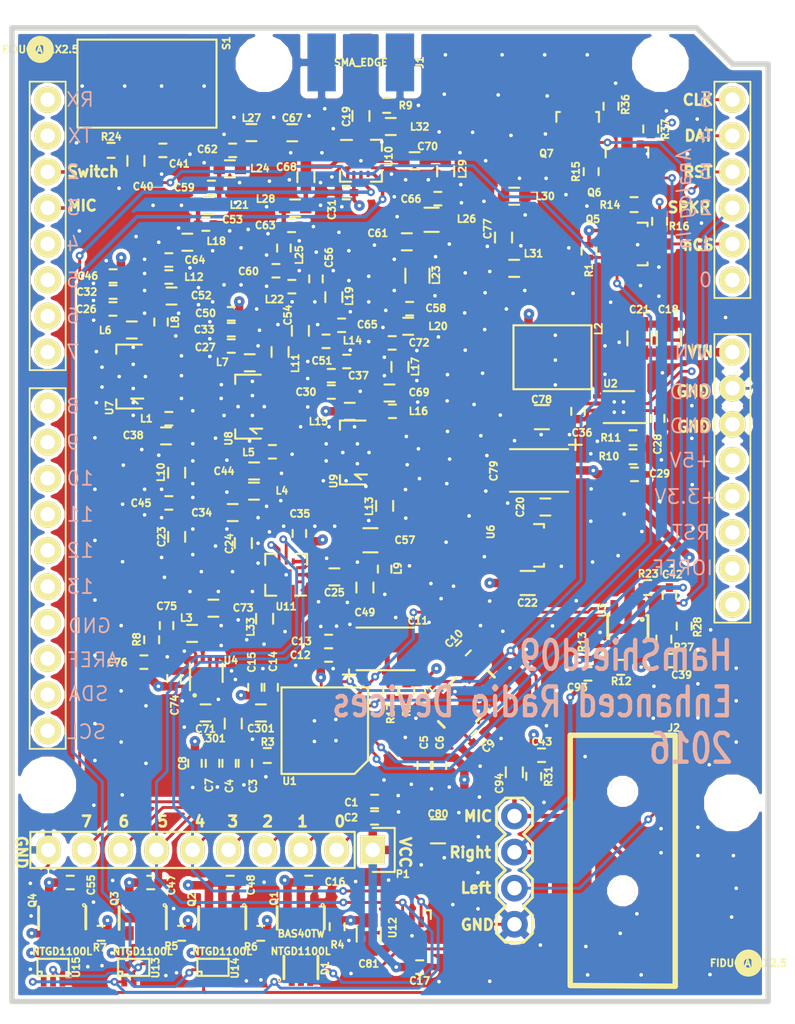
<source format=kicad_pcb>
(kicad_pcb (version 4) (host pcbnew 4.0.0-rc1-stable)
  (layers (0 Front signal) (1 GND.Cu signal) (2 PWR.Cu signal) (31 Back signal) (34 B.Paste user hide) (35 F.Paste user hide) (36 B.SilkS user) (37 F.SilkS user) (38 B.Mask user) (39 F.Mask user) (44 Edge.Cuts user))
  (net 0 "")
  (net 1 AVDD)
  (net 2 GND)
  (net 3 VCC)
  (net 4 VTX)
  (net 5 "Net-(C9-Pad1)")
  (net 6 "Net-(C10-Pad1)")
  (net 7 "Net-(C11-Pad1)")
  (net 8 "Net-(C19-Pad2)")
  (net 9 "Net-(C40-Pad2)")
  (net 10 "Net-(C42-Pad1)")
  (net 11 "Net-(C69-Pad1)")
  (net 12 "Net-(C93-Pad2)")
  (net 13 "Net-(C94-Pad2)")
  (net 14 "Net-(J2-Pad2)")
  (net 15 "Net-(R23-Pad1)")
  (net 16 "Net-(S1-Pad1)")
  (net 17 "Net-(R12-Pad2)")
  (net 18 "Net-(C38-Pad1)")
  (net 19 "Net-(C52-Pad1)")
  (net 20 "/RF Front End/RF_OUT")
  (net 21 "/RF Front End/RF_IN")
  (net 22 "/User Interface/MIC_IN")
  (net 23 "/User Interface/ARD_AUDIO_OUT")
  (net 24 "/User Interface/SCLK")
  (net 25 "/User Interface/SDIO")
  (net 26 /GPIO0)
  (net 27 /GPIO6)
  (net 28 /GPIO7)
  (net 29 "/User Interface/PDN")
  (net 30 "/User Interface/PWM_AUDIO_IN")
  (net 31 "/User Interface/AFOUT")
  (net 32 +5V)
  (net 33 "/RF Front End/ANT")
  (net 34 "Net-(C57-Pad1)")
  (net 35 "Net-(L5-Pad2)")
  (net 36 "Net-(L6-Pad2)")
  (net 37 "Net-(L11-Pad2)")
  (net 38 "Net-(L13-Pad2)")
  (net 39 "Net-(L15-Pad2)")
  (net 40 "/RF Front End/70cm_IN")
  (net 41 "/RF Front End/2m_IN")
  (net 42 "Net-(C23-Pad2)")
  (net 43 "/RF Front End/1.2m_IN")
  (net 44 "Net-(C24-Pad2)")
  (net 45 "/RF Front End/70cm_OUT")
  (net 46 "/RF Front End/1.2m_OUT")
  (net 47 "/RF Front End/2m_OUT")
  (net 48 "/RF Front End/STAGE1_OUT")
  (net 49 "Net-(C36-Pad1)")
  (net 50 "Net-(C36-Pad2)")
  (net 51 V_2M)
  (net 52 V_1.2M)
  (net 53 V_70CM)
  (net 54 "Net-(D1-Pad4)")
  (net 55 "Net-(Q1-Pad6)")
  (net 56 "Net-(Q2-Pad6)")
  (net 57 "Net-(Q3-Pad6)")
  (net 58 "Net-(Q4-Pad6)")
  (net 59 "Net-(L1-Pad2)")
  (net 60 "/Power Control/V1")
  (net 61 "/Power Control/V2")
  (net 62 /GPIO1)
  (net 63 /GPIO2)
  (net 64 /GPIO3)
  (net 65 "Net-(Q2-Pad5)")
  (net 66 "Net-(Q3-Pad5)")
  (net 67 "Net-(Q4-Pad5)")
  (net 68 "/Power Control/Y1")
  (net 69 "/Power Control/Y2")
  (net 70 "Net-(C25-Pad2)")
  (net 71 "Net-(C53-Pad1)")
  (net 72 "Net-(C56-Pad1)")
  (net 73 "Net-(C58-Pad1)")
  (net 74 "Net-(C59-Pad1)")
  (net 75 "Net-(C60-Pad1)")
  (net 76 "Net-(C61-Pad1)")
  (net 77 "Net-(C62-Pad1)")
  (net 78 "Net-(C63-Pad1)")
  (net 79 "Net-(C64-Pad1)")
  (net 80 "Net-(C65-Pad1)")
  (net 81 "Net-(C66-Pad1)")
  (net 82 "Net-(C67-Pad2)")
  (net 83 "Net-(C68-Pad2)")
  (net 84 "Net-(C70-Pad2)")
  (net 85 "Net-(C71-Pad1)")
  (net 86 "Net-(C72-Pad1)")
  (net 87 "Net-(C73-Pad2)")
  (net 88 "Net-(C44-Pad1)")
  (net 89 "Net-(C54-Pad1)")
  (net 90 "Net-(C75-Pad1)")
  (net 91 "Net-(C77-Pad2)")
  (net 92 "Net-(C28-Pad1)")
  (net 93 "Net-(R10-Pad2)")
  (net 94 "/Power Control/nRST")
  (net 95 "/User Interface/nSEN")
  (net 96 "Net-(Q5-Pad3)")
  (net 97 "Net-(Q6-Pad3)")
  (net 98 "Net-(Q7-Pad3)")
  (net 99 "/User Interface/MODE")
  (net 100 +5VL)
  (module mogar_modules:SJ-43514-SMT-TR (layer Front) (at 135.5 148.375 90)
    (fp_text reference J2 (at 15.975 3.6 180) (layer F.SilkS) (effects (font (size 0.5 0.5) (thickness 0.125))))
    (fp_text value SJ-43514-SMT-TR hide)
    (pad 6 smd rect (at 2.5 -3.6 90) (size 2 2.8) (layers Front F.Paste F.Mask))
    (pad 3 smd rect (at 5.3 -3.6 90) (size 2 2.8) (layers Front F.Paste F.Mask) (net 12 "Net-(C93-Pad2)"))
    (pad 4 smd rect (at 3.4 3.6 90) (size 2.2 2.8) (layers Front F.Paste F.Mask) (net 2 GND))
    (pad 1 smd rect (at 0.6 3.6 90) (size 2.2 2.8) (layers Front F.Paste F.Mask) (net 13 "Net-(C94-Pad2)"))
    (pad 2 smd rect (at 12.8 3.6 90) (size 2.8 2.8) (layers Front F.Paste F.Mask) (net 14 "Net-(J2-Pad2)"))
    (pad 5 smd rect (at 16.9 -0.75 90) (size 2.8 2.8) (layers Front F.Paste F.Mask))
    (pad NC thru_hole circle (at 4.5 0 90) (size 1.7 1.7) (drill 1.7) (layers *.Cu *.Mask F.SilkS))
    (pad NC thru_hole circle (at 11.5 0 90) (size 1.7 1.7) (drill 1.7) (layers *.Cu *.Mask F.SilkS))
  )
  (module SparkFun:SparkFun-1X04 (layer Front) (at 127.87 138.615 270)
    (fp_text reference JP3 hide)
    (fp_text value M04PTH hide)
    (pad 2 thru_hole circle (at 2.54 0 270) (size 1.8796 1.8796) (drill 1.016) (layers *.Cu *.Mask F.Paste) (net 12 "Net-(C93-Pad2)"))
    (pad 3 thru_hole circle (at 5.08 0 270) (size 1.8796 1.8796) (drill 1.016) (layers *.Cu *.Mask F.Paste) (net 14 "Net-(J2-Pad2)"))
    (pad 4 thru_hole circle (at 7.62 0 270) (size 1.8796 1.8796) (drill 1.016) (layers *.Cu *.Mask F.Paste) (net 2 GND))
    (pad 1 thru_hole circle (at 0 0 270) (size 1.8796 1.8796) (drill 1.016) (layers *.Cu *.Mask F.Paste) (net 13 "Net-(C94-Pad2)"))
  )
  (module mogar_modules:QFN32-5x5 (layer Front) (at 114.5 132.6 180)
    (fp_text reference U1 (at 2.475 -3.55 180) (layer F.SilkS) (effects (font (size 0.5 0.5) (thickness 0.125))))
    (fp_text value AU1846 hide)
    (pad 31 smd rect (at -1.24968 -2.49936 180) (size 0.254 0.762) (layers Front F.Paste F.Mask) (net 62 /GPIO1))
    (pad 30 smd rect (at -0.7493 -2.49936 180) (size 0.254 0.762) (layers Front F.Paste F.Mask) (net 63 /GPIO2))
    (pad 29 smd rect (at -0.24892 -2.49936 180) (size 0.254 0.762) (layers Front F.Paste F.Mask) (net 64 /GPIO3))
    (pad 32 smd rect (at -1.75006 -2.49936 180) (size 0.254 0.762) (layers Front F.Paste F.Mask) (net 26 /GPIO0))
    (pad 1 smd rect (at -2.49936 -1.75006 270) (size 0.254 0.762) (layers Front F.Paste F.Mask) (net 3 VCC))
    (pad 2 smd rect (at -2.49936 -1.24968 270) (size 0.254 0.762) (layers Front F.Paste F.Mask) (net 24 "/User Interface/SCLK"))
    (pad 3 smd rect (at -2.49936 -0.7493 270) (size 0.254 0.762) (layers Front F.Paste F.Mask) (net 25 "/User Interface/SDIO"))
    (pad 4 smd rect (at -2.49936 -0.24892 270) (size 0.254 0.762) (layers Front F.Paste F.Mask) (net 3 VCC))
    (pad 5 smd rect (at -2.49936 0.24892 270) (size 0.254 0.762) (layers Front F.Paste F.Mask) (net 5 "Net-(C9-Pad1)"))
    (pad 6 smd rect (at -2.49936 0.7493 270) (size 0.254 0.762) (layers Front F.Paste F.Mask) (net 6 "Net-(C10-Pad1)"))
    (pad 7 smd rect (at -2.49936 1.24968 270) (size 0.254 0.762) (layers Front F.Paste F.Mask) (net 99 "/User Interface/MODE"))
    (pad 8 smd rect (at -2.49936 1.75006 270) (size 0.254 0.762) (layers Front F.Paste F.Mask) (net 95 "/User Interface/nSEN"))
    (pad 16 smd rect (at 1.75006 2.49936 180) (size 0.254 0.762) (layers Front F.Paste F.Mask) (net 3 VCC))
    (pad 9 smd rect (at -1.75006 2.49936 180) (size 0.254 0.762) (layers Front F.Paste F.Mask) (net 31 "/User Interface/AFOUT"))
    (pad 10 smd rect (at -1.24968 2.49936 180) (size 0.254 0.762) (layers Front F.Paste F.Mask))
    (pad 11 smd rect (at -0.7493 2.49936 180) (size 0.254 0.762) (layers Front F.Paste F.Mask) (net 22 "/User Interface/MIC_IN"))
    (pad 12 smd rect (at -0.24892 2.49936 180) (size 0.254 0.762) (layers Front F.Paste F.Mask) (net 7 "Net-(C11-Pad1)"))
    (pad 13 smd rect (at 0.24892 2.49936 180) (size 0.254 0.762) (layers Front F.Paste F.Mask) (net 3 VCC))
    (pad 14 smd rect (at 0.7493 2.49936 180) (size 0.254 0.762) (layers Front F.Paste F.Mask))
    (pad 15 smd rect (at 1.24968 2.49936 180) (size 0.254 0.762) (layers Front F.Paste F.Mask) (net 21 "/RF Front End/RF_IN"))
    (pad 17 smd rect (at 2.49936 1.75006 270) (size 0.254 0.762) (layers Front F.Paste F.Mask))
    (pad 18 smd rect (at 2.49936 1.24968 270) (size 0.254 0.762) (layers Front F.Paste F.Mask) (net 20 "/RF Front End/RF_OUT"))
    (pad 19 smd rect (at 2.49936 0.7493 270) (size 0.254 0.762) (layers Front F.Paste F.Mask))
    (pad 20 smd rect (at 2.49936 0.24892 270) (size 0.254 0.762) (layers Front F.Paste F.Mask))
    (pad 21 smd rect (at 2.49936 -0.24892 270) (size 0.254 0.762) (layers Front F.Paste F.Mask) (net 3 VCC))
    (pad 22 smd rect (at 2.49936 -0.7493 270) (size 0.254 0.762) (layers Front F.Paste F.Mask))
    (pad 23 smd rect (at 2.49936 -1.24968 270) (size 0.254 0.762) (layers Front F.Paste F.Mask) (net 3 VCC))
    (pad 24 smd rect (at 2.49936 -1.75006 270) (size 0.254 0.762) (layers Front F.Paste F.Mask) (net 29 "/User Interface/PDN"))
    (pad 25 smd rect (at 1.75006 -2.49936 180) (size 0.254 0.762) (layers Front F.Paste F.Mask) (net 28 /GPIO7))
    (pad 26 smd rect (at 1.24968 -2.49936 180) (size 0.254 0.762) (layers Front F.Paste F.Mask) (net 27 /GPIO6))
    (pad 27 smd rect (at 0.7493 -2.49936 180) (size 0.254 0.762) (layers Front F.Paste F.Mask) (net 61 "/Power Control/V2"))
    (pad 28 smd rect (at 0.24892 -2.49936 180) (size 0.254 0.762) (layers Front F.Paste F.Mask) (net 60 "/Power Control/V1"))
    (pad 33 smd rect (at 0 0 180) (size 2.99974 2.99974) (layers Front F.Paste F.Mask) (net 2 GND))
  )
  (module SparkFun:SparkFun-CRYSTAL-SMD-5X3 (layer Front) (at 124.48 130.39 45)
    (fp_text reference Y1 (at -1.495 -2.32 45) (layer F.SilkS) (effects (font (size 0.5 0.5) (thickness 0.125))))
    (fp_text value 12.8MHz hide)
    (pad 1 smd rect (at -1.84912 1.14808 45) (size 1.89992 1.09982) (layers Front F.Paste F.Mask) (net 5 "Net-(C9-Pad1)"))
    (pad 2 smd rect (at 1.84912 1.14808 45) (size 1.89992 1.09982) (layers Front F.Paste F.Mask) (net 2 GND))
    (pad 3 smd rect (at 1.84912 -1.14808 45) (size 1.89992 1.09982) (layers Front F.Paste F.Mask) (net 6 "Net-(C10-Pad1)"))
    (pad 4 smd rect (at -1.84912 -1.14808 45) (size 1.89992 1.09982) (layers Front F.Paste F.Mask) (net 2 GND))
  )
  (module mogar_modules_new:SOT23-6 (layer Front) (at 135.86 125.3 180)
    (fp_text reference U3 (at 1.81 1.175 270) (layer F.SilkS) (effects (font (size 0.5 0.5) (thickness 0.125))))
    (fp_text value AD8591 hide)
    (pad 3 smd rect (at 0.94996 1.29794 180) (size 0.54864 1.19888) (layers Front F.Paste F.Mask) (net 31 "/User Interface/AFOUT"))
    (pad 2 smd rect (at 0 1.29794 180) (size 0.54864 1.19888) (layers Front F.Paste F.Mask) (net 2 GND))
    (pad 1 smd rect (at -0.94996 1.29794 180) (size 0.54864 1.19888) (layers Front F.Paste F.Mask) (net 15 "Net-(R23-Pad1)"))
    (pad 6 smd rect (at -0.94996 -1.29794 180) (size 0.54864 1.19888) (layers Front F.Paste F.Mask) (net 3 VCC))
    (pad 5 smd rect (at 0 -1.29794 180) (size 0.54864 1.19888) (layers Front F.Paste F.Mask) (net 3 VCC))
    (pad 4 smd rect (at 0.94996 -1.29794 180) (size 0.54864 1.19888) (layers Front F.Paste F.Mask) (net 17 "Net-(R12-Pad2)"))
  )
  (module mogar_modules_new:SWITCH_TACTILE_SMD_8mmX5mm (layer Front) (at 101.97 87.03 180)
    (fp_text reference S1 (at -5.6 2.85 270) (layer F.SilkS) (effects (font (size 0.5 0.5) (thickness 0.125))))
    (fp_text value TAC_SWITCHSMD hide)
    (pad 1 smd rect (at -3.975 -2.25 180) (size 1.55 1.3) (layers Front F.Paste F.Mask) (net 16 "Net-(S1-Pad1)"))
    (pad 2 smd rect (at 3.975 -2.25 180) (size 1.55 1.3) (layers Front F.Paste F.Mask) (net 16 "Net-(S1-Pad1)"))
    (pad 3 smd rect (at 3.975 2.25 180) (size 1.55 1.3) (layers Front F.Paste F.Mask) (net 2 GND))
    (pad 4 smd rect (at -3.975 2.25 180) (size 1.55 1.3) (layers Front F.Paste F.Mask) (net 2 GND))
  )
  (module Capacitors_SMD:C_0603 (layer Front) (at 103.31 111.84 180)
    (fp_text reference C38 (at 2.31 0.04 180) (layer F.SilkS) (effects (font (size 0.5 0.5) (thickness 0.125))))
    (fp_text value 56p)
    (pad 1 smd rect (at -0.75 0 180) (size 0.8 0.75) (layers Front F.Paste F.Mask) (net 18 "Net-(C38-Pad1)"))
    (pad 2 smd rect (at 0.75 0 180) (size 0.8 0.75) (layers Front F.Paste F.Mask) (net 2 GND))
  )
  (module Capacitors_SMD:C_0603 (layer Front) (at 109.52 114.31 180)
    (fp_text reference C44 (at 2.12 -0.015 180) (layer F.SilkS) (effects (font (size 0.5 0.5) (thickness 0.125))))
    (fp_text value 100p)
    (pad 1 smd rect (at -0.75 0 180) (size 0.8 0.75) (layers Front F.Paste F.Mask) (net 88 "Net-(C44-Pad1)"))
    (pad 2 smd rect (at 0.75 0 180) (size 0.8 0.75) (layers Front F.Paste F.Mask) (net 2 GND))
  )
  (module Capacitors_SMD:C_0603 (layer Front) (at 117.33 122.52 270)
    (fp_text reference C49 (at 1.755 0.005 360) (layer F.SilkS) (effects (font (size 0.5 0.5) (thickness 0.125))))
    (fp_text value 43p)
    (pad 1 smd rect (at -0.75 0 270) (size 0.8 0.75) (layers Front F.Paste F.Mask) (net 70 "Net-(C25-Pad2)"))
    (pad 2 smd rect (at 0.75 0 270) (size 0.8 0.75) (layers Front F.Paste F.Mask) (net 2 GND))
  )
  (module Capacitors_SMD:C_0603 (layer Front) (at 103.7 101.99)
    (fp_text reference C52 (at 2.1 -0.04) (layer F.SilkS) (effects (font (size 0.5 0.5) (thickness 0.125))))
    (fp_text value 24p)
    (pad 1 smd rect (at -0.75 0) (size 0.8 0.75) (layers Front F.Paste F.Mask) (net 19 "Net-(C52-Pad1)"))
    (pad 2 smd rect (at 0.75 0) (size 0.8 0.75) (layers Front F.Paste F.Mask) (net 2 GND))
  )
  (module Capacitors_SMD:C_0603 (layer Front) (at 112.78 104.44 90)
    (fp_text reference C54 (at 1.115 -0.88 90) (layer F.SilkS) (effects (font (size 0.5 0.5) (thickness 0.125))))
    (fp_text value 43p)
    (pad 1 smd rect (at -0.75 0 90) (size 0.8 0.75) (layers Front F.Paste F.Mask) (net 89 "Net-(C54-Pad1)"))
    (pad 2 smd rect (at 0.75 0 90) (size 0.8 0.75) (layers Front F.Paste F.Mask) (net 2 GND))
  )
  (module Capacitors_SMD:C_0603 (layer Front) (at 100.9 104.38)
    (fp_text reference L6 (at -1.875 0.02) (layer F.SilkS) (effects (font (size 0.5 0.5) (thickness 0.125))))
    (fp_text value 100n)
    (pad 1 smd rect (at -0.75 0) (size 0.8 0.75) (layers Front F.Paste F.Mask) (net 53 V_70CM))
    (pad 2 smd rect (at 0.75 0) (size 0.8 0.75) (layers Front F.Paste F.Mask) (net 36 "Net-(L6-Pad2)"))
  )
  (module Capacitors_SMD:C_0603 (layer Front) (at 109.21 106.69)
    (fp_text reference L7 (at -1.935 -0.04) (layer F.SilkS) (effects (font (size 0.5 0.5) (thickness 0.125))))
    (fp_text value 100n)
    (pad 1 smd rect (at -0.75 0) (size 0.8 0.75) (layers Front F.Paste F.Mask) (net 52 V_1.2M))
    (pad 2 smd rect (at 0.75 0) (size 0.8 0.75) (layers Front F.Paste F.Mask) (net 37 "Net-(L11-Pad2)"))
  )
  (module Capacitors_SMD:C_0603 (layer Front) (at 104.06 114.43 90)
    (fp_text reference L10 (at 0.03 -1.11 90) (layer F.SilkS) (effects (font (size 0.5 0.5) (thickness 0.125))))
    (fp_text value 5.6n)
    (pad 1 smd rect (at -0.75 0 90) (size 0.8 0.75) (layers Front F.Paste F.Mask) (net 42 "Net-(C23-Pad2)"))
    (pad 2 smd rect (at 0.75 0 90) (size 0.8 0.75) (layers Front F.Paste F.Mask) (net 18 "Net-(C38-Pad1)"))
  )
  (module Capacitors_SMD:C_0603 (layer Front) (at 111.35 105.93 270)
    (fp_text reference L11 (at 0.795 -1.075 270) (layer F.SilkS) (effects (font (size 0.5 0.5) (thickness 0.125))))
    (fp_text value 6.2n)
    (pad 1 smd rect (at -0.75 0 270) (size 0.8 0.75) (layers Front F.Paste F.Mask) (net 89 "Net-(C54-Pad1)"))
    (pad 2 smd rect (at 0.75 0 270) (size 0.8 0.75) (layers Front F.Paste F.Mask) (net 37 "Net-(L11-Pad2)"))
  )
  (module Capacitors_SMD:C_0603 (layer Front) (at 118.72 116.77 90)
    (fp_text reference L13 (at -0.03 -1.095 90) (layer F.SilkS) (effects (font (size 0.5 0.5) (thickness 0.125))))
    (fp_text value 5.6n)
    (pad 1 smd rect (at -0.75 0 90) (size 0.8 0.75) (layers Front F.Paste F.Mask) (net 34 "Net-(C57-Pad1)"))
    (pad 2 smd rect (at 0.75 0 90) (size 0.8 0.75) (layers Front F.Paste F.Mask) (net 38 "Net-(L13-Pad2)"))
  )
  (module Capacitors_SMD:C_0603 (layer Front) (at 116.26 110.11)
    (fp_text reference L15 (at -2.21 0.715) (layer F.SilkS) (effects (font (size 0.5 0.5) (thickness 0.125))))
    (fp_text value 100n)
    (pad 1 smd rect (at -0.75 0) (size 0.8 0.75) (layers Front F.Paste F.Mask) (net 51 V_2M))
    (pad 2 smd rect (at 0.75 0) (size 0.8 0.75) (layers Front F.Paste F.Mask) (net 39 "Net-(L15-Pad2)"))
  )
  (module Pin_Headers:Pin_Header_Straight_1x10 (layer Front) (at 117.88 141 270)
    (fp_text reference P1 (at 1.7 -2.12 360) (layer F.SilkS) (effects (font (size 0.5 0.5) (thickness 0.125))))
    (fp_text value CONN_01X10)
    (pad 1 thru_hole rect (at 0 0 270) (size 2.032 1.7272) (drill 1.016) (layers *.Cu *.Mask F.SilkS) (net 3 VCC))
    (pad 2 thru_hole oval (at 0 2.54 270) (size 2.032 1.7272) (drill 1.016) (layers *.Cu *.Mask F.SilkS) (net 26 /GPIO0))
    (pad 3 thru_hole oval (at 0 5.08 270) (size 2.032 1.7272) (drill 1.016) (layers *.Cu *.Mask F.SilkS) (net 62 /GPIO1))
    (pad 4 thru_hole oval (at 0 7.62 270) (size 2.032 1.7272) (drill 1.016) (layers *.Cu *.Mask F.SilkS) (net 63 /GPIO2))
    (pad 5 thru_hole oval (at 0 10.16 270) (size 2.032 1.7272) (drill 1.016) (layers *.Cu *.Mask F.SilkS) (net 64 /GPIO3))
    (pad 6 thru_hole oval (at 0 12.7 270) (size 2.032 1.7272) (drill 1.016) (layers *.Cu *.Mask F.SilkS) (net 60 "/Power Control/V1"))
    (pad 7 thru_hole oval (at 0 15.24 270) (size 2.032 1.7272) (drill 1.016) (layers *.Cu *.Mask F.SilkS) (net 61 "/Power Control/V2"))
    (pad 8 thru_hole oval (at 0 17.78 270) (size 2.032 1.7272) (drill 1.016) (layers *.Cu *.Mask F.SilkS) (net 27 /GPIO6))
    (pad 9 thru_hole oval (at 0 20.32 270) (size 2.032 1.7272) (drill 1.016) (layers *.Cu *.Mask F.SilkS) (net 28 /GPIO7))
    (pad 10 thru_hole oval (at 0 22.86 270) (size 2.032 1.7272) (drill 1.016) (layers *.Cu *.Mask F.SilkS) (net 2 GND))
  )
  (module Capacitors_SMD:C_0603 (layer Front) (at 130.05 116.85 180)
    (fp_text reference C20 (at 1.775 0 270) (layer F.SilkS) (effects (font (size 0.5 0.5) (thickness 0.125))))
    (fp_text value 4.7u)
    (pad 1 smd rect (at -0.75 0 180) (size 0.8 0.75) (layers Front F.Paste F.Mask) (net 32 +5V))
    (pad 2 smd rect (at 0.75 0 180) (size 0.8 0.75) (layers Front F.Paste F.Mask) (net 2 GND))
  )
  (module Housings_SOT-89:SOT89-3_Housing (layer Front) (at 101.11 107.66 90)
    (fp_text reference U7 (at -2.215 -1.785 90) (layer F.SilkS) (effects (font (size 0.5 0.5) (thickness 0.125))))
    (fp_text value TQP7M9105)
    (pad 1 smd rect (at -1.50114 1.85166 90) (size 1.00076 1.50114) (layers Front F.Paste F.Mask) (net 59 "Net-(L1-Pad2)"))
    (pad 2 smd rect (at 0 1.85166 90) (size 1.00076 1.50114) (layers Front F.Paste F.Mask) (net 2 GND))
    (pad 3 smd rect (at 1.50114 1.85166 90) (size 1.00076 1.50114) (layers Front F.Paste F.Mask) (net 36 "Net-(L6-Pad2)"))
    (pad 2 smd rect (at 0 -1.09982 90) (size 1.99898 2.99974) (layers Front F.Paste F.Mask) (net 2 GND))
    (pad 2 smd trapezoid (at 0 0.7493 270) (size 1.50114 0.7493) (rect_delta 0 0.50038) (layers Front F.Paste F.Mask) (net 2 GND))
  )
  (module Housings_SOT-89:SOT89-3_Housing (layer Front) (at 109.49 109.78 90)
    (fp_text reference U8 (at -2.245 -1.765 90) (layer F.SilkS) (effects (font (size 0.5 0.5) (thickness 0.125))))
    (fp_text value TQP7M9105)
    (pad 1 smd rect (at -1.50114 1.85166 90) (size 1.00076 1.50114) (layers Front F.Paste F.Mask) (net 35 "Net-(L5-Pad2)"))
    (pad 2 smd rect (at 0 1.85166 90) (size 1.00076 1.50114) (layers Front F.Paste F.Mask) (net 2 GND))
    (pad 3 smd rect (at 1.50114 1.85166 90) (size 1.00076 1.50114) (layers Front F.Paste F.Mask) (net 37 "Net-(L11-Pad2)"))
    (pad 2 smd rect (at 0 -1.09982 90) (size 1.99898 2.99974) (layers Front F.Paste F.Mask) (net 2 GND))
    (pad 2 smd trapezoid (at 0 0.7493 270) (size 1.50114 0.7493) (rect_delta 0 0.50038) (layers Front F.Paste F.Mask) (net 2 GND))
  )
  (module Housings_SOT-89:SOT89-3_Housing (layer Front) (at 116.87 113.01 90)
    (fp_text reference U9 (at -2.015 -1.745 90) (layer F.SilkS) (effects (font (size 0.5 0.5) (thickness 0.125))))
    (fp_text value TQP7M9105)
    (pad 1 smd rect (at -1.50114 1.85166 90) (size 1.00076 1.50114) (layers Front F.Paste F.Mask) (net 38 "Net-(L13-Pad2)"))
    (pad 2 smd rect (at 0 1.85166 90) (size 1.00076 1.50114) (layers Front F.Paste F.Mask) (net 2 GND))
    (pad 3 smd rect (at 1.50114 1.85166 90) (size 1.00076 1.50114) (layers Front F.Paste F.Mask) (net 39 "Net-(L15-Pad2)"))
    (pad 2 smd rect (at 0 -1.09982 90) (size 1.99898 2.99974) (layers Front F.Paste F.Mask) (net 2 GND))
    (pad 2 smd trapezoid (at 0 0.7493 270) (size 1.50114 0.7493) (rect_delta 0 0.50038) (layers Front F.Paste F.Mask) (net 2 GND))
  )
  (module Capacitors_SMD:C_0402 (layer Front) (at 118.01 137.59)
    (fp_text reference C1 (at -1.635 0.07) (layer F.SilkS) (effects (font (size 0.5 0.5) (thickness 0.125))))
    (fp_text value 1n)
    (pad 1 smd rect (at -0.55 0) (size 0.6 0.5) (layers Front F.Paste F.Mask) (net 3 VCC))
    (pad 2 smd rect (at 0.55 0) (size 0.6 0.5) (layers Front F.Paste F.Mask) (net 2 GND))
  )
  (module Capacitors_SMD:C_0402 (layer Front) (at 118.01 138.74)
    (fp_text reference C2 (at -1.66 -0.02) (layer F.SilkS) (effects (font (size 0.5 0.5) (thickness 0.125))))
    (fp_text value 0u1)
    (pad 1 smd rect (at -0.55 0) (size 0.6 0.5) (layers Front F.Paste F.Mask) (net 3 VCC))
    (pad 2 smd rect (at 0.55 0) (size 0.6 0.5) (layers Front F.Paste F.Mask) (net 2 GND))
  )
  (module Capacitors_SMD:C_0402 (layer Front) (at 108.9 134.9 270)
    (fp_text reference C3 (at 1.6 -0.55 270) (layer F.SilkS) (effects (font (size 0.5 0.5) (thickness 0.125))))
    (fp_text value 1n)
    (pad 1 smd rect (at -0.55 0 270) (size 0.6 0.5) (layers Front F.Paste F.Mask) (net 3 VCC))
    (pad 2 smd rect (at 0.55 0 270) (size 0.6 0.5) (layers Front F.Paste F.Mask) (net 2 GND))
  )
  (module Capacitors_SMD:C_0402 (layer Front) (at 107.76 134.9 270)
    (fp_text reference C4 (at 1.6 -0.015 270) (layer F.SilkS) (effects (font (size 0.5 0.5) (thickness 0.125))))
    (fp_text value 0u1)
    (pad 1 smd rect (at -0.55 0 270) (size 0.6 0.5) (layers Front F.Paste F.Mask) (net 3 VCC))
    (pad 2 smd rect (at 0.55 0 270) (size 0.6 0.5) (layers Front F.Paste F.Mask) (net 2 GND))
  )
  (module Capacitors_SMD:C_0402 (layer Front) (at 121.51 135.05 270)
    (fp_text reference C5 (at -1.62 0.01 270) (layer F.SilkS) (effects (font (size 0.5 0.5) (thickness 0.125))))
    (fp_text value 1n)
    (pad 1 smd rect (at -0.55 0 270) (size 0.6 0.5) (layers Front F.Paste F.Mask) (net 3 VCC))
    (pad 2 smd rect (at 0.55 0 270) (size 0.6 0.5) (layers Front F.Paste F.Mask) (net 2 GND))
  )
  (module Capacitors_SMD:C_0402 (layer Front) (at 122.58 135.05 270)
    (fp_text reference C6 (at -1.61 -0.03 270) (layer F.SilkS) (effects (font (size 0.5 0.5) (thickness 0.125))))
    (fp_text value 0u1)
    (pad 1 smd rect (at -0.55 0 270) (size 0.6 0.5) (layers Front F.Paste F.Mask) (net 3 VCC))
    (pad 2 smd rect (at 0.55 0 270) (size 0.6 0.5) (layers Front F.Paste F.Mask) (net 2 GND))
  )
  (module Capacitors_SMD:C_0402 (layer Front) (at 106.59 134.9 270)
    (fp_text reference C7 (at 1.54 0.24 270) (layer F.SilkS) (effects (font (size 0.5 0.5) (thickness 0.125))))
    (fp_text value 1n)
    (pad 1 smd rect (at -0.55 0 270) (size 0.6 0.5) (layers Front F.Paste F.Mask) (net 3 VCC))
    (pad 2 smd rect (at 0.55 0 270) (size 0.6 0.5) (layers Front F.Paste F.Mask) (net 2 GND))
  )
  (module Capacitors_SMD:C_0402 (layer Front) (at 105.35 134.9 270)
    (fp_text reference C8 (at 0 0.87 270) (layer F.SilkS) (effects (font (size 0.5 0.5) (thickness 0.125))))
    (fp_text value 0u1)
    (pad 1 smd rect (at -0.55 0 270) (size 0.6 0.5) (layers Front F.Paste F.Mask) (net 3 VCC))
    (pad 2 smd rect (at 0.55 0 270) (size 0.6 0.5) (layers Front F.Paste F.Mask) (net 2 GND))
  )
  (module Capacitors_SMD:C_0402 (layer Front) (at 125.35 133.09 45)
    (fp_text reference C9 (at 0.06364 0.912168 45) (layer F.SilkS) (effects (font (size 0.5 0.5) (thickness 0.125))))
    (fp_text value 10p)
    (pad 1 smd rect (at -0.55 0 45) (size 0.6 0.5) (layers Front F.Paste F.Mask) (net 5 "Net-(C9-Pad1)"))
    (pad 2 smd rect (at 0.55 0 45) (size 0.6 0.5) (layers Front F.Paste F.Mask) (net 2 GND))
  )
  (module Capacitors_SMD:C_0402 (layer Front) (at 124.28 126.79 45)
    (fp_text reference C10 (at -0.005 -0.95 45) (layer F.SilkS) (effects (font (size 0.5 0.5) (thickness 0.125))))
    (fp_text value 10p)
    (pad 1 smd rect (at -0.55 0 45) (size 0.6 0.5) (layers Front F.Paste F.Mask) (net 6 "Net-(C10-Pad1)"))
    (pad 2 smd rect (at 0.55 0 45) (size 0.6 0.5) (layers Front F.Paste F.Mask) (net 2 GND))
  )
  (module Capacitors_SMD:C_0402 (layer Front) (at 114.77 127.27)
    (fp_text reference C12 (at -1.995 0.01) (layer F.SilkS) (effects (font (size 0.5 0.5) (thickness 0.125))))
    (fp_text value 1n)
    (pad 1 smd rect (at -0.55 0) (size 0.6 0.5) (layers Front F.Paste F.Mask) (net 3 VCC))
    (pad 2 smd rect (at 0.55 0) (size 0.6 0.5) (layers Front F.Paste F.Mask) (net 2 GND))
  )
  (module Capacitors_SMD:C_0402 (layer Front) (at 114.77 126.32)
    (fp_text reference C13 (at -1.92 -0.015) (layer F.SilkS) (effects (font (size 0.5 0.5) (thickness 0.125))))
    (fp_text value 1u)
    (pad 1 smd rect (at -0.55 0) (size 0.6 0.5) (layers Front F.Paste F.Mask) (net 3 VCC))
    (pad 2 smd rect (at 0.55 0) (size 0.6 0.5) (layers Front F.Paste F.Mask) (net 2 GND))
  )
  (module Capacitors_SMD:C_0402 (layer Front) (at 110.72 129.55 90)
    (fp_text reference C14 (at 1.82 0.14 90) (layer F.SilkS) (effects (font (size 0.5 0.5) (thickness 0.125))))
    (fp_text value 1n)
    (pad 1 smd rect (at -0.55 0 90) (size 0.6 0.5) (layers Front F.Paste F.Mask) (net 3 VCC))
    (pad 2 smd rect (at 0.55 0 90) (size 0.6 0.5) (layers Front F.Paste F.Mask) (net 2 GND))
  )
  (module Capacitors_SMD:C_0402 (layer Front) (at 109.58 129.55 90)
    (fp_text reference C15 (at 1.77 -0.23 90) (layer F.SilkS) (effects (font (size 0.5 0.5) (thickness 0.125))))
    (fp_text value 10p)
    (pad 1 smd rect (at -0.55 0 90) (size 0.6 0.5) (layers Front F.Paste F.Mask) (net 3 VCC))
    (pad 2 smd rect (at 0.55 0 90) (size 0.6 0.5) (layers Front F.Paste F.Mask) (net 2 GND))
  )
  (module Capacitors_SMD:C_0402 (layer Front) (at 113.37 143.29)
    (fp_text reference C16 (at 1.855 -0.04) (layer F.SilkS) (effects (font (size 0.5 0.5) (thickness 0.125))))
    (fp_text value 0u1)
    (pad 1 smd rect (at -0.55 0) (size 0.6 0.5) (layers Front F.Paste F.Mask) (net 4 VTX))
    (pad 2 smd rect (at 0.55 0) (size 0.6 0.5) (layers Front F.Paste F.Mask) (net 2 GND))
  )
  (module Capacitors_SMD:C_0402 (layer Front) (at 121.19 149.25 180)
    (fp_text reference C17 (at 0 -0.97 180) (layer F.SilkS) (effects (font (size 0.5 0.5) (thickness 0.125))))
    (fp_text value 0u1)
    (pad 1 smd rect (at -0.55 0 180) (size 0.6 0.5) (layers Front F.Paste F.Mask) (net 2 GND))
    (pad 2 smd rect (at 0.55 0 180) (size 0.6 0.5) (layers Front F.Paste F.Mask) (net 3 VCC))
  )
  (module Capacitors_SMD:C_0603 (layer Front) (at 117.05 89.31 90)
    (fp_text reference C19 (at -0.04 -1.025 90) (layer F.SilkS) (effects (font (size 0.5 0.5) (thickness 0.125))))
    (fp_text value 100p)
    (pad 1 smd rect (at -0.75 0 90) (size 0.8 0.75) (layers Front F.Paste F.Mask) (net 33 "/RF Front End/ANT"))
    (pad 2 smd rect (at 0.75 0 90) (size 0.8 0.75) (layers Front F.Paste F.Mask) (net 8 "Net-(C19-Pad2)"))
  )
  (module Capacitors_SMD:C_0603 (layer Front) (at 104.06 118.95 90)
    (fp_text reference C23 (at 0 -1.06 90) (layer F.SilkS) (effects (font (size 0.5 0.5) (thickness 0.125))))
    (fp_text value 100p)
    (pad 1 smd rect (at -0.75 0 90) (size 0.8 0.75) (layers Front F.Paste F.Mask) (net 40 "/RF Front End/70cm_IN"))
    (pad 2 smd rect (at 0.75 0 90) (size 0.8 0.75) (layers Front F.Paste F.Mask) (net 42 "Net-(C23-Pad2)"))
  )
  (module Capacitors_SMD:C_0603 (layer Front) (at 108.76 119.39 90)
    (fp_text reference C24 (at -0.035 -0.985 90) (layer F.SilkS) (effects (font (size 0.5 0.5) (thickness 0.125))))
    (fp_text value 100p)
    (pad 1 smd rect (at -0.75 0 90) (size 0.8 0.75) (layers Front F.Paste F.Mask) (net 43 "/RF Front End/1.2m_IN"))
    (pad 2 smd rect (at 0.75 0 90) (size 0.8 0.75) (layers Front F.Paste F.Mask) (net 44 "Net-(C24-Pad2)"))
  )
  (module Capacitors_SMD:C_0603 (layer Front) (at 115.18 121.77)
    (fp_text reference C25 (at -0.005 1.105) (layer F.SilkS) (effects (font (size 0.5 0.5) (thickness 0.125))))
    (fp_text value 100p)
    (pad 1 smd rect (at -0.75 0) (size 0.8 0.75) (layers Front F.Paste F.Mask) (net 41 "/RF Front End/2m_IN"))
    (pad 2 smd rect (at 0.75 0) (size 0.8 0.75) (layers Front F.Paste F.Mask) (net 70 "Net-(C25-Pad2)"))
  )
  (module Capacitors_SMD:C_0402 (layer Front) (at 116.01 94.705 180)
    (fp_text reference C31 (at 1.01 -1.195 270) (layer F.SilkS) (effects (font (size 0.5 0.5) (thickness 0.125))))
    (fp_text value 0u1)
    (pad 1 smd rect (at -0.55 0 180) (size 0.6 0.5) (layers Front F.Paste F.Mask) (net 32 +5V))
    (pad 2 smd rect (at 0.55 0 180) (size 0.6 0.5) (layers Front F.Paste F.Mask) (net 2 GND))
  )
  (module Capacitors_SMD:C_0402 (layer Front) (at 99.58 101.71 180)
    (fp_text reference C32 (at 1.855 0.01 180) (layer F.SilkS) (effects (font (size 0.5 0.5) (thickness 0.125))))
    (fp_text value 0u1)
    (pad 1 smd rect (at -0.55 0 180) (size 0.6 0.5) (layers Front F.Paste F.Mask) (net 53 V_70CM))
    (pad 2 smd rect (at 0.55 0 180) (size 0.6 0.5) (layers Front F.Paste F.Mask) (net 2 GND))
  )
  (module Capacitors_SMD:C_0402 (layer Front) (at 112.71 118.71 90)
    (fp_text reference C35 (at 1.385 0.04 180) (layer F.SilkS) (effects (font (size 0.5 0.5) (thickness 0.125))))
    (fp_text value 0u1)
    (pad 1 smd rect (at -0.55 0 90) (size 0.6 0.5) (layers Front F.Paste F.Mask) (net 32 +5V))
    (pad 2 smd rect (at 0.55 0 90) (size 0.6 0.5) (layers Front F.Paste F.Mask) (net 2 GND))
  )
  (module Capacitors_SMD:C_0402 (layer Front) (at 132.35 110.11 90)
    (fp_text reference C36 (at -1.51 0.28 180) (layer F.SilkS) (effects (font (size 0.5 0.5) (thickness 0.125))))
    (fp_text value 0u1)
    (pad 1 smd rect (at -0.55 0 90) (size 0.6 0.5) (layers Front F.Paste F.Mask) (net 49 "Net-(C36-Pad1)"))
    (pad 2 smd rect (at 0.55 0 90) (size 0.6 0.5) (layers Front F.Paste F.Mask) (net 50 "Net-(C36-Pad2)"))
  )
  (module Capacitors_SMD:C_0402 (layer Front) (at 114.96 107.6 180)
    (fp_text reference C37 (at -1.915 0.005 180) (layer F.SilkS) (effects (font (size 0.5 0.5) (thickness 0.125))))
    (fp_text value 0u1)
    (pad 1 smd rect (at -0.55 0 180) (size 0.6 0.5) (layers Front F.Paste F.Mask) (net 51 V_2M))
    (pad 2 smd rect (at 0.55 0 180) (size 0.6 0.5) (layers Front F.Paste F.Mask) (net 2 GND))
  )
  (module Capacitors_SMD:C_0402 (layer Front) (at 138.95 127.66 180)
    (fp_text reference C39 (at -0.7 -1.015 180) (layer F.SilkS) (effects (font (size 0.5 0.5) (thickness 0.125))))
    (fp_text value 0u1)
    (pad 1 smd rect (at -0.55 0 180) (size 0.6 0.5) (layers Front F.Paste F.Mask) (net 2 GND))
    (pad 2 smd rect (at 0.55 0 180) (size 0.6 0.5) (layers Front F.Paste F.Mask) (net 3 VCC))
  )
  (module Capacitors_SMD:C_0603 (layer Front) (at 101.19 92.47 90)
    (fp_text reference C40 (at -1.805 0.51 180) (layer F.SilkS) (effects (font (size 0.5 0.5) (thickness 0.125))))
    (fp_text value 2u2)
    (pad 1 smd rect (at -0.75 0 90) (size 0.8 0.75) (layers Front F.Paste F.Mask) (net 22 "/User Interface/MIC_IN"))
    (pad 2 smd rect (at 0.75 0 90) (size 0.8 0.75) (layers Front F.Paste F.Mask) (net 9 "Net-(C40-Pad2)"))
  )
  (module Capacitors_SMD:C_0402 (layer Front) (at 103.09 91.73 180)
    (fp_text reference C41 (at -1.16 -0.945 180) (layer F.SilkS) (effects (font (size 0.5 0.5) (thickness 0.125))))
    (fp_text value 1n)
    (pad 1 smd rect (at -0.55 0 180) (size 0.6 0.5) (layers Front F.Paste F.Mask) (net 2 GND))
    (pad 2 smd rect (at 0.55 0 180) (size 0.6 0.5) (layers Front F.Paste F.Mask) (net 9 "Net-(C40-Pad2)"))
  )
  (module Capacitors_SMD:C_0402 (layer Front) (at 138.79 123.07 270)
    (fp_text reference C42 (at -1.47 -0.21 360) (layer F.SilkS) (effects (font (size 0.5 0.5) (thickness 0.125))))
    (fp_text value 0u1)
    (pad 1 smd rect (at -0.55 0 270) (size 0.6 0.5) (layers Front F.Paste F.Mask) (net 10 "Net-(C42-Pad1)"))
    (pad 2 smd rect (at 0.55 0 270) (size 0.6 0.5) (layers Front F.Paste F.Mask) (net 23 "/User Interface/ARD_AUDIO_OUT"))
  )
  (module Capacitors_SMD:C_0402 (layer Front) (at 129.78 134.33 180)
    (fp_text reference C43 (at -0.02 0.95 180) (layer F.SilkS) (effects (font (size 0.5 0.5) (thickness 0.125))))
    (fp_text value 0u1)
    (pad 1 smd rect (at -0.55 0 180) (size 0.6 0.5) (layers Front F.Paste F.Mask) (net 2 GND))
    (pad 2 smd rect (at 0.55 0 180) (size 0.6 0.5) (layers Front F.Paste F.Mask) (net 4 VTX))
  )
  (module Capacitors_SMD:C_0402 (layer Front) (at 113.88 100.78 90)
    (fp_text reference C56 (at 1.505 0.92 90) (layer F.SilkS) (effects (font (size 0.5 0.5) (thickness 0.125))))
    (fp_text value 14p)
    (pad 1 smd rect (at -0.55 0 90) (size 0.6 0.5) (layers Front F.Paste F.Mask) (net 72 "Net-(C56-Pad1)"))
    (pad 2 smd rect (at 0.55 0 90) (size 0.6 0.5) (layers Front F.Paste F.Mask) (net 2 GND))
  )
  (module Capacitors_SMD:C_0402 (layer Front) (at 106.51 94.34 180)
    (fp_text reference C59 (at 1.91 -0.01 180) (layer F.SilkS) (effects (font (size 0.5 0.5) (thickness 0.125))))
    (fp_text value 8.2p)
    (pad 1 smd rect (at -0.55 0 180) (size 0.6 0.5) (layers Front F.Paste F.Mask) (net 74 "Net-(C59-Pad1)"))
    (pad 2 smd rect (at 0.55 0 180) (size 0.6 0.5) (layers Front F.Paste F.Mask) (net 2 GND))
  )
  (module Capacitors_SMD:C_0402 (layer Front) (at 111.06 100.21 180)
    (fp_text reference C60 (at 1.935 -0.04 180) (layer F.SilkS) (effects (font (size 0.5 0.5) (thickness 0.125))))
    (fp_text value 15p)
    (pad 1 smd rect (at -0.55 0 180) (size 0.6 0.5) (layers Front F.Paste F.Mask) (net 75 "Net-(C60-Pad1)"))
    (pad 2 smd rect (at 0.55 0 180) (size 0.6 0.5) (layers Front F.Paste F.Mask) (net 2 GND))
  )
  (module Capacitors_SMD:C_0402 (layer Front) (at 133.05 128.6 180)
    (fp_text reference C93 (at 0.75 -0.95 360) (layer F.SilkS) (effects (font (size 0.5 0.5) (thickness 0.125))))
    (fp_text value 0u1)
    (pad 1 smd rect (at -0.55 0 180) (size 0.6 0.5) (layers Front F.Paste F.Mask) (net 10 "Net-(C42-Pad1)"))
    (pad 2 smd rect (at 0.55 0 180) (size 0.6 0.5) (layers Front F.Paste F.Mask) (net 12 "Net-(C93-Pad2)"))
  )
  (module Capacitors_SMD:C_0603 (layer Front) (at 127.86 135.53 270)
    (fp_text reference C94 (at 0.78 1.05 270) (layer F.SilkS) (effects (font (size 0.5 0.5) (thickness 0.125))))
    (fp_text value 2u2)
    (pad 1 smd rect (at -0.75 0 270) (size 0.8 0.75) (layers Front F.Paste F.Mask) (net 22 "/User Interface/MIC_IN"))
    (pad 2 smd rect (at 0.75 0 270) (size 0.8 0.75) (layers Front F.Paste F.Mask) (net 13 "Net-(C94-Pad2)"))
  )
  (module Resistors_SMD:R_0402 (layer Front) (at 110.45 134.35 180)
    (fp_text reference R3 (at -0.025 0.95 180) (layer F.SilkS) (effects (font (size 0.5 0.5) (thickness 0.125))))
    (fp_text value 0)
    (pad 1 smd rect (at -0.45 0 180) (size 0.4 0.6) (layers Front F.Paste F.Mask) (net 29 "/User Interface/PDN"))
    (pad 2 smd rect (at 0.45 0 180) (size 0.4 0.6) (layers Front F.Paste F.Mask) (net 3 VCC))
  )
  (module Resistors_SMD:R_0402 (layer Front) (at 135.36 128.14 180)
    (fp_text reference R12 (at -0.04 -0.985 180) (layer F.SilkS) (effects (font (size 0.5 0.5) (thickness 0.125))))
    (fp_text value dnp)
    (pad 1 smd rect (at -0.45 0 180) (size 0.4 0.6) (layers Front F.Paste F.Mask) (net 2 GND))
    (pad 2 smd rect (at 0.45 0 180) (size 0.4 0.6) (layers Front F.Paste F.Mask) (net 17 "Net-(R12-Pad2)"))
  )
  (module Resistors_SMD:R_0402 (layer Front) (at 133.62 127.04 270)
    (fp_text reference R13 (at -0.69 0.97 270) (layer F.SilkS) (effects (font (size 0.5 0.5) (thickness 0.125))))
    (fp_text value 0)
    (pad 1 smd rect (at -0.45 0 270) (size 0.4 0.6) (layers Front F.Paste F.Mask) (net 17 "Net-(R12-Pad2)"))
    (pad 2 smd rect (at 0.45 0 270) (size 0.4 0.6) (layers Front F.Paste F.Mask) (net 10 "Net-(C42-Pad1)"))
  )
  (module Resistors_SMD:R_0402 (layer Front) (at 137.26 122.52)
    (fp_text reference R23 (at 0.04 -0.97) (layer F.SilkS) (effects (font (size 0.5 0.5) (thickness 0.125))))
    (fp_text value 13.3)
    (pad 1 smd rect (at -0.45 0) (size 0.4 0.6) (layers Front F.Paste F.Mask) (net 15 "Net-(R23-Pad1)"))
    (pad 2 smd rect (at 0.45 0) (size 0.4 0.6) (layers Front F.Paste F.Mask) (net 10 "Net-(C42-Pad1)"))
  )
  (module Resistors_SMD:R_0402 (layer Front) (at 99.44 91.73 180)
    (fp_text reference R24 (at -0.01 0.955 180) (layer F.SilkS) (effects (font (size 0.5 0.5) (thickness 0.125))))
    (fp_text value 20k)
    (pad 1 smd rect (at -0.45 0 180) (size 0.4 0.6) (layers Front F.Paste F.Mask) (net 9 "Net-(C40-Pad2)"))
    (pad 2 smd rect (at 0.45 0 180) (size 0.4 0.6) (layers Front F.Paste F.Mask) (net 30 "/User Interface/PWM_AUDIO_IN"))
  )
  (module Resistors_SMD:R_0402 (layer Front) (at 138.4 126.15 270)
    (fp_text reference R27 (at 0.575 -1.4 360) (layer F.SilkS) (effects (font (size 0.5 0.5) (thickness 0.125))))
    (fp_text value 100k)
    (pad 1 smd rect (at -0.45 0 270) (size 0.4 0.6) (layers Front F.Paste F.Mask) (net 23 "/User Interface/ARD_AUDIO_OUT"))
    (pad 2 smd rect (at 0.45 0 270) (size 0.4 0.6) (layers Front F.Paste F.Mask) (net 3 VCC))
  )
  (module Resistors_SMD:R_0402 (layer Front) (at 139.83 125.24 90)
    (fp_text reference R28 (at -0.06 0.945 90) (layer F.SilkS) (effects (font (size 0.5 0.5) (thickness 0.125))))
    (fp_text value 100k)
    (pad 1 smd rect (at -0.45 0 90) (size 0.4 0.6) (layers Front F.Paste F.Mask) (net 23 "/User Interface/ARD_AUDIO_OUT"))
    (pad 2 smd rect (at 0.45 0 90) (size 0.4 0.6) (layers Front F.Paste F.Mask) (net 2 GND))
  )
  (module Resistors_SMD:R_0402 (layer Front) (at 129.23 135.82 270)
    (fp_text reference R31 (at 0 -1.04 270) (layer F.SilkS) (effects (font (size 0.5 0.5) (thickness 0.125))))
    (fp_text value 2k)
    (pad 1 smd rect (at -0.45 0 270) (size 0.4 0.6) (layers Front F.Paste F.Mask) (net 4 VTX))
    (pad 2 smd rect (at 0.45 0 270) (size 0.4 0.6) (layers Front F.Paste F.Mask) (net 13 "Net-(C94-Pad2)"))
  )
  (module Resistors_SMD:R_0402 (layer Front) (at 134.675 88.625 270)
    (fp_text reference R36 (at -0.125 -1.025 270) (layer F.SilkS) (effects (font (size 0.5 0.5) (thickness 0.125))))
    (fp_text value 10k)
    (pad 1 smd rect (at -0.45 0 270) (size 0.4 0.6) (layers Front F.Paste F.Mask) (net 98 "Net-(Q7-Pad3)"))
    (pad 2 smd rect (at 0.45 0 270) (size 0.4 0.6) (layers Front F.Paste F.Mask) (net 100 +5VL))
  )
  (module Resistors_SMD:R_0402 (layer Front) (at 137.475 90.225 90)
    (fp_text reference R37 (at -0.025 1.025 90) (layer F.SilkS) (effects (font (size 0.5 0.5) (thickness 0.125))))
    (fp_text value 10k)
    (pad 1 smd rect (at -0.45 0 90) (size 0.4 0.6) (layers Front F.Paste F.Mask) (net 97 "Net-(Q6-Pad3)"))
    (pad 2 smd rect (at 0.45 0 90) (size 0.4 0.6) (layers Front F.Paste F.Mask) (net 100 +5VL))
  )
  (module mogar_modules_new:QFN-12-2mm-x-2mm (layer Front) (at 117.05 92.46)
    (fp_text reference U10 (at 1.96 -0.29 90) (layer F.SilkS) (effects (font (size 0.5 0.5) (thickness 0.125))))
    (fp_text value SKY13388)
    (pad 1 smd rect (at -0.93 -0.5) (size 0.44 0.2) (layers Front F.Paste F.Mask) (net 45 "/RF Front End/70cm_OUT"))
    (pad 2 smd rect (at -0.93 0) (size 0.44 0.2) (layers Front F.Paste F.Mask) (net 46 "/RF Front End/1.2m_OUT"))
    (pad 3 smd rect (at -0.93 0.5) (size 0.44 0.2) (layers Front F.Paste F.Mask) (net 32 +5V))
    (pad 4 smd rect (at -0.5 0.93 90) (size 0.44 0.2) (layers Front F.Paste F.Mask) (net 32 +5V))
    (pad 5 smd rect (at 0 0.93 90) (size 0.44 0.2) (layers Front F.Paste F.Mask) (net 68 "/Power Control/Y1"))
    (pad 6 smd rect (at 0.5 0.93 90) (size 0.44 0.2) (layers Front F.Paste F.Mask) (net 69 "/Power Control/Y2"))
    (pad 7 smd rect (at 0.93 0.5) (size 0.44 0.2) (layers Front F.Paste F.Mask) (net 2 GND))
    (pad 8 smd rect (at 0.93 0) (size 0.44 0.2) (layers Front F.Paste F.Mask) (net 47 "/RF Front End/2m_OUT"))
    (pad 9 smd rect (at 0.93 -0.5) (size 0.44 0.2) (layers Front F.Paste F.Mask) (net 91 "Net-(C77-Pad2)"))
    (pad 10 smd rect (at 0.5 -0.93 90) (size 0.44 0.2) (layers Front F.Paste F.Mask) (net 2 GND))
    (pad 11 smd rect (at 0 -0.93 90) (size 0.44 0.2) (layers Front F.Paste F.Mask) (net 33 "/RF Front End/ANT"))
    (pad 12 smd rect (at -0.5 -0.93 90) (size 0.44 0.2) (layers Front F.Paste F.Mask) (net 2 GND))
    (pad 13 smd rect (at 0.19 0.19) (size 0.38 0.38) (layers Front F.Paste F.Mask) (net 2 GND))
    (pad 13 smd rect (at 0.19 -0.19) (size 0.38 0.38) (layers Front F.Paste F.Mask) (net 2 GND))
    (pad 13 smd rect (at -0.19 0.19) (size 0.38 0.38) (layers Front F.Paste F.Mask) (net 2 GND))
    (pad 13 smd rect (at -0.19 -0.19) (size 0.38 0.38) (layers Front F.Paste F.Mask) (net 2 GND))
  )
  (module mogar_modules_new:QFN-12-2mm-x-2mm (layer Front) (at 111.78 121.62 180)
    (fp_text reference U11 (at 0 -2.24 180) (layer F.SilkS) (effects (font (size 0.5 0.5) (thickness 0.125))))
    (fp_text value SKY13388)
    (pad 1 smd rect (at -0.93 -0.5 180) (size 0.44 0.2) (layers Front F.Paste F.Mask))
    (pad 2 smd rect (at -0.93 0 180) (size 0.44 0.2) (layers Front F.Paste F.Mask) (net 41 "/RF Front End/2m_IN"))
    (pad 3 smd rect (at -0.93 0.5 180) (size 0.44 0.2) (layers Front F.Paste F.Mask) (net 32 +5V))
    (pad 4 smd rect (at -0.5 0.93 270) (size 0.44 0.2) (layers Front F.Paste F.Mask) (net 32 +5V))
    (pad 5 smd rect (at 0 0.93 270) (size 0.44 0.2) (layers Front F.Paste F.Mask) (net 60 "/Power Control/V1"))
    (pad 6 smd rect (at 0.5 0.93 270) (size 0.44 0.2) (layers Front F.Paste F.Mask) (net 61 "/Power Control/V2"))
    (pad 7 smd rect (at 0.93 0.5 180) (size 0.44 0.2) (layers Front F.Paste F.Mask) (net 2 GND))
    (pad 8 smd rect (at 0.93 0 180) (size 0.44 0.2) (layers Front F.Paste F.Mask) (net 43 "/RF Front End/1.2m_IN"))
    (pad 9 smd rect (at 0.93 -0.5 180) (size 0.44 0.2) (layers Front F.Paste F.Mask) (net 40 "/RF Front End/70cm_IN"))
    (pad 10 smd rect (at 0.5 -0.93 270) (size 0.44 0.2) (layers Front F.Paste F.Mask) (net 2 GND))
    (pad 11 smd rect (at 0 -0.93 270) (size 0.44 0.2) (layers Front F.Paste F.Mask) (net 48 "/RF Front End/STAGE1_OUT"))
    (pad 12 smd rect (at -0.5 -0.93 270) (size 0.44 0.2) (layers Front F.Paste F.Mask) (net 2 GND))
    (pad 13 smd rect (at 0.19 0.19 180) (size 0.38 0.38) (layers Front F.Paste F.Mask) (net 2 GND))
    (pad 13 smd rect (at 0.19 -0.19 180) (size 0.38 0.38) (layers Front F.Paste F.Mask) (net 2 GND))
    (pad 13 smd rect (at -0.19 0.19 180) (size 0.38 0.38) (layers Front F.Paste F.Mask) (net 2 GND))
    (pad 13 smd rect (at -0.19 -0.19 180) (size 0.38 0.38) (layers Front F.Paste F.Mask) (net 2 GND))
  )
  (module Capacitors_SMD:C_0402 (layer Front) (at 102.235 143.295)
    (fp_text reference C47 (at 1.45 0.17 90) (layer F.SilkS) (effects (font (size 0.5 0.5) (thickness 0.125))))
    (fp_text value 0u1)
    (pad 1 smd rect (at -0.55 0) (size 0.6 0.5) (layers Front F.Paste F.Mask) (net 52 V_1.2M))
    (pad 2 smd rect (at 0.55 0) (size 0.6 0.5) (layers Front F.Paste F.Mask) (net 2 GND))
  )
  (module Capacitors_SMD:C_0402 (layer Front) (at 107.835 143.295)
    (fp_text reference C48 (at 1.46 0.17 90) (layer F.SilkS) (effects (font (size 0.5 0.5) (thickness 0.125))))
    (fp_text value 0u1)
    (pad 1 smd rect (at -0.55 0) (size 0.6 0.5) (layers Front F.Paste F.Mask) (net 51 V_2M))
    (pad 2 smd rect (at 0.55 0) (size 0.6 0.5) (layers Front F.Paste F.Mask) (net 2 GND))
  )
  (module Capacitors_SMD:C_0402 (layer Front) (at 96.56 143.295)
    (fp_text reference C55 (at 1.47 0.17 90) (layer F.SilkS) (effects (font (size 0.5 0.5) (thickness 0.125))))
    (fp_text value 0u1)
    (pad 1 smd rect (at -0.55 0) (size 0.6 0.5) (layers Front F.Paste F.Mask) (net 53 V_70CM))
    (pad 2 smd rect (at 0.55 0) (size 0.6 0.5) (layers Front F.Paste F.Mask) (net 2 GND))
  )
  (module Capacitors_SMD:C_0402 (layer Front) (at 103.51 99.45 180)
    (fp_text reference C64 (at -1.84 0 180) (layer F.SilkS) (effects (font (size 0.5 0.5) (thickness 0.125))))
    (fp_text value 10p)
    (pad 1 smd rect (at -0.55 0 180) (size 0.6 0.5) (layers Front F.Paste F.Mask) (net 79 "Net-(C64-Pad1)"))
    (pad 2 smd rect (at 0.55 0 180) (size 0.6 0.5) (layers Front F.Paste F.Mask) (net 2 GND))
  )
  (module Capacitors_SMD:C_0402 (layer Front) (at 115.69 104.05)
    (fp_text reference C65 (at 1.81 -0.05) (layer F.SilkS) (effects (font (size 0.5 0.5) (thickness 0.125))))
    (fp_text value 15p)
    (pad 1 smd rect (at -0.55 0) (size 0.6 0.5) (layers Front F.Paste F.Mask) (net 80 "Net-(C65-Pad1)"))
    (pad 2 smd rect (at 0.55 0) (size 0.6 0.5) (layers Front F.Paste F.Mask) (net 2 GND))
  )
  (module Capacitors_SMD:C_0603 (layer Front) (at 119.06 108.82 180)
    (fp_text reference C69 (at -2.09 0.045 180) (layer F.SilkS) (effects (font (size 0.5 0.5) (thickness 0.125))))
    (fp_text value 68p)
    (pad 1 smd rect (at -0.75 0 180) (size 0.8 0.75) (layers Front F.Paste F.Mask) (net 11 "Net-(C69-Pad1)"))
    (pad 2 smd rect (at 0.75 0 180) (size 0.8 0.75) (layers Front F.Paste F.Mask) (net 2 GND))
  )
  (module mogar_modules_new:SC-74 (layer Front) (at 112.82 145.76 180)
    (fp_text reference Q1 (at 1.895 1.35 270) (layer F.SilkS) (effects (font (size 0.5 0.5) (thickness 0.125))))
    (fp_text value NTGD1100L (at 0.02 -2.38 180) (layer F.SilkS) (effects (font (size 0.5 0.5) (thickness 0.125))))
    (pad 1 smd rect (at -0.95 1.1 270) (size 1 0.6) (layers Front F.Paste F.Mask) (net 2 GND))
    (pad 2 smd rect (at 0 1.1 270) (size 1 0.6) (layers Front F.Paste F.Mask) (net 4 VTX))
    (pad 3 smd rect (at 0.95 1.1 270) (size 1 0.6) (layers Front F.Paste F.Mask) (net 4 VTX))
    (pad 4 smd rect (at 0.95 -1.1 270) (size 1 0.6) (layers Front F.Paste F.Mask) (net 32 +5V))
    (pad 5 smd rect (at 0 -1.1 270) (size 1 0.6) (layers Front F.Paste F.Mask) (net 54 "Net-(D1-Pad4)"))
    (pad 6 smd rect (at -0.95 -1.1 270) (size 1 0.6) (layers Front F.Paste F.Mask) (net 55 "Net-(Q1-Pad6)"))
  )
  (module mogar_modules_new:SC-74 (layer Front) (at 107.285 145.77 180)
    (fp_text reference Q2 (at 2.15 1.275 270) (layer F.SilkS) (effects (font (size 0.5 0.5) (thickness 0.125))))
    (fp_text value NTGD1100L (at 0.02 -2.38 180) (layer F.SilkS) (effects (font (size 0.5 0.5) (thickness 0.125))))
    (pad 1 smd rect (at -0.95 1.1 270) (size 1 0.6) (layers Front F.Paste F.Mask) (net 2 GND))
    (pad 2 smd rect (at 0 1.1 270) (size 1 0.6) (layers Front F.Paste F.Mask) (net 51 V_2M))
    (pad 3 smd rect (at 0.95 1.1 270) (size 1 0.6) (layers Front F.Paste F.Mask) (net 51 V_2M))
    (pad 4 smd rect (at 0.95 -1.1 270) (size 1 0.6) (layers Front F.Paste F.Mask) (net 32 +5V))
    (pad 5 smd rect (at 0 -1.1 270) (size 1 0.6) (layers Front F.Paste F.Mask) (net 65 "Net-(Q2-Pad5)"))
    (pad 6 smd rect (at -0.95 -1.1 270) (size 1 0.6) (layers Front F.Paste F.Mask) (net 56 "Net-(Q2-Pad6)"))
  )
  (module mogar_modules_new:SC-74 (layer Front) (at 101.685 145.77 180)
    (fp_text reference Q3 (at 2 1.35 270) (layer F.SilkS) (effects (font (size 0.5 0.5) (thickness 0.125))))
    (fp_text value NTGD1100L (at 0.02 -2.38 180) (layer F.SilkS) (effects (font (size 0.5 0.5) (thickness 0.125))))
    (pad 1 smd rect (at -0.95 1.1 270) (size 1 0.6) (layers Front F.Paste F.Mask) (net 2 GND))
    (pad 2 smd rect (at 0 1.1 270) (size 1 0.6) (layers Front F.Paste F.Mask) (net 52 V_1.2M))
    (pad 3 smd rect (at 0.95 1.1 270) (size 1 0.6) (layers Front F.Paste F.Mask) (net 52 V_1.2M))
    (pad 4 smd rect (at 0.95 -1.1 270) (size 1 0.6) (layers Front F.Paste F.Mask) (net 32 +5V))
    (pad 5 smd rect (at 0 -1.1 270) (size 1 0.6) (layers Front F.Paste F.Mask) (net 66 "Net-(Q3-Pad5)"))
    (pad 6 smd rect (at -0.95 -1.1 270) (size 1 0.6) (layers Front F.Paste F.Mask) (net 57 "Net-(Q3-Pad6)"))
  )
  (module mogar_modules_new:SC-74 (layer Front) (at 96.01 145.77 180)
    (fp_text reference Q4 (at 2.11 1.215 270) (layer F.SilkS) (effects (font (size 0.5 0.5) (thickness 0.125))))
    (fp_text value NTGD1100L (at 0.02 -2.38 180) (layer F.SilkS) (effects (font (size 0.5 0.5) (thickness 0.125))))
    (pad 1 smd rect (at -0.95 1.1 270) (size 1 0.6) (layers Front F.Paste F.Mask) (net 2 GND))
    (pad 2 smd rect (at 0 1.1 270) (size 1 0.6) (layers Front F.Paste F.Mask) (net 53 V_70CM))
    (pad 3 smd rect (at 0.95 1.1 270) (size 1 0.6) (layers Front F.Paste F.Mask) (net 53 V_70CM))
    (pad 4 smd rect (at 0.95 -1.1 270) (size 1 0.6) (layers Front F.Paste F.Mask) (net 32 +5V))
    (pad 5 smd rect (at 0 -1.1 270) (size 1 0.6) (layers Front F.Paste F.Mask) (net 67 "Net-(Q4-Pad5)"))
    (pad 6 smd rect (at -0.95 -1.1 270) (size 1 0.6) (layers Front F.Paste F.Mask) (net 58 "Net-(Q4-Pad6)"))
  )
  (module Resistors_SMD:R_0402 (layer Front) (at 115.37 146.41 270)
    (fp_text reference R4 (at 1.27 -0.02 540) (layer F.SilkS) (effects (font (size 0.5 0.5) (thickness 0.125))))
    (fp_text value 10k)
    (pad 1 smd rect (at -0.45 0 270) (size 0.4 0.6) (layers Front F.Paste F.Mask) (net 32 +5V))
    (pad 2 smd rect (at 0.45 0 270) (size 0.4 0.6) (layers Front F.Paste F.Mask) (net 55 "Net-(Q1-Pad6)"))
  )
  (module Resistors_SMD:R_0402 (layer Front) (at 104.41 146.87 180)
    (fp_text reference R5 (at 0.725 -0.9 180) (layer F.SilkS) (effects (font (size 0.5 0.5) (thickness 0.125))))
    (fp_text value 10k)
    (pad 1 smd rect (at -0.45 0 180) (size 0.4 0.6) (layers Front F.Paste F.Mask) (net 32 +5V))
    (pad 2 smd rect (at 0.45 0 180) (size 0.4 0.6) (layers Front F.Paste F.Mask) (net 57 "Net-(Q3-Pad6)"))
  )
  (module Resistors_SMD:R_0402 (layer Front) (at 109.99 146.87 180)
    (fp_text reference R6 (at 0.7 -0.95 180) (layer F.SilkS) (effects (font (size 0.5 0.5) (thickness 0.125))))
    (fp_text value 10k)
    (pad 1 smd rect (at -0.45 0 180) (size 0.4 0.6) (layers Front F.Paste F.Mask) (net 32 +5V))
    (pad 2 smd rect (at 0.45 0 180) (size 0.4 0.6) (layers Front F.Paste F.Mask) (net 56 "Net-(Q2-Pad6)"))
  )
  (module Resistors_SMD:R_0402 (layer Front) (at 98.735 146.87 180)
    (fp_text reference R7 (at 0.095 -1.01 180) (layer F.SilkS) (effects (font (size 0.5 0.5) (thickness 0.125))))
    (fp_text value 10k)
    (pad 1 smd rect (at -0.45 0 180) (size 0.4 0.6) (layers Front F.Paste F.Mask) (net 32 +5V))
    (pad 2 smd rect (at 0.45 0 180) (size 0.4 0.6) (layers Front F.Paste F.Mask) (net 58 "Net-(Q4-Pad6)"))
  )
  (module mogar_modules_new:SOT-363 (layer Front) (at 112.82 149.28)
    (fp_text reference D1 (at 1.705 0.055 90) (layer F.SilkS) (effects (font (size 0.5 0.5) (thickness 0.125))))
    (fp_text value BAS40TW (at 0.02 -2.38) (layer F.SilkS) (effects (font (size 0.5 0.5) (thickness 0.125))))
    (pad 1 smd rect (at -0.65 0.95 90) (size 0.7 0.42) (layers Front F.Paste F.Mask) (net 60 "/Power Control/V1"))
    (pad 2 smd rect (at 0 0.95 90) (size 0.7 0.42) (layers Front F.Paste F.Mask) (net 61 "/Power Control/V2"))
    (pad 3 smd rect (at 0.65 0.95 90) (size 0.7 0.42) (layers Front F.Paste F.Mask) (net 2 GND))
    (pad 4 smd rect (at 0.65 -0.95 90) (size 0.7 0.42) (layers Front F.Paste F.Mask) (net 54 "Net-(D1-Pad4)"))
    (pad 5 smd rect (at 0 -0.95 90) (size 0.7 0.42) (layers Front F.Paste F.Mask) (net 54 "Net-(D1-Pad4)"))
    (pad 6 smd rect (at -0.65 -0.95 90) (size 0.7 0.42) (layers Front F.Paste F.Mask) (net 54 "Net-(D1-Pad4)"))
  )
  (module Capacitors_SMD:C_0402 (layer Front) (at 120.48 102.88 180)
    (fp_text reference C58 (at -1.85 0.035 180) (layer F.SilkS) (effects (font (size 0.5 0.5) (thickness 0.125))))
    (fp_text value 20p)
    (pad 1 smd rect (at -0.55 0 180) (size 0.6 0.5) (layers Front F.Paste F.Mask) (net 73 "Net-(C58-Pad1)"))
    (pad 2 smd rect (at 0.55 0 180) (size 0.6 0.5) (layers Front F.Paste F.Mask) (net 2 GND))
  )
  (module Housings_SOT-23_SOT-143_TSOT-6:SC-70-6 (layer Front) (at 120.64 147.02 180)
    (fp_text reference U12 (at 1.355 0.545 270) (layer F.SilkS) (effects (font (size 0.5 0.5) (thickness 0.125))))
    (fp_text value NC7WZ14)
    (pad 1 smd rect (at -0.65024 0.94996 180) (size 0.39878 0.7493) (layers Front F.Paste F.Mask) (net 60 "/Power Control/V1"))
    (pad 2 smd rect (at 0 0.94996 180) (size 0.39878 0.7493) (layers Front F.Paste F.Mask) (net 2 GND))
    (pad 3 smd rect (at 0.65024 0.94996 180) (size 0.39878 0.7493) (layers Front F.Paste F.Mask) (net 61 "/Power Control/V2"))
    (pad 4 smd rect (at 0.65024 -0.94996 180) (size 0.39878 0.7493) (layers Front F.Paste F.Mask) (net 69 "/Power Control/Y2"))
    (pad 5 smd rect (at 0 -0.94996 180) (size 0.39878 0.7493) (layers Front F.Paste F.Mask) (net 3 VCC))
    (pad 6 smd rect (at -0.65024 -0.94996 180) (size 0.39878 0.7493) (layers Front F.Paste F.Mask) (net 68 "/Power Control/Y1"))
  )
  (module Transistors_SMD:sc70-5 (layer Front) (at 101.03 149.27)
    (fp_text reference U13 (at 1.545 0.03 90) (layer F.SilkS) (effects (font (size 0.5 0.5) (thickness 0.125))))
    (fp_text value NC7SZ08)
    (pad 1 smd rect (at -0.6604 1.016) (size 0.4064 0.6604) (layers Front F.Paste F.Mask) (net 60 "/Power Control/V1"))
    (pad 3 smd rect (at 0.6604 1.016) (size 0.4064 0.6604) (layers Front F.Paste F.Mask) (net 2 GND))
    (pad 2 smd rect (at 0 1.016) (size 0.4064 0.6604) (layers Front F.Paste F.Mask) (net 69 "/Power Control/Y2"))
    (pad 4 smd rect (at 0.6604 -1.016) (size 0.4064 0.6604) (layers Front F.Paste F.Mask) (net 66 "Net-(Q3-Pad5)"))
    (pad 5 smd rect (at -0.6604 -1.016) (size 0.4064 0.6604) (layers Front F.Paste F.Mask) (net 3 VCC))
  )
  (module Transistors_SMD:sc70-5 (layer Front) (at 106.62 149.27)
    (fp_text reference U14 (at 1.55 0.055 90) (layer F.SilkS) (effects (font (size 0.5 0.5) (thickness 0.125))))
    (fp_text value NC7SZ08)
    (pad 1 smd rect (at -0.6604 1.016) (size 0.4064 0.6604) (layers Front F.Paste F.Mask) (net 68 "/Power Control/Y1"))
    (pad 3 smd rect (at 0.6604 1.016) (size 0.4064 0.6604) (layers Front F.Paste F.Mask) (net 2 GND))
    (pad 2 smd rect (at 0 1.016) (size 0.4064 0.6604) (layers Front F.Paste F.Mask) (net 61 "/Power Control/V2"))
    (pad 4 smd rect (at 0.6604 -1.016) (size 0.4064 0.6604) (layers Front F.Paste F.Mask) (net 65 "Net-(Q2-Pad5)"))
    (pad 5 smd rect (at -0.6604 -1.016) (size 0.4064 0.6604) (layers Front F.Paste F.Mask) (net 3 VCC))
  )
  (module Transistors_SMD:sc70-5 (layer Front) (at 95.35 149.27)
    (fp_text reference U15 (at 1.625 -0.01 90) (layer F.SilkS) (effects (font (size 0.5 0.5) (thickness 0.125))))
    (fp_text value NC7SZ08)
    (pad 1 smd rect (at -0.6604 1.016) (size 0.4064 0.6604) (layers Front F.Paste F.Mask) (net 60 "/Power Control/V1"))
    (pad 3 smd rect (at 0.6604 1.016) (size 0.4064 0.6604) (layers Front F.Paste F.Mask) (net 2 GND))
    (pad 2 smd rect (at 0 1.016) (size 0.4064 0.6604) (layers Front F.Paste F.Mask) (net 61 "/Power Control/V2"))
    (pad 4 smd rect (at 0.6604 -1.016) (size 0.4064 0.6604) (layers Front F.Paste F.Mask) (net 67 "Net-(Q4-Pad5)"))
    (pad 5 smd rect (at -0.6604 -1.016) (size 0.4064 0.6604) (layers Front F.Paste F.Mask) (net 3 VCC))
  )
  (module Capacitors_SMD:C_0603 (layer Front) (at 120.28 98.17 180)
    (fp_text reference C61 (at 2.04 0.605 180) (layer F.SilkS) (effects (font (size 0.5 0.5) (thickness 0.125))))
    (fp_text value 24p)
    (pad 1 smd rect (at -0.75 0 180) (size 0.8 0.75) (layers Front F.Paste F.Mask) (net 76 "Net-(C61-Pad1)"))
    (pad 2 smd rect (at 0.75 0 180) (size 0.8 0.75) (layers Front F.Paste F.Mask) (net 2 GND))
  )
  (module Capacitors_SMD:C_0603 (layer Front) (at 112.21 90.49 180)
    (fp_text reference C67 (at 0.01 1.04 180) (layer F.SilkS) (effects (font (size 0.5 0.5) (thickness 0.125))))
    (fp_text value 100p)
    (pad 1 smd rect (at -0.75 0 180) (size 0.8 0.75) (layers Front F.Paste F.Mask) (net 45 "/RF Front End/70cm_OUT"))
    (pad 2 smd rect (at 0.75 0 180) (size 0.8 0.75) (layers Front F.Paste F.Mask) (net 82 "Net-(C67-Pad2)"))
  )
  (module Capacitors_SMD:C_0603 (layer Front) (at 106.65 123.975 180)
    (fp_text reference C73 (at -2.1 0.025 180) (layer F.SilkS) (effects (font (size 0.5 0.5) (thickness 0.125))))
    (fp_text value 100p)
    (pad 1 smd rect (at -0.75 0 180) (size 0.8 0.75) (layers Front F.Paste F.Mask) (net 48 "/RF Front End/STAGE1_OUT"))
    (pad 2 smd rect (at 0.75 0 180) (size 0.8 0.75) (layers Front F.Paste F.Mask) (net 87 "Net-(C73-Pad2)"))
  )
  (module Capacitors_SMD:C_0603 (layer Front) (at 104.81 98.2 180)
    (fp_text reference L18 (at -2.04 0.075 180) (layer F.SilkS) (effects (font (size 0.5 0.5) (thickness 0.125))))
    (fp_text value 24n)
    (pad 1 smd rect (at -0.75 0 180) (size 0.8 0.75) (layers Front F.Paste F.Mask) (net 71 "Net-(C53-Pad1)"))
    (pad 2 smd rect (at 0.75 0 180) (size 0.8 0.75) (layers Front F.Paste F.Mask) (net 79 "Net-(C64-Pad1)"))
  )
  (module Capacitors_SMD:C_0603 (layer Front) (at 115.14 102.07 270)
    (fp_text reference L19 (at -0.07 -1.085 270) (layer F.SilkS) (effects (font (size 0.5 0.5) (thickness 0.125))))
    (fp_text value 47n)
    (pad 1 smd rect (at -0.75 0 270) (size 0.8 0.75) (layers Front F.Paste F.Mask) (net 72 "Net-(C56-Pad1)"))
    (pad 2 smd rect (at 0.75 0 270) (size 0.8 0.75) (layers Front F.Paste F.Mask) (net 80 "Net-(C65-Pad1)"))
  )
  (module Capacitors_SMD:C_0603 (layer Front) (at 106.32 95.62 180)
    (fp_text reference L21 (at -2.155 0.045 180) (layer F.SilkS) (effects (font (size 0.5 0.5) (thickness 0.125))))
    (fp_text value 33n)
    (pad 1 smd rect (at -0.75 0 180) (size 0.8 0.75) (layers Front F.Paste F.Mask) (net 74 "Net-(C59-Pad1)"))
    (pad 2 smd rect (at 0.75 0 180) (size 0.8 0.75) (layers Front F.Paste F.Mask) (net 71 "Net-(C53-Pad1)"))
  )
  (module Capacitors_SMD:C_0603 (layer Front) (at 107.81 93.03 180)
    (fp_text reference L24 (at -2.115 0.03 180) (layer F.SilkS) (effects (font (size 0.5 0.5) (thickness 0.125))))
    (fp_text value 33n)
    (pad 1 smd rect (at -0.75 0 180) (size 0.8 0.75) (layers Front F.Paste F.Mask) (net 77 "Net-(C62-Pad1)"))
    (pad 2 smd rect (at 0.75 0 180) (size 0.8 0.75) (layers Front F.Paste F.Mask) (net 74 "Net-(C59-Pad1)"))
  )
  (module Capacitors_SMD:C_0603 (layer Front) (at 109.33 90.48 180)
    (fp_text reference L27 (at 0.005 1.03 180) (layer F.SilkS) (effects (font (size 0.5 0.5) (thickness 0.125))))
    (fp_text value 24n)
    (pad 1 smd rect (at -0.75 0 180) (size 0.8 0.75) (layers Front F.Paste F.Mask) (net 82 "Net-(C67-Pad2)"))
    (pad 2 smd rect (at 0.75 0 180) (size 0.8 0.75) (layers Front F.Paste F.Mask) (net 77 "Net-(C62-Pad1)"))
  )
  (module Capacitors_SMD:C_0603 (layer Front) (at 112.41 95.79 180)
    (fp_text reference L28 (at 2.085 0.64 180) (layer F.SilkS) (effects (font (size 0.5 0.5) (thickness 0.125))))
    (fp_text value 47n)
    (pad 1 smd rect (at -0.75 0 180) (size 0.8 0.75) (layers Front F.Paste F.Mask) (net 83 "Net-(C68-Pad2)"))
    (pad 2 smd rect (at 0.75 0 180) (size 0.8 0.75) (layers Front F.Paste F.Mask) (net 78 "Net-(C63-Pad1)"))
  )
  (module Capacitors_SMD:C_0402 (layer Front) (at 99.57 102.9 180)
    (fp_text reference C26 (at 1.88 -0.015 180) (layer F.SilkS) (effects (font (size 0.5 0.5) (thickness 0.125))))
    (fp_text value 1n)
    (pad 1 smd rect (at -0.55 0 180) (size 0.6 0.5) (layers Front F.Paste F.Mask) (net 53 V_70CM))
    (pad 2 smd rect (at 0.55 0 180) (size 0.6 0.5) (layers Front F.Paste F.Mask) (net 2 GND))
  )
  (module Capacitors_SMD:C_0402 (layer Front) (at 107.91 105.51 180)
    (fp_text reference C27 (at 1.835 -0.09 180) (layer F.SilkS) (effects (font (size 0.5 0.5) (thickness 0.125))))
    (fp_text value 1n)
    (pad 1 smd rect (at -0.55 0 180) (size 0.6 0.5) (layers Front F.Paste F.Mask) (net 52 V_1.2M))
    (pad 2 smd rect (at 0.55 0 180) (size 0.6 0.5) (layers Front F.Paste F.Mask) (net 2 GND))
  )
  (module Capacitors_SMD:C_0402 (layer Front) (at 114.96 108.75 180)
    (fp_text reference C30 (at 1.785 0 180) (layer F.SilkS) (effects (font (size 0.5 0.5) (thickness 0.125))))
    (fp_text value 1n)
    (pad 1 smd rect (at -0.55 0 180) (size 0.6 0.5) (layers Front F.Paste F.Mask) (net 51 V_2M))
    (pad 2 smd rect (at 0.55 0 180) (size 0.6 0.5) (layers Front F.Paste F.Mask) (net 2 GND))
  )
  (module Capacitors_SMD:C_0402 (layer Front) (at 107.91 104.36 180)
    (fp_text reference C33 (at 1.91 0.01 180) (layer F.SilkS) (effects (font (size 0.5 0.5) (thickness 0.125))))
    (fp_text value 0u1)
    (pad 1 smd rect (at -0.55 0 180) (size 0.6 0.5) (layers Front F.Paste F.Mask) (net 52 V_1.2M))
    (pad 2 smd rect (at 0.55 0 180) (size 0.6 0.5) (layers Front F.Paste F.Mask) (net 2 GND))
  )
  (module Capacitors_SMD:C_0603 (layer Front) (at 108.01 117.24 180)
    (fp_text reference C34 (at 2.185 -0.01 180) (layer F.SilkS) (effects (font (size 0.5 0.5) (thickness 0.125))))
    (fp_text value 24p)
    (pad 1 smd rect (at -0.75 0 180) (size 0.8 0.75) (layers Front F.Paste F.Mask) (net 44 "Net-(C24-Pad2)"))
    (pad 2 smd rect (at 0.75 0 180) (size 0.8 0.75) (layers Front F.Paste F.Mask) (net 2 GND))
  )
  (module Capacitors_SMD:C_0402 (layer Front) (at 103.51 116.56 180)
    (fp_text reference C45 (at 1.96 -0.015 180) (layer F.SilkS) (effects (font (size 0.5 0.5) (thickness 0.125))))
    (fp_text value 15p)
    (pad 1 smd rect (at -0.55 0 180) (size 0.6 0.5) (layers Front F.Paste F.Mask) (net 42 "Net-(C23-Pad2)"))
    (pad 2 smd rect (at 0.55 0 180) (size 0.6 0.5) (layers Front F.Paste F.Mask) (net 2 GND))
  )
  (module Capacitors_SMD:C_0402 (layer Front) (at 99.58 100.58 180)
    (fp_text reference C46 (at 1.78 0.005 180) (layer F.SilkS) (effects (font (size 0.5 0.5) (thickness 0.125))))
    (fp_text value 1u)
    (pad 1 smd rect (at -0.55 0 180) (size 0.6 0.5) (layers Front F.Paste F.Mask) (net 53 V_70CM))
    (pad 2 smd rect (at 0.55 0 180) (size 0.6 0.5) (layers Front F.Paste F.Mask) (net 2 GND))
  )
  (module Capacitors_SMD:C_0402 (layer Front) (at 107.91 103.24 180)
    (fp_text reference C50 (at 1.81 0.04 180) (layer F.SilkS) (effects (font (size 0.5 0.5) (thickness 0.125))))
    (fp_text value 1u)
    (pad 1 smd rect (at -0.55 0 180) (size 0.6 0.5) (layers Front F.Paste F.Mask) (net 52 V_1.2M))
    (pad 2 smd rect (at 0.55 0 180) (size 0.6 0.5) (layers Front F.Paste F.Mask) (net 2 GND))
  )
  (module Capacitors_SMD:C_0402 (layer Front) (at 116.05 106.6)
    (fp_text reference C51 (at -1.75 -0.05) (layer F.SilkS) (effects (font (size 0.5 0.5) (thickness 0.125))))
    (fp_text value 1u)
    (pad 1 smd rect (at -0.55 0) (size 0.6 0.5) (layers Front F.Paste F.Mask) (net 51 V_2M))
    (pad 2 smd rect (at 0.55 0) (size 0.6 0.5) (layers Front F.Paste F.Mask) (net 2 GND))
  )
  (module Capacitors_SMD:C_0402 (layer Front) (at 106.12 96.92)
    (fp_text reference C53 (at 1.88 -0.32) (layer F.SilkS) (effects (font (size 0.5 0.5) (thickness 0.125))))
    (fp_text value 7p)
    (pad 1 smd rect (at -0.55 0) (size 0.6 0.5) (layers Front F.Paste F.Mask) (net 71 "Net-(C53-Pad1)"))
    (pad 2 smd rect (at 0.55 0) (size 0.6 0.5) (layers Front F.Paste F.Mask) (net 2 GND))
  )
  (module Capacitors_SMD:C_0805 (layer Front) (at 117.72 119.19 180)
    (fp_text reference C57 (at -2.43 0.015 180) (layer F.SilkS) (effects (font (size 0.5 0.5) (thickness 0.125))))
    (fp_text value 180p)
    (pad 1 smd rect (at -1 0 180) (size 1 1.25) (layers Front F.Paste F.Mask) (net 34 "Net-(C57-Pad1)"))
    (pad 2 smd rect (at 1 0 180) (size 1 1.25) (layers Front F.Paste F.Mask) (net 2 GND))
  )
  (module Capacitors_SMD:C_0402 (layer Front) (at 108.01 91.73 180)
    (fp_text reference C62 (at 1.785 0.08 180) (layer F.SilkS) (effects (font (size 0.5 0.5) (thickness 0.125))))
    (fp_text value 7p)
    (pad 1 smd rect (at -0.55 0 180) (size 0.6 0.5) (layers Front F.Paste F.Mask) (net 77 "Net-(C62-Pad1)"))
    (pad 2 smd rect (at 0.55 0 180) (size 0.6 0.5) (layers Front F.Paste F.Mask) (net 2 GND))
  )
  (module Capacitors_SMD:C_0402 (layer Front) (at 112.16 97.01)
    (fp_text reference C63 (at -1.85 0) (layer F.SilkS) (effects (font (size 0.5 0.5) (thickness 0.125))))
    (fp_text value 14p)
    (pad 1 smd rect (at -0.55 0) (size 0.6 0.5) (layers Front F.Paste F.Mask) (net 78 "Net-(C63-Pad1)"))
    (pad 2 smd rect (at 0.55 0) (size 0.6 0.5) (layers Front F.Paste F.Mask) (net 2 GND))
  )
  (module Capacitors_SMD:C_0402 (layer Front) (at 122.47 95.13 180)
    (fp_text reference C66 (at 1.89 -0.025 180) (layer F.SilkS) (effects (font (size 0.5 0.5) (thickness 0.125))))
    (fp_text value 20p)
    (pad 1 smd rect (at -0.55 0 180) (size 0.6 0.5) (layers Front F.Paste F.Mask) (net 81 "Net-(C66-Pad1)"))
    (pad 2 smd rect (at 0.55 0 180) (size 0.6 0.5) (layers Front F.Paste F.Mask) (net 2 GND))
  )
  (module Capacitors_SMD:C_0603 (layer Front) (at 113.17 93.62 270)
    (fp_text reference C68 (at -0.72 1.37 360) (layer F.SilkS) (effects (font (size 0.5 0.5) (thickness 0.125))))
    (fp_text value 100p)
    (pad 1 smd rect (at -0.75 0 270) (size 0.8 0.75) (layers Front F.Paste F.Mask) (net 46 "/RF Front End/1.2m_OUT"))
    (pad 2 smd rect (at 0.75 0 270) (size 0.8 0.75) (layers Front F.Paste F.Mask) (net 83 "Net-(C68-Pad2)"))
  )
  (module Capacitors_SMD:C_0603 (layer Front) (at 120.83 92.46)
    (fp_text reference C70 (at 0.92 -1.01) (layer F.SilkS) (effects (font (size 0.5 0.5) (thickness 0.125))))
    (fp_text value 100p)
    (pad 1 smd rect (at -0.75 0) (size 0.8 0.75) (layers Front F.Paste F.Mask) (net 47 "/RF Front End/2m_OUT"))
    (pad 2 smd rect (at 0.75 0) (size 0.8 0.75) (layers Front F.Paste F.Mask) (net 84 "Net-(C70-Pad2)"))
  )
  (module Capacitors_SMD:C_0603 (layer Front) (at 106.1 131.35)
    (fp_text reference C71 (at 0 1.125) (layer F.SilkS) (effects (font (size 0.5 0.5) (thickness 0.125))))
    (fp_text value 100p)
    (pad 1 smd rect (at -0.75 0) (size 0.8 0.75) (layers Front F.Paste F.Mask) (net 85 "Net-(C71-Pad1)"))
    (pad 2 smd rect (at 0.75 0) (size 0.8 0.75) (layers Front F.Paste F.Mask) (net 20 "/RF Front End/RF_OUT"))
  )
  (module Capacitors_SMD:C_0402 (layer Front) (at 119.25 105.29 180)
    (fp_text reference C72 (at -1.9 0.015 180) (layer F.SilkS) (effects (font (size 0.5 0.5) (thickness 0.125))))
    (fp_text value 27p)
    (pad 1 smd rect (at -0.55 0 180) (size 0.6 0.5) (layers Front F.Paste F.Mask) (net 86 "Net-(C72-Pad1)"))
    (pad 2 smd rect (at 0.55 0 180) (size 0.6 0.5) (layers Front F.Paste F.Mask) (net 2 GND))
  )
  (module Capacitors_SMD:C_0402 (layer Front) (at 103.35 125.2 90)
    (fp_text reference C75 (at 1.37 0.01 180) (layer F.SilkS) (effects (font (size 0.5 0.5) (thickness 0.125))))
    (fp_text value 0u1)
    (pad 1 smd rect (at -0.55 0 90) (size 0.6 0.5) (layers Front F.Paste F.Mask) (net 90 "Net-(C75-Pad1)"))
    (pad 2 smd rect (at 0.55 0 90) (size 0.6 0.5) (layers Front F.Paste F.Mask) (net 2 GND))
  )
  (module Capacitors_SMD:C_0402 (layer Front) (at 101.75 127.775 180)
    (fp_text reference C76 (at 1.875 -0.025 180) (layer F.SilkS) (effects (font (size 0.5 0.5) (thickness 0.125))))
    (fp_text value 0u1)
    (pad 1 smd rect (at -0.55 0 180) (size 0.6 0.5) (layers Front F.Paste F.Mask) (net 4 VTX))
    (pad 2 smd rect (at 0.55 0 180) (size 0.6 0.5) (layers Front F.Paste F.Mask) (net 2 GND))
  )
  (module Capacitors_SMD:C_0402 (layer Front) (at 103.51 110.63 180)
    (fp_text reference L1 (at 1.585 0.005 180) (layer F.SilkS) (effects (font (size 0.5 0.5) (thickness 0.125))))
    (fp_text value 1ohm)
    (pad 1 smd rect (at -0.55 0 180) (size 0.6 0.5) (layers Front F.Paste F.Mask) (net 18 "Net-(C38-Pad1)"))
    (pad 2 smd rect (at 0.55 0 180) (size 0.6 0.5) (layers Front F.Paste F.Mask) (net 59 "Net-(L1-Pad2)"))
  )
  (module Capacitors_SMD:C_0603 (layer Front) (at 109.51 115.73)
    (fp_text reference L4 (at 1.965 -0.03) (layer F.SilkS) (effects (font (size 0.5 0.5) (thickness 0.125))))
    (fp_text value 15n)
    (pad 1 smd rect (at -0.75 0) (size 0.8 0.75) (layers Front F.Paste F.Mask) (net 44 "Net-(C24-Pad2)"))
    (pad 2 smd rect (at 0.75 0) (size 0.8 0.75) (layers Front F.Paste F.Mask) (net 88 "Net-(C44-Pad1)"))
  )
  (module Capacitors_SMD:C_0402 (layer Front) (at 110.81 112.96)
    (fp_text reference L5 (at -1.685 0.04) (layer F.SilkS) (effects (font (size 0.5 0.5) (thickness 0.125))))
    (fp_text value 3.6n)
    (pad 1 smd rect (at -0.55 0) (size 0.6 0.5) (layers Front F.Paste F.Mask) (net 88 "Net-(C44-Pad1)"))
    (pad 2 smd rect (at 0.55 0) (size 0.6 0.5) (layers Front F.Paste F.Mask) (net 35 "Net-(L5-Pad2)"))
  )
  (module Capacitors_SMD:C_0402 (layer Front) (at 102.96 103.82 270)
    (fp_text reference L8 (at 0.005 -0.99 270) (layer F.SilkS) (effects (font (size 0.5 0.5) (thickness 0.125))))
    (fp_text value 3.6n)
    (pad 1 smd rect (at -0.55 0 270) (size 0.6 0.5) (layers Front F.Paste F.Mask) (net 19 "Net-(C52-Pad1)"))
    (pad 2 smd rect (at 0.55 0 270) (size 0.6 0.5) (layers Front F.Paste F.Mask) (net 36 "Net-(L6-Pad2)"))
  )
  (module Capacitors_SMD:C_0402 (layer Front) (at 118.72 121.22 90)
    (fp_text reference L9 (at 0.045 0.93 90) (layer F.SilkS) (effects (font (size 0.5 0.5) (thickness 0.125))))
    (fp_text value 24n)
    (pad 1 smd rect (at -0.55 0 90) (size 0.6 0.5) (layers Front F.Paste F.Mask) (net 70 "Net-(C25-Pad2)"))
    (pad 2 smd rect (at 0.55 0 90) (size 0.6 0.5) (layers Front F.Paste F.Mask) (net 34 "Net-(C57-Pad1)"))
  )
  (module Capacitors_SMD:C_0402 (layer Front) (at 103.51 100.65 180)
    (fp_text reference L12 (at -1.765 0 180) (layer F.SilkS) (effects (font (size 0.5 0.5) (thickness 0.125))))
    (fp_text value 12n)
    (pad 1 smd rect (at -0.55 0 180) (size 0.6 0.5) (layers Front F.Paste F.Mask) (net 79 "Net-(C64-Pad1)"))
    (pad 2 smd rect (at 0.55 0 180) (size 0.6 0.5) (layers Front F.Paste F.Mask) (net 19 "Net-(C52-Pad1)"))
  )
  (module Capacitors_SMD:C_0402 (layer Front) (at 114.59 105.18 180)
    (fp_text reference L14 (at -1.86 0.055 180) (layer F.SilkS) (effects (font (size 0.5 0.5) (thickness 0.125))))
    (fp_text value 18n)
    (pad 1 smd rect (at -0.55 0 180) (size 0.6 0.5) (layers Front F.Paste F.Mask) (net 80 "Net-(C65-Pad1)"))
    (pad 2 smd rect (at 0.55 0 180) (size 0.6 0.5) (layers Front F.Paste F.Mask) (net 89 "Net-(C54-Pad1)"))
  )
  (module Capacitors_SMD:C_0402 (layer Front) (at 119.27 110.11 180)
    (fp_text reference L16 (at -1.83 0.01 180) (layer F.SilkS) (effects (font (size 0.5 0.5) (thickness 0.125))))
    (fp_text value 12n)
    (pad 1 smd rect (at -0.55 0 180) (size 0.6 0.5) (layers Front F.Paste F.Mask) (net 11 "Net-(C69-Pad1)"))
    (pad 2 smd rect (at 0.55 0 180) (size 0.6 0.5) (layers Front F.Paste F.Mask) (net 39 "Net-(L15-Pad2)"))
  )
  (module Capacitors_SMD:C_0402 (layer Front) (at 112.18 101.33)
    (fp_text reference L22 (at -1.23 0.895) (layer F.SilkS) (effects (font (size 0.5 0.5) (thickness 0.125))))
    (fp_text value 75n)
    (pad 1 smd rect (at -0.55 0) (size 0.6 0.5) (layers Front F.Paste F.Mask) (net 75 "Net-(C60-Pad1)"))
    (pad 2 smd rect (at 0.55 0) (size 0.6 0.5) (layers Front F.Paste F.Mask) (net 72 "Net-(C56-Pad1)"))
  )
  (module Capacitors_SMD:C_0805 (layer Front) (at 121.03 100.56 270)
    (fp_text reference L23 (at -0.04 -1.315 270) (layer F.SilkS) (effects (font (size 0.5 0.5) (thickness 0.125))))
    (fp_text value 120n)
    (pad 1 smd rect (at -1 0 270) (size 1 1.25) (layers Front F.Paste F.Mask) (net 76 "Net-(C61-Pad1)"))
    (pad 2 smd rect (at 1 0 270) (size 1 1.25) (layers Front F.Paste F.Mask) (net 73 "Net-(C58-Pad1)"))
  )
  (module Capacitors_SMD:C_0402 (layer Front) (at 111.62 98.61 270)
    (fp_text reference L25 (at 0.49 -1.08 270) (layer F.SilkS) (effects (font (size 0.5 0.5) (thickness 0.125))))
    (fp_text value 75n)
    (pad 1 smd rect (at -0.55 0 270) (size 0.6 0.5) (layers Front F.Paste F.Mask) (net 78 "Net-(C63-Pad1)"))
    (pad 2 smd rect (at 0.55 0 270) (size 0.6 0.5) (layers Front F.Paste F.Mask) (net 75 "Net-(C60-Pad1)"))
  )
  (module Capacitors_SMD:C_0805 (layer Front) (at 122.03 96.62 180)
    (fp_text reference L26 (at -2.46 0.06 180) (layer F.SilkS) (effects (font (size 0.5 0.5) (thickness 0.125))))
    (fp_text value 120n)
    (pad 1 smd rect (at -1 0 180) (size 1 1.25) (layers Front F.Paste F.Mask) (net 81 "Net-(C66-Pad1)"))
    (pad 2 smd rect (at 1 0 180) (size 1 1.25) (layers Front F.Paste F.Mask) (net 76 "Net-(C61-Pad1)"))
  )
  (module Capacitors_SMD:C_0402 (layer Front) (at 103.875 128.925 90)
    (fp_text reference C74 (at -1.875 0.05 270) (layer F.SilkS) (effects (font (size 0.5 0.5) (thickness 0.125))))
    (fp_text value 0u1)
    (pad 1 smd rect (at -0.55 0 90) (size 0.6 0.5) (layers Front F.Paste F.Mask) (net 4 VTX))
    (pad 2 smd rect (at 0.55 0 90) (size 0.6 0.5) (layers Front F.Paste F.Mask) (net 2 GND))
  )
  (module Resistors_SMD:R_0402 (layer Front) (at 102.3 126.2 270)
    (fp_text reference R8 (at -0.025 1.05 270) (layer F.SilkS) (effects (font (size 0.5 0.5) (thickness 0.125))))
    (fp_text value 1.8)
    (pad 1 smd rect (at -0.45 0 270) (size 0.4 0.6) (layers Front F.Paste F.Mask) (net 90 "Net-(C75-Pad1)"))
    (pad 2 smd rect (at 0.45 0 270) (size 0.4 0.6) (layers Front F.Paste F.Mask) (net 4 VTX))
  )
  (module SparkFun:SparkFun-FIDUCIAL-1X2.5 (layer Front) (at 144.36 148.97)
    (fp_text reference FD1 hide)
    (fp_text value FIDUCIAL1X2.5 (at 0 0) (layer F.SilkS) (effects (font (size 0.5 0.5) (thickness 0.125))))
    (pad 1 smd circle (at 0 0) (size 0.99822 0.99822) (layers Front F.Paste F.Mask))
  )
  (module SparkFun:SparkFun-FIDUCIAL-1X2.5 (layer Front) (at 94.45 84.62)
    (fp_text reference FD2 hide)
    (fp_text value FIDUCIAL1X2.5 (at 0 0) (layer F.SilkS) (effects (font (size 0.5 0.5) (thickness 0.125))))
    (pad 1 smd circle (at 0 0) (size 0.99822 0.99822) (layers Front F.Paste F.Mask))
  )
  (module mogar_modules_new:C1210P (layer Front) (at 119.03 126.84)
    (fp_text reference C11 (at 2.04 -1.99 180) (layer F.SilkS) (effects (font (size 0.5 0.5) (thickness 0.125))))
    (fp_text value 47u)
    (pad 2 smd rect (at 1.46 0) (size 1.8 2.23) (layers Front F.Paste F.Mask) (net 2 GND))
    (pad 1 smd rect (at -1.46 0) (size 1.8 2.23) (layers Front F.Paste F.Mask) (net 7 "Net-(C11-Pad1)"))
  )
  (module mogar_modules_new:DFN-8-1EP_2x2mm_Pitch0.5mm (layer Front) (at 106.15 128.525 90)
    (fp_text reference U4 (at 0.875 1.725 180) (layer F.SilkS) (effects (font (size 0.5 0.5) (thickness 0.125))))
    (fp_text value TRF37A75)
    (pad 1 smd rect (at -0.95 -0.75 90) (size 0.5 0.3) (layers Front F.Paste F.Mask) (net 4 VTX))
    (pad 2 smd rect (at -0.95 -0.25 90) (size 0.5 0.3) (layers Front F.Paste F.Mask) (net 85 "Net-(C71-Pad1)"))
    (pad 3 smd rect (at -0.95 0.25 90) (size 0.5 0.3) (layers Front F.Paste F.Mask) (net 2 GND))
    (pad 4 smd rect (at -0.95 0.75 90) (size 0.5 0.3) (layers Front F.Paste F.Mask) (net 2 GND))
    (pad 5 smd rect (at 0.95 0.75 90) (size 0.5 0.3) (layers Front F.Paste F.Mask) (net 2 GND))
    (pad 6 smd rect (at 0.95 0.25 90) (size 0.5 0.3) (layers Front F.Paste F.Mask) (net 2 GND))
    (pad 7 smd rect (at 0.95 -0.25 90) (size 0.5 0.3) (layers Front F.Paste F.Mask) (net 87 "Net-(C73-Pad2)"))
    (pad 8 smd rect (at 0.95 -0.75 90) (size 0.5 0.3) (layers Front F.Paste F.Mask) (net 2 GND))
    (pad 9 smd rect (at 0 0.44 90) (size 0.8 0.88) (layers Front F.Paste F.Mask) (net 2 GND))
    (pad 9 smd rect (at 0 -0.44 90) (size 0.8 0.88) (layers Front F.Paste F.Mask) (net 2 GND))
  )
  (module Capacitors_SMD:C_0603 (layer Front) (at 127.1 97.87 90)
    (fp_text reference C77 (at 0.62 -1.12 90) (layer F.SilkS) (effects (font (size 0.5 0.5) (thickness 0.125))))
    (fp_text value 100p)
    (pad 1 smd rect (at -0.75 0 90) (size 0.8 0.75) (layers Front F.Paste F.Mask) (net 21 "/RF Front End/RF_IN"))
    (pad 2 smd rect (at 0.75 0 90) (size 0.8 0.75) (layers Front F.Paste F.Mask) (net 91 "Net-(C77-Pad2)"))
  )
  (module Capacitors_SMD:C_0603 (layer Front) (at 127.85 94.96)
    (fp_text reference L30 (at 2.18 0) (layer F.SilkS) (effects (font (size 0.5 0.5) (thickness 0.125))))
    (fp_text value DNP)
    (pad 1 smd rect (at -0.75 0) (size 0.8 0.75) (layers Front F.Paste F.Mask) (net 91 "Net-(C77-Pad2)"))
    (pad 2 smd rect (at 0.75 0) (size 0.8 0.75) (layers Front F.Paste F.Mask) (net 2 GND))
  )
  (module Capacitors_SMD:C_0603 (layer Front) (at 127.85 100.04)
    (fp_text reference L31 (at 1.36 -1.04) (layer F.SilkS) (effects (font (size 0.5 0.5) (thickness 0.125))))
    (fp_text value DNP)
    (pad 1 smd rect (at -0.75 0) (size 0.8 0.75) (layers Front F.Paste F.Mask) (net 21 "/RF Front End/RF_IN"))
    (pad 2 smd rect (at 0.75 0) (size 0.8 0.75) (layers Front F.Paste F.Mask) (net 2 GND))
  )
  (module Capacitors_SMD:C_0603 (layer Front) (at 119.15 90.05 180)
    (fp_text reference L32 (at -2.04 -0.02 180) (layer F.SilkS) (effects (font (size 0.5 0.5) (thickness 0.125))))
    (fp_text value 220n)
    (pad 1 smd rect (at -0.75 0 180) (size 0.8 0.75) (layers Front F.Paste F.Mask) (net 2 GND))
    (pad 2 smd rect (at 0.75 0 180) (size 0.8 0.75) (layers Front F.Paste F.Mask) (net 33 "/RF Front End/ANT"))
  )
  (module Capacitors_SMD:C_0603 (layer Front) (at 110.26 124.72 90)
    (fp_text reference L33 (at -0.58 -0.985 90) (layer F.SilkS) (effects (font (size 0.5 0.5) (thickness 0.125))))
    (fp_text value 220n)
    (pad 1 smd rect (at -0.75 0 90) (size 0.8 0.75) (layers Front F.Paste F.Mask) (net 2 GND))
    (pad 2 smd rect (at 0.75 0 90) (size 0.8 0.75) (layers Front F.Paste F.Mask) (net 48 "/RF Front End/STAGE1_OUT"))
  )
  (module Resistors_SMD:R_0402 (layer Front) (at 118.86 88.56)
    (fp_text reference R9 (at 1.34 0.01) (layer F.SilkS) (effects (font (size 0.5 0.5) (thickness 0.125))))
    (fp_text value 10k)
    (pad 1 smd rect (at -0.45 0) (size 0.4 0.6) (layers Front F.Paste F.Mask) (net 8 "Net-(C19-Pad2)"))
    (pad 2 smd rect (at 0.45 0) (size 0.4 0.6) (layers Front F.Paste F.Mask) (net 2 GND))
  )
  (module Capacitors_SMD:C_0402 (layer Front) (at 137.96 110.61 270)
    (fp_text reference C28 (at 1.81 0 270) (layer F.SilkS) (effects (font (size 0.5 0.5) (thickness 0.125))))
    (fp_text value 1u)
    (pad 1 smd rect (at -0.55 0 270) (size 0.6 0.5) (layers Front F.Paste F.Mask) (net 92 "Net-(C28-Pad1)"))
    (pad 2 smd rect (at 0.55 0 270) (size 0.6 0.5) (layers Front F.Paste F.Mask) (net 2 GND))
  )
  (module Capacitors_SMD:C_0402 (layer Front) (at 136.33 114.55 180)
    (fp_text reference C29 (at -1.77 0.05 180) (layer F.SilkS) (effects (font (size 0.5 0.5) (thickness 0.125))))
    (fp_text value 1u)
    (pad 1 smd rect (at -0.55 0 180) (size 0.6 0.5) (layers Front F.Paste F.Mask) (net 2 GND))
    (pad 2 smd rect (at 0.55 0 180) (size 0.6 0.5) (layers Front F.Paste F.Mask) (net 32 +5V))
  )
  (module mogar_modules_new:C1210P (layer Front) (at 129.35 114.275 180)
    (fp_text reference C79 (at 2.94 -0.03 270) (layer F.SilkS) (effects (font (size 0.5 0.5) (thickness 0.125))))
    (fp_text value 47u)
    (pad 2 smd rect (at 1.46 0 180) (size 1.8 2.23) (layers Front F.Paste F.Mask) (net 2 GND))
    (pad 1 smd rect (at -1.46 0 180) (size 1.8 2.23) (layers Front F.Paste F.Mask) (net 32 +5V))
  )
  (module Resistors_SMD:R_0402 (layer Front) (at 136.23 113.31)
    (fp_text reference R10 (at -1.7 -0.03 180) (layer F.SilkS) (effects (font (size 0.5 0.5) (thickness 0.125))))
    (fp_text value 52.3k)
    (pad 1 smd rect (at -0.45 0) (size 0.4 0.6) (layers Front F.Paste F.Mask) (net 32 +5V))
    (pad 2 smd rect (at 0.45 0) (size 0.4 0.6) (layers Front F.Paste F.Mask) (net 93 "Net-(R10-Pad2)"))
  )
  (module Resistors_SMD:R_0402 (layer Front) (at 136.23 111.97 180)
    (fp_text reference R11 (at 1.57 0 360) (layer F.SilkS) (effects (font (size 0.5 0.5) (thickness 0.125))))
    (fp_text value 10k)
    (pad 1 smd rect (at -0.45 0 180) (size 0.4 0.6) (layers Front F.Paste F.Mask) (net 93 "Net-(R10-Pad2)"))
    (pad 2 smd rect (at 0.45 0 180) (size 0.4 0.6) (layers Front F.Paste F.Mask) (net 2 GND))
  )
  (module Capacitors_SMD:C_0805 (layer Front) (at 138.76 104.97 90)
    (fp_text reference C18 (at 2.04 -0.05 180) (layer F.SilkS) (effects (font (size 0.5 0.5) (thickness 0.125))))
    (fp_text value 10u)
    (pad 1 smd rect (at -1 0 90) (size 1 1.25) (layers Front F.Paste F.Mask) (net 1 AVDD))
    (pad 2 smd rect (at 1 0 90) (size 1 1.25) (layers Front F.Paste F.Mask) (net 2 GND))
  )
  (module Capacitors_SMD:C_0805 (layer Front) (at 136.68 104.97 90)
    (fp_text reference C21 (at 2.03 0 180) (layer F.SilkS) (effects (font (size 0.5 0.5) (thickness 0.125))))
    (fp_text value 10u)
    (pad 1 smd rect (at -1 0 90) (size 1 1.25) (layers Front F.Paste F.Mask) (net 1 AVDD))
    (pad 2 smd rect (at 1 0 90) (size 1 1.25) (layers Front F.Paste F.Mask) (net 2 GND))
  )
  (module Capacitors_SMD:C_0805 (layer Front) (at 129.8 110.52)
    (fp_text reference C78 (at -0.02 -1.24) (layer F.SilkS) (effects (font (size 0.5 0.5) (thickness 0.125))))
    (fp_text value 10u)
    (pad 1 smd rect (at -1 0) (size 1 1.25) (layers Front F.Paste F.Mask) (net 2 GND))
    (pad 2 smd rect (at 1 0) (size 1 1.25) (layers Front F.Paste F.Mask) (net 32 +5V))
  )
  (module mogar_modules_new:NR5040 (layer Front) (at 130.55 106.3 180)
    (fp_text reference L2 (at -3.25 2 270) (layer F.SilkS) (effects (font (size 0.5 0.5) (thickness 0.125))))
    (fp_text value NR5040T220M hide)
    (pad 1 smd rect (at -1.8 0 180) (size 1.5 4) (layers Front F.Paste F.Mask) (net 50 "Net-(C36-Pad2)"))
    (pad 2 smd rect (at 1.8 0 180) (size 1.5 4) (layers Front F.Paste F.Mask) (net 32 +5V))
  )
  (module Capacitors_SMD:C_0805 (layer Front) (at 128.8 122.2 180)
    (fp_text reference C22 (at 0.01 -1.4 180) (layer F.SilkS) (effects (font (size 0.5 0.5) (thickness 0.125))))
    (fp_text value 10u)
    (pad 1 smd rect (at -1 0 180) (size 1 1.25) (layers Front F.Paste F.Mask) (net 2 GND))
    (pad 2 smd rect (at 1 0 180) (size 1 1.25) (layers Front F.Paste F.Mask) (net 3 VCC))
  )
  (module Capacitors_SMD:C_0603 (layer Front) (at 105.15 125.75 180)
    (fp_text reference L3 (at 0.41 1.09 180) (layer F.SilkS) (effects (font (size 0.5 0.5) (thickness 0.125))))
    (fp_text value 220n)
    (pad 1 smd rect (at -0.75 0 180) (size 0.8 0.75) (layers Front F.Paste F.Mask) (net 87 "Net-(C73-Pad2)"))
    (pad 2 smd rect (at 0.75 0 180) (size 0.8 0.75) (layers Front F.Paste F.Mask) (net 90 "Net-(C75-Pad1)"))
  )
  (module Capacitors_SMD:C_0603 (layer Front) (at 119.8 106.98 270)
    (fp_text reference L17 (at -0.01 -1.08 270) (layer F.SilkS) (effects (font (size 0.5 0.5) (thickness 0.125))))
    (fp_text value 33n)
    (pad 1 smd rect (at -0.75 0 270) (size 0.8 0.75) (layers Front F.Paste F.Mask) (net 86 "Net-(C72-Pad1)"))
    (pad 2 smd rect (at 0.75 0 270) (size 0.8 0.75) (layers Front F.Paste F.Mask) (net 11 "Net-(C69-Pad1)"))
  )
  (module Capacitors_SMD:C_0603 (layer Front) (at 120.38 104.12 180)
    (fp_text reference L20 (at -2.1 0 180) (layer F.SilkS) (effects (font (size 0.5 0.5) (thickness 0.125))))
    (fp_text value 82n)
    (pad 1 smd rect (at -0.75 0 180) (size 0.8 0.75) (layers Front F.Paste F.Mask) (net 73 "Net-(C58-Pad1)"))
    (pad 2 smd rect (at 0.75 0 180) (size 0.8 0.75) (layers Front F.Paste F.Mask) (net 86 "Net-(C72-Pad1)"))
  )
  (module Capacitors_SMD:C_0603 (layer Front) (at 123.02 93.21 270)
    (fp_text reference L29 (at -0.17 -1.19 270) (layer F.SilkS) (effects (font (size 0.5 0.5) (thickness 0.125))))
    (fp_text value 82n)
    (pad 1 smd rect (at -0.75 0 270) (size 0.8 0.75) (layers Front F.Paste F.Mask) (net 84 "Net-(C70-Pad2)"))
    (pad 2 smd rect (at 0.75 0 270) (size 0.8 0.75) (layers Front F.Paste F.Mask) (net 81 "Net-(C66-Pad1)"))
  )
  (module Capacitors_SMD:C_0805 (layer Front) (at 122.48 139.69 180)
    (fp_text reference C80 (at 0 1.22 180) (layer F.SilkS) (effects (font (size 0.5 0.5) (thickness 0.125))))
    (fp_text value 10u)
    (pad 1 smd rect (at -1 0 180) (size 1 1.25) (layers Front F.Paste F.Mask) (net 2 GND))
    (pad 2 smd rect (at 1 0 180) (size 1 1.25) (layers Front F.Paste F.Mask) (net 3 VCC))
  )
  (module Capacitors_SMD:C_0805 (layer Front) (at 117.6 146.96 90)
    (fp_text reference C81 (at -2.06 0 180) (layer F.SilkS) (effects (font (size 0.5 0.5) (thickness 0.125))))
    (fp_text value 22u)
    (pad 1 smd rect (at -1 0 90) (size 1 1.25) (layers Front F.Paste F.Mask) (net 2 GND))
    (pad 2 smd rect (at 1 0 90) (size 1 1.25) (layers Front F.Paste F.Mask) (net 32 +5V))
  )
  (module Housings_DFN_QFN:DFN-8-1EP_3x2mm_Pitch0.5mm (layer Front) (at 135.23 109.81 180)
    (fp_text reference U2 (at 0.59 1.65 180) (layer F.SilkS) (effects (font (size 0.5 0.5) (thickness 0.125))))
    (fp_text value MCP16311)
    (pad 1 smd rect (at -1.45 -0.75 180) (size 0.75 0.3) (layers Front F.Paste F.Mask) (net 93 "Net-(R10-Pad2)"))
    (pad 2 smd rect (at -1.45 -0.25 180) (size 0.75 0.3) (layers Front F.Paste F.Mask) (net 92 "Net-(C28-Pad1)"))
    (pad 3 smd rect (at -1.45 0.25 180) (size 0.75 0.3) (layers Front F.Paste F.Mask) (net 94 "/Power Control/nRST"))
    (pad 4 smd rect (at -1.45 0.75 180) (size 0.75 0.3) (layers Front F.Paste F.Mask) (net 1 AVDD))
    (pad 5 smd rect (at 1.45 0.75 180) (size 0.75 0.3) (layers Front F.Paste F.Mask) (net 2 GND))
    (pad 6 smd rect (at 1.45 0.25 180) (size 0.75 0.3) (layers Front F.Paste F.Mask) (net 50 "Net-(C36-Pad2)"))
    (pad 7 smd rect (at 1.45 -0.25 180) (size 0.75 0.3) (layers Front F.Paste F.Mask) (net 49 "Net-(C36-Pad1)"))
    (pad 8 smd rect (at 1.45 -0.75 180) (size 0.75 0.3) (layers Front F.Paste F.Mask) (net 2 GND))
    (pad 9 smd rect (at 0.4375 0.3625 180) (size 0.875 0.725) (layers Front F.Paste F.Mask) (net 2 GND))
    (pad 9 smd rect (at 0.4375 -0.3625 180) (size 0.875 0.725) (layers Front F.Paste F.Mask) (net 2 GND))
    (pad 9 smd rect (at -0.4375 0.3625 180) (size 0.875 0.725) (layers Front F.Paste F.Mask) (net 2 GND))
    (pad 9 smd rect (at -0.4375 -0.3625 180) (size 0.875 0.725) (layers Front F.Paste F.Mask) (net 2 GND))
  )
  (module TO_SOT_Packages_SMD:SOT-23_Handsoldering (layer Front) (at 129.3 119.55 270)
    (fp_text reference U6 (at -0.95 3.1 270) (layer F.SilkS) (effects (font (size 0.5 0.5) (thickness 0.125))))
    (fp_text value AP2125N-3.3TRG1)
    (pad 1 smd rect (at -0.95 1.50114 270) (size 0.8001 1.80086) (layers Front F.Paste F.Mask) (net 2 GND))
    (pad 2 smd rect (at 0.95 1.50114 270) (size 0.8001 1.80086) (layers Front F.Paste F.Mask) (net 3 VCC))
    (pad 3 smd rect (at 0 -1.50114 270) (size 0.8001 1.80086) (layers Front F.Paste F.Mask) (net 32 +5V))
  )
  (module mogar_modules_new:SMA-EDGE-HandSolder (layer Front) (at 117.04 85.54)
    (fp_text reference J1 (at 4.16 0 90) (layer F.SilkS) (effects (font (size 0.5 0.5) (thickness 0.125))))
    (fp_text value SMA_EDGE (at 0 0) (layer F.SilkS) (effects (font (size 0.5 0.5) (thickness 0.125))))
    (pad GND smd rect (at -2.762 0) (size 2 4.064) (layers Front F.Paste F.Mask) (net 2 GND))
    (pad GND smd rect (at 2.762 0) (size 2 4.064) (layers Front F.Paste F.Mask) (net 2 GND))
    (pad GND smd rect (at -2.762 0) (size 2 4.064) (layers Back B.Mask) (net 2 GND))
    (pad GND smd rect (at 2.762 0) (size 2 4.064) (layers Back B.Mask) (net 2 GND))
    (pad SIG smd rect (at 0 0) (size 1.524 4.064) (layers Front F.Paste F.Mask) (net 8 "Net-(C19-Pad2)"))
  )
  (module Capacitors_SMD:C_0603 (layer Front) (at 110 131.35)
    (fp_text reference C301 (at 0 1.1) (layer F.SilkS) (effects (font (size 0.5 0.5) (thickness 0.125))))
    (fp_text value DNP)
    (pad 1 smd rect (at -0.75 0) (size 0.8 0.75) (layers Front F.Paste F.Mask) (net 20 "/RF Front End/RF_OUT"))
    (pad 2 smd rect (at 0.75 0) (size 0.8 0.75) (layers Front F.Paste F.Mask) (net 20 "/RF Front End/RF_OUT"))
  )
  (module Capacitors_SMD:C_0603 (layer Front) (at 108.05 132.1 90)
    (fp_text reference L301 (at -1.05 -1.45 180) (layer F.SilkS) (effects (font (size 0.5 0.5) (thickness 0.125))))
    (fp_text value DNP)
    (pad 1 smd rect (at -0.75 0 90) (size 0.8 0.75) (layers Front F.Paste F.Mask) (net 2 GND))
    (pad 2 smd rect (at 0.75 0 90) (size 0.8 0.75) (layers Front F.Paste F.Mask) (net 20 "/RF Front End/RF_OUT"))
  )
  (module TO_SOT_Packages_SMD:SOT-23_Handsoldering (layer Front) (at 136.6 98.325 270)
    (fp_text reference Q5 (at -1.75 3.2 360) (layer F.SilkS) (effects (font (size 0.5 0.5) (thickness 0.125))))
    (fp_text value BSS138)
    (pad 1 smd rect (at -0.95 1.50114 270) (size 0.8001 1.80086) (layers Front F.Paste F.Mask) (net 3 VCC))
    (pad 2 smd rect (at 0.95 1.50114 270) (size 0.8001 1.80086) (layers Front F.Paste F.Mask) (net 95 "/User Interface/nSEN"))
    (pad 3 smd rect (at 0 -1.50114 270) (size 0.8001 1.80086) (layers Front F.Paste F.Mask) (net 96 "Net-(Q5-Pad3)"))
  )
  (module TO_SOT_Packages_SMD:SOT-23_Handsoldering (layer Front) (at 135.8 92.175)
    (fp_text reference Q6 (at -2.3 2.525) (layer F.SilkS) (effects (font (size 0.5 0.5) (thickness 0.125))))
    (fp_text value BSS138)
    (pad 1 smd rect (at -0.95 1.50114) (size 0.8001 1.80086) (layers Front F.Paste F.Mask) (net 3 VCC))
    (pad 2 smd rect (at 0.95 1.50114) (size 0.8001 1.80086) (layers Front F.Paste F.Mask) (net 25 "/User Interface/SDIO"))
    (pad 3 smd rect (at 0 -1.50114) (size 0.8001 1.80086) (layers Front F.Paste F.Mask) (net 97 "Net-(Q6-Pad3)"))
  )
  (module TO_SOT_Packages_SMD:SOT-23_Handsoldering (layer Front) (at 132.325 89.675)
    (fp_text reference Q7 (at -2.2 2.275 180) (layer F.SilkS) (effects (font (size 0.5 0.5) (thickness 0.125))))
    (fp_text value BSS138)
    (pad 1 smd rect (at -0.95 1.50114) (size 0.8001 1.80086) (layers Front F.Paste F.Mask) (net 3 VCC))
    (pad 2 smd rect (at 0.95 1.50114) (size 0.8001 1.80086) (layers Front F.Paste F.Mask) (net 24 "/User Interface/SCLK"))
    (pad 3 smd rect (at 0 -1.50114) (size 0.8001 1.80086) (layers Front F.Paste F.Mask) (net 98 "Net-(Q7-Pad3)"))
  )
  (module Resistors_SMD:R_0402 (layer Front) (at 133.125 98.825 90)
    (fp_text reference R1 (at -1.35 0 90) (layer F.SilkS) (effects (font (size 0.5 0.5) (thickness 0.125))))
    (fp_text value 10k)
    (pad 1 smd rect (at -0.45 0 90) (size 0.4 0.6) (layers Front F.Paste F.Mask) (net 95 "/User Interface/nSEN"))
    (pad 2 smd rect (at 0.45 0 90) (size 0.4 0.6) (layers Front F.Paste F.Mask) (net 3 VCC))
  )
  (module Resistors_SMD:R_0402 (layer Front) (at 120.275 129.8 90)
    (fp_text reference R2 (at -1.325 0 90) (layer F.SilkS) (effects (font (size 0.5 0.5) (thickness 0.125))))
    (fp_text value 0)
    (pad 1 smd rect (at -0.45 0 90) (size 0.4 0.6) (layers Front F.Paste F.Mask) (net 99 "/User Interface/MODE"))
    (pad 2 smd rect (at 0.45 0 90) (size 0.4 0.6) (layers Front F.Paste F.Mask) (net 3 VCC))
  )
  (module Resistors_SMD:R_0402 (layer Front) (at 136.3 95.55 180)
    (fp_text reference R14 (at 1.7 -0.025 180) (layer F.SilkS) (effects (font (size 0.5 0.5) (thickness 0.125))))
    (fp_text value 10k)
    (pad 1 smd rect (at -0.45 0 180) (size 0.4 0.6) (layers Front F.Paste F.Mask) (net 25 "/User Interface/SDIO"))
    (pad 2 smd rect (at 0.45 0 180) (size 0.4 0.6) (layers Front F.Paste F.Mask) (net 3 VCC))
  )
  (module Resistors_SMD:R_0402 (layer Front) (at 133.275 93.225 270)
    (fp_text reference R15 (at 0 1.075 270) (layer F.SilkS) (effects (font (size 0.5 0.5) (thickness 0.125))))
    (fp_text value 10k)
    (pad 1 smd rect (at -0.45 0 270) (size 0.4 0.6) (layers Front F.Paste F.Mask) (net 24 "/User Interface/SCLK"))
    (pad 2 smd rect (at 0.45 0 270) (size 0.4 0.6) (layers Front F.Paste F.Mask) (net 3 VCC))
  )
  (module Resistors_SMD:R_0402 (layer Front) (at 138.1 96.725 90)
    (fp_text reference R16 (at -0.35 1.375 180) (layer F.SilkS) (effects (font (size 0.5 0.5) (thickness 0.125))))
    (fp_text value 10k)
    (pad 1 smd rect (at -0.45 0 90) (size 0.4 0.6) (layers Front F.Paste F.Mask) (net 96 "Net-(Q5-Pad3)"))
    (pad 2 smd rect (at 0.45 0 90) (size 0.4 0.6) (layers Front F.Paste F.Mask) (net 100 +5VL))
  )
  (module mogar_modules_new:ARDUINO_UNO_SHIELD (layer Front) (at 92.43 142.77)
    (fp_text reference U5 hide)
    (fp_text value ARDUINO_SHIELD hide)
    (fp_text user "" (at 48.0717 -19.13) (layer B.SilkS) (effects (font (thickness 0.125)) (justify mirror)))
    (fp_text user IOREF (at 47.3 -21.63) (layer B.SilkS) (effects (font (thickness 0.125)) (justify mirror)))
    (fp_text user SCL (at 5.28 -10.09) (layer B.SilkS) (effects (font (thickness 0.125)) (justify mirror)))
    (fp_text user SDA (at 5.42 -12.77) (layer B.SilkS) (effects (font (thickness 0.125)) (justify mirror)))
    (fp_text user GND (at 47.8917 -31.63) (layer B.SilkS) (effects (font (thickness 0.125)) (justify mirror)))
    (fp_text user GND (at 47.8917 -34.03) (layer B.SilkS) (effects (font (thickness 0.125)) (justify mirror)))
    (fp_text user +5V (at 47.8917 -29.21) (layer B.SilkS) (effects (font (thickness 0.125)) (justify mirror)))
    (fp_text user RST (at 47.8917 -24.13) (layer B.SilkS) (effects (font (thickness 0.125)) (justify mirror)))
    (fp_text user VIN (at 47.8917 -36.83) (layer B.SilkS) (effects (font (thickness 0.125)) (justify mirror)))
    (fp_text user +3.3V (at 47.54 -26.65) (layer B.SilkS) (effects (font (thickness 0.125)) (justify mirror)))
    (fp_text user 0 (at 48.9077 -41.91) (layer B.SilkS) (effects (font (thickness 0.125)) (justify mirror)))
    (fp_text user 1 (at 48.9077 -44.45) (layer B.SilkS) (effects (font (thickness 0.125)) (justify mirror)))
    (fp_text user 2 (at 48.9077 -46.99) (layer B.SilkS) (effects (font (thickness 0.125)) (justify mirror)))
    (fp_text user 3 (at 48.9077 -49.53) (layer B.SilkS) (effects (font (thickness 0.125)) (justify mirror)))
    (fp_text user 4 (at 48.9077 -52.07) (layer B.SilkS) (effects (font (thickness 0.125)) (justify mirror)))
    (fp_text user 5 (at 48.9077 -54.61) (layer B.SilkS) (effects (font (thickness 0.125)) (justify mirror)))
    (fp_text user "Analog In" (at 47.3837 -47.625 90) (layer B.SilkS) (effects (font (thickness 0.125) italic) (justify mirror)))
    (fp_text user GND (at 5.5 -17.55) (layer B.SilkS) (effects (font (thickness 0.125)) (justify mirror)))
    (fp_text user 13 (at 4.826 -20.32) (layer B.SilkS) (effects (font (thickness 0.125)) (justify mirror)))
    (fp_text user 12 (at 4.826 -22.86) (layer B.SilkS) (effects (font (thickness 0.125)) (justify mirror)))
    (fp_text user 11 (at 4.826 -25.4) (layer B.SilkS) (effects (font (thickness 0.125)) (justify mirror)))
    (fp_text user AREF (at 5.73 -15.15) (layer B.SilkS) (effects (font (thickness 0.125)) (justify mirror)))
    (fp_text user 10 (at 4.826 -27.94) (layer B.SilkS) (effects (font (thickness 0.125)) (justify mirror)))
    (fp_text user 9 (at 4.318 -30.48) (layer B.SilkS) (effects (font (thickness 0.125)) (justify mirror)))
    (fp_text user 8 (at 4.318 -33.02) (layer B.SilkS) (effects (font (thickness 0.125)) (justify mirror)))
    (fp_text user 7 (at 4.318 -36.83) (layer B.SilkS) (effects (font (thickness 0.125)) (justify mirror)))
    (fp_text user 6 (at 4.318 -39.37) (layer B.SilkS) (effects (font (thickness 0.125)) (justify mirror)))
    (fp_text user 5 (at 4.318 -41.91) (layer B.SilkS) (effects (font (thickness 0.125)) (justify mirror)))
    (fp_text user 4 (at 4.318 -44.45) (layer B.SilkS) (effects (font (thickness 0.125)) (justify mirror)))
    (fp_text user 3 (at 4.318 -46.99) (layer B.SilkS) (effects (font (thickness 0.125)) (justify mirror)))
    (fp_text user 2 (at 4.318 -49.53) (layer B.SilkS) (effects (font (thickness 0.125)) (justify mirror)))
    (fp_text user TX (at 4.826 -52.07) (layer B.SilkS) (effects (font (thickness 0.125)) (justify mirror)))
    (fp_text user RX (at 4.826 -54.61) (layer B.SilkS) (effects (font (thickness 0.125)) (justify mirror)))
    (pad 3.3V thru_hole circle (at 50.8 -26.67) (size 1.8796 1.8796) (drill 1.016) (layers *.Cu *.Mask F.Paste F.SilkS))
    (pad 5V thru_hole circle (at 50.8 -29.21) (size 1.8796 1.8796) (drill 1.016) (layers *.Cu *.Mask F.Paste F.SilkS) (net 100 +5VL))
    (pad A0 thru_hole circle (at 50.8 -41.91) (size 1.8796 1.8796) (drill 1.016) (layers *.Cu *.Mask F.Paste F.SilkS))
    (pad A1 thru_hole circle (at 50.8 -44.45) (size 1.8796 1.8796) (drill 1.016) (layers *.Cu *.Mask F.Paste F.SilkS) (net 96 "Net-(Q5-Pad3)"))
    (pad A2 thru_hole circle (at 50.8 -46.99) (size 1.8796 1.8796) (drill 1.016) (layers *.Cu *.Mask F.Paste F.SilkS) (net 23 "/User Interface/ARD_AUDIO_OUT"))
    (pad A3 thru_hole circle (at 50.8 -49.53) (size 1.8796 1.8796) (drill 1.016) (layers *.Cu *.Mask F.Paste F.SilkS) (net 94 "/Power Control/nRST"))
    (pad A4 thru_hole circle (at 50.8 -52.07) (size 1.8796 1.8796) (drill 1.016) (layers *.Cu *.Mask F.Paste F.SilkS) (net 97 "Net-(Q6-Pad3)"))
    (pad A5 thru_hole circle (at 50.8 -54.61) (size 1.8796 1.8796) (drill 1.016) (layers *.Cu *.Mask F.Paste F.SilkS) (net 98 "Net-(Q7-Pad3)"))
    (pad AREF thru_hole circle (at 2.54 -15.24) (size 1.8796 1.8796) (drill 1.016) (layers *.Cu *.Mask F.Paste F.SilkS))
    (pad D2 thru_hole circle (at 2.54 -49.53) (size 1.8796 1.8796) (drill 1.016) (layers *.Cu *.Mask F.Paste F.SilkS) (net 16 "Net-(S1-Pad1)"))
    (pad D3 thru_hole circle (at 2.54 -46.99) (size 1.8796 1.8796) (drill 1.016) (layers *.Cu *.Mask F.Paste F.SilkS) (net 30 "/User Interface/PWM_AUDIO_IN"))
    (pad D4 thru_hole circle (at 2.54 -44.45) (size 1.8796 1.8796) (drill 1.016) (layers *.Cu *.Mask F.Paste F.SilkS))
    (pad D5 thru_hole circle (at 2.54 -41.91) (size 1.8796 1.8796) (drill 1.016) (layers *.Cu *.Mask F.Paste F.SilkS))
    (pad D6 thru_hole circle (at 2.54 -39.37) (size 1.8796 1.8796) (drill 1.016) (layers *.Cu *.Mask F.Paste F.SilkS))
    (pad D7 thru_hole circle (at 2.54 -36.83) (size 1.8796 1.8796) (drill 1.016) (layers *.Cu *.Mask F.Paste F.SilkS))
    (pad D8 thru_hole circle (at 2.54 -33.02) (size 1.8796 1.8796) (drill 1.016) (layers *.Cu *.Mask F.Paste F.SilkS))
    (pad D9 thru_hole circle (at 2.54 -30.48) (size 1.8796 1.8796) (drill 1.016) (layers *.Cu *.Mask F.Paste F.SilkS))
    (pad D10 thru_hole circle (at 2.54 -27.94) (size 1.8796 1.8796) (drill 1.016) (layers *.Cu *.Mask F.Paste F.SilkS))
    (pad D11 thru_hole circle (at 2.54 -25.4) (size 1.8796 1.8796) (drill 1.016) (layers *.Cu *.Mask F.Paste F.SilkS))
    (pad D12 thru_hole circle (at 2.54 -22.86) (size 1.8796 1.8796) (drill 1.016) (layers *.Cu *.Mask F.Paste F.SilkS))
    (pad D13 thru_hole circle (at 2.54 -20.32) (size 1.8796 1.8796) (drill 1.016) (layers *.Cu *.Mask F.Paste F.SilkS))
    (pad GP2 thru_hole circle (at 50.8 -31.75) (size 1.8796 1.8796) (drill 1.016) (layers *.Cu *.Mask F.Paste F.SilkS) (net 2 GND))
    (pad GP1 thru_hole circle (at 50.8 -34.29) (size 1.8796 1.8796) (drill 1.016) (layers *.Cu *.Mask F.Paste F.SilkS) (net 2 GND))
    (pad GD1 thru_hole circle (at 2.54 -17.78) (size 1.8796 1.8796) (drill 1.016) (layers *.Cu *.Mask F.Paste F.SilkS))
    (pad RES thru_hole circle (at 50.8 -24.13) (size 1.8796 1.8796) (drill 1.016) (layers *.Cu *.Mask F.Paste F.SilkS))
    (pad RX thru_hole circle (at 2.54 -54.61) (size 1.8796 1.8796) (drill 1.016) (layers *.Cu *.Mask F.Paste F.SilkS))
    (pad TX thru_hole circle (at 2.54 -52.07) (size 1.8796 1.8796) (drill 1.016) (layers *.Cu *.Mask F.Paste F.SilkS))
    (pad VIN thru_hole circle (at 50.8 -36.83) (size 1.8796 1.8796) (drill 1.016) (layers *.Cu *.Mask F.Paste F.SilkS) (net 1 AVDD))
    (pad "" np_thru_hole circle (at 2.54 -6.35) (size 3.5 3.5) (drill 3.5) (layers *.Cu *.Mask F.SilkS))
    (pad "" np_thru_hole circle (at 45.725 -57.155) (size 3.5 3.5) (drill 3.5) (layers *.Cu *.Mask F.SilkS))
    (pad "" np_thru_hole circle (at 17.785 -57.15) (size 3.5 3.5) (drill 3.5) (layers *.Cu *.Mask F.SilkS))
    (pad "" np_thru_hole circle (at 50.8 -5.085) (size 3.5 3.5) (drill 3.5) (layers *.Cu *.Mask F.SilkS))
    (pad SDA thru_hole circle (at 2.54 -12.7) (size 1.8796 1.8796) (drill 1.016) (layers *.Cu *.Mask F.Paste F.SilkS))
    (pad SCL thru_hole circle (at 2.54 -10.16) (size 1.8796 1.8796) (drill 1.016) (layers *.Cu *.Mask F.Paste F.SilkS))
    (pad IORE thru_hole circle (at 50.8 -21.59) (size 1.8796 1.8796) (drill 1.016) (layers *.Cu *.Mask F.Paste F.SilkS))
    (pad NC thru_hole circle (at 50.8 -19.05) (size 1.8796 1.8796) (drill 1.016) (layers *.Cu *.Mask F.Paste F.SilkS))
  )
  (module Resistors_SMD:R_0402 (layer Front) (at 119.15 129.8 90)
    (fp_text reference R17 (at -1.6 0 90) (layer F.SilkS) (effects (font (size 0.5 0.5) (thickness 0.125))))
    (fp_text value DNP)
    (pad 1 smd rect (at -0.45 0 90) (size 0.4 0.6) (layers Front F.Paste F.Mask) (net 99 "/User Interface/MODE"))
    (pad 2 smd rect (at 0.45 0 90) (size 0.4 0.6) (layers Front F.Paste F.Mask) (net 2 GND))
  )
  (gr_text nCS (at 140.825 98.4) (layer F.SilkS) (effects (font (size 0.75 0.75) (thickness 0.1875))))
  (gr_text 0 (at 115.08 139) (layer F.SilkS) (effects (font (size 0.75 0.75) (thickness 0.1875)) (justify left)))
  (gr_text 1 (at 112.46 139) (layer F.SilkS) (effects (font (size 0.75 0.75) (thickness 0.1875)) (justify left)))
  (gr_text 2 (at 110 139) (layer F.SilkS) (effects (font (size 0.75 0.75) (thickness 0.1875)) (justify left)))
  (gr_text 3 (at 107.54 139) (layer F.SilkS) (effects (font (size 0.75 0.75) (thickness 0.1875)) (justify left)))
  (gr_text 4 (at 105.22 139) (layer F.SilkS) (effects (font (size 0.75 0.75) (thickness 0.1875)) (justify left)))
  (gr_text 5 (at 102.6 139) (layer F.SilkS) (effects (font (size 0.75 0.75) (thickness 0.1875)) (justify left)))
  (gr_text 6 (at 99.86 139) (layer F.SilkS) (effects (font (size 0.75 0.75) (thickness 0.1875)) (justify left)))
  (gr_text 7 (at 97.23 139) (layer F.SilkS) (effects (font (size 0.75 0.75) (thickness 0.1875)) (justify left)))
  (gr_text VCC (at 120.17 139.98 270) (layer F.SilkS) (effects (font (size 0.75 0.75) (thickness 0.1875)) (justify left)))
  (gr_text SPKR (at 140.17 95.75) (layer F.SilkS) (effects (font (size 0.75 0.75) (thickness 0.1875))))
  (gr_text GND (at 125.25 146.275) (layer F.SilkS) (effects (font (size 0.75 0.75) (thickness 0.1875))))
  (gr_text Left (at 125.15 143.675) (layer F.SilkS) (effects (font (size 0.75 0.75) (thickness 0.1875))))
  (gr_text Right (at 124.75 141.175) (layer F.SilkS) (effects (font (size 0.75 0.75) (thickness 0.1875))))
  (gr_text MIC (at 125.3 138.625) (layer F.SilkS) (effects (font (size 0.75 0.75) (thickness 0.1875))))
  (gr_text Switch (at 98.175 93.225) (layer F.SilkS) (effects (font (size 0.75 0.75) (thickness 0.1875))))
  (gr_text MIC (at 97.425 95.625) (layer F.SilkS) (effects (font (size 0.75 0.75) (thickness 0.1875))))
  (gr_text RST (at 140.8 93.25) (layer F.SilkS) (effects (font (size 0.75 0.75) (thickness 0.1875))))
  (gr_text GND (at 140.45 108.7) (layer F.SilkS) (effects (font (size 0.75 0.75) (thickness 0.1875))))
  (gr_text GND (at 140.5 111.2) (layer F.SilkS) (effects (font (size 0.75 0.75) (thickness 0.1875))))
  (gr_line (start 92.45 83.1) (end 92.45 151.675) (angle 90) (layer Edge.Cuts) (width 0.381))
  (gr_line (start 140.7 83.1) (end 92.45 83.1) (angle 90) (layer Edge.Cuts) (width 0.381))
  (gr_line (start 143.25 85.65) (end 140.7 83.1) (angle 90) (layer Edge.Cuts) (width 0.381))
  (gr_line (start 145.75 85.65) (end 143.25 85.65) (angle 90) (layer Edge.Cuts) (width 0.381))
  (gr_line (start 145.75 151.675) (end 145.75 85.65) (angle 90) (layer Edge.Cuts) (width 0.381))
  (gr_line (start 92.45 151.675) (end 145.75 151.675) (angle 90) (layer Edge.Cuts) (width 0.381))
  (gr_text VIN (at 140.975 105.925) (layer F.SilkS) (effects (font (size 0.75 0.75) (thickness 0.1875))))
  (gr_text DAT (at 140.85 90.7) (layer F.SilkS) (effects (font (size 0.75 0.75) (thickness 0.1875))))
  (gr_text CLK (at 140.8 88.175) (layer F.SilkS) (effects (font (size 0.75 0.75) (thickness 0.1875))))
  (gr_text GND (at 93.12 139.9 270) (layer F.SilkS) (effects (font (size 0.75 0.75) (thickness 0.1875)) (justify left)))
  (gr_text "HamShield09\nEnhanced Radio Devices\n2016" (at 143.4 130.59) (layer B.SilkS) (effects (font (size 2.032 1.524) (thickness 0.3048)) (justify left mirror)))
  (segment (start 136.68 109.06) (end 136.68 108.61) (width 0.17526) (layer Front) (net 1))
  (segment (start 136.68 108.61) (end 136.68 105.97) (width 0.59944) (layer Front) (net 1))
  (segment (start 138.76 105.97) (end 136.68 105.97) (width 0.59944) (layer Front) (net 1))
  (segment (start 143.2 105.95) (end 138.78 105.95) (width 0.59944) (layer Front) (net 1))
  (segment (start 138.78 105.95) (end 138.76 105.97) (width 0.59944) (layer Front) (net 1))
  (segment (start 143.2 105.95) (end 143.175 105.925) (width 0.59944) (layer Front) (net 1))
  (via (at 138.3 107.4) (size 0.5588) (drill 0.254) (layers Front Back) (net 2))
  (segment (start 139.83 124.79) (end 140.99 124.79) (width 0.2032) (layer Front) (net 2))
  (via (at 129.7 147.7) (size 0.5588) (drill 0.254) (layers Front Back) (net 2))
  (segment (start 132.8 147.7) (end 129.7 147.7) (width 0.2032) (layer Front) (net 2))
  (segment (start 132.9 147.8) (end 132.8 147.7) (width 0.2032) (layer Front) (net 2))
  (via (at 132.9 147.8) (size 0.5588) (drill 0.254) (layers Front Back) (net 2))
  (via (at 143.5 143.7) (size 0.5588) (drill 0.254) (layers Front Back) (net 2))
  (segment (start 143.5 141.6) (end 143.5 143.7) (width 0.2032) (layer Front) (net 2))
  (segment (start 143.3 141.4) (end 143.5 141.6) (width 0.2032) (layer Front) (net 2))
  (via (at 143.3 141.4) (size 0.5588) (drill 0.254) (layers Front Back) (net 2))
  (via (at 140.8 141.4) (size 0.5588) (drill 0.254) (layers Front Back) (net 2))
  (segment (start 138.4 141.4) (end 140.8 141.4) (width 0.2032) (layer Front) (net 2))
  (segment (start 138.2 141.2) (end 138.4 141.4) (width 0.2032) (layer Front) (net 2))
  (via (at 138.2 141.2) (size 0.5588) (drill 0.254) (layers Front Back) (net 2))
  (via (at 138.2 139.5) (size 0.5588) (drill 0.254) (layers Front Back) (net 2))
  (segment (start 140.7 139.5) (end 138.2 139.5) (width 0.2032) (layer Front) (net 2))
  (segment (start 140.8 139.4) (end 140.7 139.5) (width 0.2032) (layer Front) (net 2))
  (via (at 140.8 139.4) (size 0.5588) (drill 0.254) (layers Front Back) (net 2))
  (via (at 141.6 135) (size 0.5588) (drill 0.254) (layers Front Back) (net 2))
  (segment (start 141.9 135) (end 141.6 135) (width 0.2032) (layer Front) (net 2))
  (segment (start 143.5 133.4) (end 141.9 135) (width 0.2032) (layer Front) (net 2))
  (via (at 143.5 133.4) (size 0.5588) (drill 0.254) (layers Front Back) (net 2))
  (via (at 143.5 130.5) (size 0.5588) (drill 0.254) (layers Front Back) (net 2))
  (segment (start 143.5 128.2) (end 143.5 130.5) (width 0.2032) (layer Front) (net 2))
  (via (at 143.5 128.2) (size 0.5588) (drill 0.254) (layers Front Back) (net 2))
  (via (at 141.7 125.5) (size 0.5588) (drill 0.254) (layers Front Back) (net 2))
  (segment (start 140.99 124.79) (end 141.7 125.5) (width 0.2032) (layer Front) (net 2))
  (via (at 135.6 117.35) (size 0.5588) (drill 0.254) (layers Front Back) (net 2))
  (segment (start 135.6 117.35) (end 136.825 118.575) (width 0.2032) (layer Front) (net 2))
  (segment (start 136.825 118.575) (end 136.85 118.575) (width 0.2032) (layer Front) (net 2))
  (via (at 136.85 118.575) (size 0.5588) (drill 0.254) (layers Front Back) (net 2))
  (segment (start 140.04 127.66) (end 139.5 127.66) (width 0.2032) (layer Front) (net 2))
  (segment (start 140.8 126.9) (end 140.04 127.66) (width 0.2032) (layer Front) (net 2))
  (via (at 140.8 126.9) (size 0.5588) (drill 0.254) (layers Front Back) (net 2))
  (via (at 140.8 129.3) (size 0.5588) (drill 0.254) (layers Front Back) (net 2))
  (segment (start 140.8 131.7) (end 140.8 129.3) (width 0.2032) (layer Front) (net 2))
  (via (at 140.8 131.7) (size 0.5588) (drill 0.254) (layers Front Back) (net 2))
  (via (at 137.65 131.725) (size 0.5588) (drill 0.254) (layers Front Back) (net 2))
  (segment (start 137.65 129.525) (end 137.65 131.725) (width 0.2032) (layer Front) (net 2))
  (segment (start 137.7 129.475) (end 137.65 129.525) (width 0.2032) (layer Front) (net 2))
  (via (at 137.7 129.475) (size 0.5588) (drill 0.254) (layers Front Back) (net 2))
  (via (at 130.55 125.225) (size 0.5588) (drill 0.254) (layers Front Back) (net 2))
  (segment (start 131 125.675) (end 130.55 125.225) (width 0.2032) (layer Front) (net 2))
  (segment (start 133.9 125.675) (end 131 125.675) (width 0.2032) (layer Front) (net 2))
  (via (at 133.9 125.675) (size 0.5588) (drill 0.254) (layers Front Back) (net 2))
  (via (at 138.975 120.975) (size 0.5588) (drill 0.254) (layers Front Back) (net 2))
  (segment (start 138.275 120.275) (end 138.975 120.975) (width 0.2032) (layer Front) (net 2))
  (segment (start 135.175 120.275) (end 138.275 120.275) (width 0.2032) (layer Front) (net 2))
  (via (at 135.175 120.275) (size 0.5588) (drill 0.254) (layers Front Back) (net 2))
  (segment (start 139.1 144.975) (end 137.025 144.975) (width 0.2032) (layer Front) (net 2))
  (via (at 135.325 146.875) (size 0.5588) (drill 0.254) (layers Front Back) (net 2))
  (segment (start 135.325 148.325) (end 135.325 146.875) (width 0.24892) (layer Front) (net 2))
  (segment (start 136.8 149.8) (end 135.325 148.325) (width 0.24892) (layer Front) (net 2))
  (via (at 136.8 149.8) (size 0.5588) (drill 0.254) (layers Front Back) (net 2))
  (via (at 133.025 149.8) (size 0.5588) (drill 0.254) (layers Front Back) (net 2))
  (segment (start 126.575 149.8) (end 133.025 149.8) (width 0.24892) (layer Front) (net 2))
  (segment (start 126.125 150.25) (end 126.575 149.8) (width 0.24892) (layer Front) (net 2))
  (via (at 126.125 150.25) (size 0.5588) (drill 0.254) (layers Front Back) (net 2))
  (via (at 125.3 145.15) (size 0.5588) (drill 0.254) (layers Front Back) (net 2))
  (segment (start 125.3 142.6) (end 125.3 145.15) (width 0.24892) (layer Front) (net 2))
  (via (at 125.3 142.6) (size 0.5588) (drill 0.254) (layers Front Back) (net 2))
  (via (at 125.325 140.075) (size 0.5588) (drill 0.254) (layers Front Back) (net 2))
  (segment (start 125.325 137.35) (end 125.325 140.075) (width 0.24892) (layer Front) (net 2))
  (segment (start 125.4 137.275) (end 125.325 137.35) (width 0.24892) (layer Front) (net 2))
  (via (at 125.4 137.275) (size 0.5588) (drill 0.254) (layers Front Back) (net 2))
  (via (at 123.95 138.375) (size 0.5588) (drill 0.254) (layers Front Back) (net 2))
  (segment (start 123.48 138.845) (end 123.95 138.375) (width 0.24892) (layer Front) (net 2))
  (segment (start 123.48 138.845) (end 123.48 139.69) (width 0.24892) (layer Front) (net 2))
  (segment (start 138.225 149.775) (end 135.325 146.875) (width 0.2032) (layer Back) (net 2))
  (segment (start 141.65 149.775) (end 138.225 149.775) (width 0.2032) (layer Back) (net 2))
  (via (at 141.65 149.775) (size 0.5588) (drill 0.254) (layers Front Back) (net 2))
  (segment (start 143.175 148.25) (end 141.65 149.775) (width 0.2032) (layer Front) (net 2))
  (segment (start 143.175 145.725) (end 143.175 148.25) (width 0.2032) (layer Front) (net 2))
  (via (at 143.175 145.725) (size 0.5588) (drill 0.254) (layers Front Back) (net 2))
  (segment (start 136.725 145.725) (end 143.175 145.725) (width 0.2032) (layer Back) (net 2))
  (segment (start 136.5 145.5) (end 136.725 145.725) (width 0.2032) (layer Back) (net 2))
  (via (at 136.5 145.5) (size 0.5588) (drill 0.254) (layers Front Back) (net 2))
  (segment (start 137.025 144.975) (end 136.5 145.5) (width 0.2032) (layer Front) (net 2))
  (segment (start 129.8 126.875) (end 130 127.075) (width 0.2032) (layer Front) (net 2))
  (segment (start 128.7 126.875) (end 129.8 126.875) (width 0.2032) (layer Front) (net 2))
  (via (at 128.7 126.875) (size 0.5588) (drill 0.254) (layers Front Back) (net 2))
  (segment (start 123.39637 129.85) (end 123.675 129.85) (width 0.2032) (layer Front) (net 2))
  (via (at 123.675 129.85) (size 0.5588) (drill 0.254) (layers Front Back) (net 2))
  (segment (start 122.36066 130.88571) (end 123.39637 129.85) (width 0.2032) (layer Front) (net 2))
  (segment (start 127.55 128.94363) (end 126.59934 129.89429) (width 0.2032) (layer Front) (net 2))
  (segment (start 127.55 128.175) (end 127.55 128.94363) (width 0.2032) (layer Front) (net 2))
  (via (at 127.55 128.175) (size 0.5588) (drill 0.254) (layers Front Back) (net 2))
  (segment (start 119.15 129.35) (end 119.15 128.9) (width 0.2032) (layer Front) (net 2))
  (segment (start 119.15 128.9) (end 119.45 128.6) (width 0.2032) (layer Front) (net 2))
  (segment (start 119.45 128.6) (end 120.3 128.6) (width 0.2032) (layer Front) (net 2))
  (segment (start 120.3 128.6) (end 120.49 128.41) (width 0.2032) (layer Front) (net 2))
  (segment (start 120.49 128.41) (end 120.49 126.84) (width 0.2032) (layer Front) (net 2))
  (segment (start 139.83 124.79) (end 139.83 124.745) (width 0.24892) (layer Front) (net 2))
  (segment (start 120.49 126.84) (end 120.49 127.485) (width 0.2032) (layer Front) (net 2))
  (segment (start 136.68 103.97) (end 136.195 103.97) (width 0.2032) (layer Front) (net 2))
  (segment (start 136.195 103.97) (end 134.65 102.425) (width 0.2032) (layer Front) (net 2))
  (via (at 134.65 102.425) (size 0.5588) (drill 0.254) (layers Front Back) (net 2))
  (via (at 132 101.8) (size 0.5588) (drill 0.254) (layers Front Back) (net 2))
  (segment (start 132 101.8) (end 130.24 100.04) (width 0.2032) (layer Front) (net 2))
  (segment (start 130.24 100.04) (end 128.6 100.04) (width 0.2032) (layer Front) (net 2))
  (segment (start 128.6 100.04) (end 128.6 101.6) (width 0.2032) (layer Front) (net 2))
  (via (at 128.6 101.6) (size 0.5588) (drill 0.254) (layers Front Back) (net 2))
  (via (at 127.3 102.9) (size 0.5588) (drill 0.254) (layers Front Back) (net 2))
  (segment (start 127.3 102.9) (end 125.85 104.35) (width 0.2032) (layer Front) (net 2))
  (segment (start 125.85 104.35) (end 125.775 104.35) (width 0.2032) (layer Front) (net 2))
  (via (at 125.775 104.35) (size 0.5588) (drill 0.254) (layers Front Back) (net 2))
  (via (at 124.4 105.8) (size 0.5588) (drill 0.254) (layers Front Back) (net 2))
  (segment (start 124.4 105.8) (end 123.15 107.05) (width 0.2032) (layer Front) (net 2))
  (segment (start 123.15 107.05) (end 123.15 107.525) (width 0.2032) (layer Front) (net 2))
  (via (at 123.15 107.525) (size 0.5588) (drill 0.254) (layers Front Back) (net 2))
  (via (at 123.125 109.375) (size 0.5588) (drill 0.254) (layers Front Back) (net 2))
  (segment (start 123.125 109.375) (end 123.15 109.4) (width 0.2032) (layer Front) (net 2))
  (segment (start 123.15 109.4) (end 123.15 111.525) (width 0.2032) (layer Front) (net 2))
  (via (at 123.15 111.525) (size 0.5588) (drill 0.254) (layers Front Back) (net 2))
  (via (at 121.1 112.75) (size 0.5588) (drill 0.254) (layers Front Back) (net 2))
  (segment (start 121.1 112.75) (end 121.175 112.825) (width 0.2032) (layer Front) (net 2))
  (segment (start 121.175 112.825) (end 121.175 114.85) (width 0.2032) (layer Front) (net 2))
  (via (at 121.175 114.85) (size 0.5588) (drill 0.254) (layers Front Back) (net 2))
  (via (at 123.3 113.475) (size 0.5588) (drill 0.254) (layers Front Back) (net 2))
  (segment (start 123.3 113.475) (end 124.95 111.825) (width 0.2032) (layer Front) (net 2))
  (segment (start 124.95 111.825) (end 125.5 111.825) (width 0.2032) (layer Front) (net 2))
  (via (at 125.5 111.825) (size 0.5588) (drill 0.254) (layers Front Back) (net 2))
  (via (at 125.625 107.425) (size 0.5588) (drill 0.254) (layers Front Back) (net 2))
  (segment (start 125.625 107.425) (end 126.875 108.675) (width 0.2032) (layer Front) (net 2))
  (segment (start 126.875 108.675) (end 126.875 110.375) (width 0.2032) (layer Front) (net 2))
  (via (at 126.875 110.375) (size 0.5588) (drill 0.254) (layers Front Back) (net 2))
  (via (at 125.025 109.625) (size 0.5588) (drill 0.254) (layers Front Back) (net 2))
  (segment (start 125.025 109.625) (end 125.25 109.4) (width 0.2032) (layer Front) (net 2))
  (segment (start 125.25 109.4) (end 126.925 109.4) (width 0.2032) (layer Front) (net 2))
  (segment (start 126.925 109.4) (end 128.045 110.52) (width 0.2032) (layer Front) (net 2))
  (segment (start 128.045 110.52) (end 128.8 110.52) (width 0.2032) (layer Front) (net 2))
  (via (at 138.05 99.95) (size 0.5588) (drill 0.254) (layers Front Back) (net 2))
  (segment (start 138.05 99.95) (end 137.45 99.95) (width 0.2032) (layer Front) (net 2))
  (segment (start 137.45 99.95) (end 136.55 99.05) (width 0.2032) (layer Front) (net 2))
  (segment (start 136.55 99.05) (end 136.55 98.375) (width 0.2032) (layer Front) (net 2))
  (via (at 136.55 98.375) (size 0.5588) (drill 0.254) (layers Front Back) (net 2))
  (via (at 132.975 95.65) (size 0.5588) (drill 0.254) (layers Front Back) (net 2))
  (segment (start 132.975 95.65) (end 132.175 94.85) (width 0.2032) (layer Front) (net 2))
  (segment (start 132.175 94.85) (end 131.5 94.85) (width 0.2032) (layer Front) (net 2))
  (via (at 131.5 94.85) (size 0.5588) (drill 0.254) (layers Front Back) (net 2))
  (via (at 131.7 98.6) (size 0.5588) (drill 0.254) (layers Front Back) (net 2))
  (segment (start 131.7 98.6) (end 129.375 96.275) (width 0.2032) (layer Front) (net 2))
  (segment (start 129.375 96.275) (end 128.625 96.275) (width 0.2032) (layer Front) (net 2))
  (via (at 128.625 96.275) (size 0.5588) (drill 0.254) (layers Front Back) (net 2))
  (via (at 128.325 98.45) (size 0.5588) (drill 0.254) (layers Front Back) (net 2))
  (segment (start 128.325 98.45) (end 128.6 98.725) (width 0.2032) (layer Front) (net 2))
  (segment (start 128.6 98.725) (end 128.6 100.04) (width 0.2032) (layer Front) (net 2))
  (via (at 138.575 88.95) (size 0.5588) (drill 0.254) (layers Front Back) (net 2))
  (segment (start 138.575 88.95) (end 140.175 88.95) (width 0.2032) (layer Front) (net 2))
  (segment (start 140.175 88.95) (end 140.75 89.525) (width 0.2032) (layer Front) (net 2))
  (via (at 140.75 89.525) (size 0.5588) (drill 0.254) (layers Front Back) (net 2))
  (via (at 140.075 91.975) (size 0.5588) (drill 0.254) (layers Front Back) (net 2))
  (segment (start 140.075 91.975) (end 137.25 91.975) (width 0.2032) (layer Front) (net 2))
  (via (at 137.25 91.975) (size 0.5588) (drill 0.254) (layers Front Back) (net 2))
  (via (at 141.05 96.85) (size 0.5588) (drill 0.254) (layers Front Back) (net 2))
  (segment (start 141.05 96.85) (end 140.1 96.85) (width 0.2032) (layer Front) (net 2))
  (segment (start 140.1 96.85) (end 140.05 96.9) (width 0.2032) (layer Front) (net 2))
  (segment (start 121.1 88.56) (end 122.14 88.56) (width 0.2032) (layer Front) (net 2))
  (segment (start 122.14 88.56) (end 122.925 87.775) (width 0.2032) (layer Front) (net 2))
  (via (at 122.925 87.775) (size 0.5588) (drill 0.254) (layers Front Back) (net 2))
  (via (at 126.725 87.825) (size 0.5588) (drill 0.254) (layers Front Back) (net 2))
  (segment (start 126.725 87.825) (end 126.8 87.9) (width 0.2032) (layer Front) (net 2))
  (segment (start 126.8 87.9) (end 130.175 87.9) (width 0.2032) (layer Front) (net 2))
  (via (at 130.175 87.9) (size 0.5588) (drill 0.254) (layers Front Back) (net 2))
  (via (at 130.05 90.575) (size 0.5588) (drill 0.254) (layers Front Back) (net 2))
  (segment (start 130.05 90.575) (end 130.1 90.625) (width 0.2032) (layer Front) (net 2))
  (segment (start 130.1 90.625) (end 130.1 93.7) (width 0.2032) (layer Front) (net 2))
  (via (at 130.1 93.7) (size 0.5588) (drill 0.254) (layers Front Back) (net 2))
  (via (at 128.225 93.7) (size 0.5588) (drill 0.254) (layers Front Back) (net 2))
  (segment (start 128.225 93.7) (end 128.225 91.275) (width 0.2032) (layer Front) (net 2))
  (segment (start 128.225 91.275) (end 127.625 90.675) (width 0.2032) (layer Front) (net 2))
  (via (at 127.625 90.675) (size 0.5588) (drill 0.254) (layers Front Back) (net 2))
  (segment (start 118.56 137.59) (end 118.56 136.19) (width 0.2032) (layer Front) (net 2))
  (segment (start 118.56 136.19) (end 118.675 136.075) (width 0.2032) (layer Front) (net 2))
  (via (at 118.675 136.075) (size 0.5588) (drill 0.254) (layers Front Back) (net 2))
  (via (at 120.175 133.075) (size 0.5588) (drill 0.254) (layers Front Back) (net 2))
  (segment (start 127.89 114.275) (end 124.025 114.275) (width 0.2032) (layer Front) (net 2))
  (segment (start 124.117818 125.85) (end 124.668909 126.401091) (width 0.2032) (layer Front) (net 2))
  (segment (start 122.725 125.85) (end 124.117818 125.85) (width 0.2032) (layer Front) (net 2))
  (segment (start 121.85 124.975) (end 122.725 125.85) (width 0.2032) (layer Front) (net 2))
  (via (at 121.85 124.975) (size 0.5588) (drill 0.254) (layers Front Back) (net 2))
  (via (at 127.05 125.6) (size 0.5588) (drill 0.254) (layers Front Back) (net 2))
  (segment (start 125.875 125.6) (end 127.05 125.6) (width 0.2032) (layer Front) (net 2))
  (segment (start 125.475 125.2) (end 125.875 125.6) (width 0.2032) (layer Front) (net 2))
  (via (at 125.475 125.2) (size 0.5588) (drill 0.254) (layers Front Back) (net 2))
  (via (at 122.7 123.3) (size 0.5588) (drill 0.254) (layers Front Back) (net 2))
  (segment (start 122.7 119.675) (end 122.7 123.3) (width 0.2032) (layer Front) (net 2))
  (segment (start 123.05 119.325) (end 122.7 119.675) (width 0.2032) (layer Front) (net 2))
  (via (at 123.05 119.325) (size 0.5588) (drill 0.254) (layers Front Back) (net 2))
  (via (at 123.1 115.2) (size 0.5588) (drill 0.254) (layers Front Back) (net 2))
  (segment (start 124.025 114.275) (end 123.1 115.2) (width 0.2032) (layer Front) (net 2))
  (segment (start 110.22 126.51) (end 111.71 128) (width 0.2032) (layer Front) (net 2))
  (segment (start 110.72 127.32) (end 110.22 126.51) (width 0.2032) (layer Front) (net 2))
  (via (at 110.22 126.51) (size 0.5588) (layers Front Back) (net 2))
  (segment (start 110.72 129) (end 110.72 127.32) (width 0.2032) (layer Front) (net 2))
  (segment (start 111.545 125.47) (end 110.26 125.47) (width 0.2032) (layer Front) (net 2))
  (segment (start 111.7 125.625) (end 111.545 125.47) (width 0.2032) (layer Front) (net 2))
  (via (at 111.7 125.625) (size 0.5588) (drill 0.254) (layers Front Back) (net 2))
  (via (at 112.45 128) (size 0.5588) (drill 0.254) (layers Front Back) (net 2))
  (segment (start 111.71 128) (end 112.45 128) (width 0.2032) (layer Front) (net 2))
  (segment (start 140.4 113.85) (end 143.23 111.02) (width 0.2032) (layer Front) (net 2))
  (segment (start 140.4 115.275) (end 140.4 113.85) (width 0.2032) (layer Front) (net 2))
  (via (at 140.4 115.275) (size 0.5588) (drill 0.254) (layers Front Back) (net 2))
  (via (at 140.45 118.35) (size 0.5588) (drill 0.254) (layers Front Back) (net 2))
  (segment (start 137.96 111.16) (end 137.96 113.26) (width 0.2032) (layer Front) (net 2))
  (segment (start 136.88 115.23) (end 136.88 114.55) (width 0.2032) (layer Front) (net 2))
  (segment (start 138.1 116.45) (end 136.88 115.23) (width 0.2032) (layer Front) (net 2))
  (via (at 138.1 116.45) (size 0.5588) (drill 0.254) (layers Front Back) (net 2))
  (via (at 138.225 113.525) (size 0.5588) (drill 0.254) (layers Front Back) (net 2))
  (segment (start 137.96 113.26) (end 138.225 113.525) (width 0.2032) (layer Front) (net 2))
  (segment (start 134.955 111.97) (end 135.78 111.97) (width 0.2032) (layer Front) (net 2))
  (segment (start 134.2 112.725) (end 134.955 111.97) (width 0.2032) (layer Front) (net 2))
  (segment (start 133.625 112.725) (end 134.2 112.725) (width 0.2032) (layer Front) (net 2))
  (segment (start 133.25 113.1) (end 133.625 112.725) (width 0.2032) (layer Front) (net 2))
  (via (at 133.25 113.1) (size 0.5588) (drill 0.254) (layers Front Back) (net 2))
  (segment (start 125.8 118.6) (end 125.8 120.3) (width 0.2032) (layer Front) (net 2))
  (segment (start 133.2 115.5) (end 132.475 115.5) (width 0.2032) (layer Front) (net 2))
  (segment (start 133.275 115.575) (end 133.2 115.5) (width 0.2032) (layer Front) (net 2))
  (via (at 133.275 115.575) (size 0.5588) (drill 0.254) (layers Front Back) (net 2))
  (via (at 133.25 117.85) (size 0.5588) (drill 0.254) (layers Front Back) (net 2))
  (segment (start 133.25 120.6) (end 133.25 117.85) (width 0.2032) (layer Front) (net 2))
  (segment (start 133.375 120.725) (end 133.25 120.6) (width 0.2032) (layer Front) (net 2))
  (via (at 133.375 120.725) (size 0.5588) (drill 0.254) (layers Front Back) (net 2))
  (via (at 132.225 123.45) (size 0.5588) (drill 0.254) (layers Front Back) (net 2))
  (segment (start 132.225 122.075) (end 132.225 123.45) (width 0.2032) (layer Front) (net 2))
  (segment (start 131.175 121.025) (end 132.225 122.075) (width 0.2032) (layer Front) (net 2))
  (via (at 131.175 121.025) (size 0.5588) (drill 0.254) (layers Front Back) (net 2))
  (via (at 126.125 123.475) (size 0.5588) (drill 0.254) (layers Front Back) (net 2))
  (segment (start 124.625 123.475) (end 126.125 123.475) (width 0.2032) (layer Front) (net 2))
  (segment (start 123.575 122.425) (end 124.625 123.475) (width 0.2032) (layer Front) (net 2))
  (via (at 123.575 122.425) (size 0.5588) (drill 0.254) (layers Front Back) (net 2))
  (via (at 125.75 120.35) (size 0.5588) (drill 0.254) (layers Front Back) (net 2))
  (segment (start 125.8 120.3) (end 125.75 120.35) (width 0.2032) (layer Front) (net 2))
  (segment (start 127.89 114.275) (end 127.89 112.19) (width 0.2032) (layer Front) (net 2))
  (segment (start 125.8 118.6) (end 127.79886 118.6) (width 0.2032) (layer Front) (net 2))
  (segment (start 124.675 117.475) (end 125.8 118.6) (width 0.2032) (layer Front) (net 2))
  (via (at 124.675 117.475) (size 0.5588) (drill 0.254) (layers Front Back) (net 2))
  (via (at 125.85 115.725) (size 0.5588) (drill 0.254) (layers Front Back) (net 2))
  (segment (start 125.85 113.3) (end 125.85 115.725) (width 0.2032) (layer Front) (net 2))
  (segment (start 125.925 113.225) (end 125.85 113.3) (width 0.2032) (layer Front) (net 2))
  (via (at 125.925 113.225) (size 0.5588) (drill 0.254) (layers Front Back) (net 2))
  (via (at 127.875 112.175) (size 0.5588) (drill 0.254) (layers Front Back) (net 2))
  (segment (start 127.89 112.19) (end 127.875 112.175) (width 0.2032) (layer Front) (net 2))
  (segment (start 138.76 103.97) (end 138.76 102.71) (width 0.2032) (layer Front) (net 2))
  (via (at 138.05 102) (size 0.5588) (drill 0.254) (layers Front Back) (net 2))
  (segment (start 138.76 102.71) (end 138.05 102) (width 0.2032) (layer Front) (net 2))
  (segment (start 126.68071 129.89429) (end 126.59934 129.89429) (width 0.2032) (layer Front) (net 2))
  (segment (start 132.755 134.33) (end 130.33 134.33) (width 0.2032) (layer Front) (net 2))
  (segment (start 132.85 134.425) (end 132.755 134.33) (width 0.2032) (layer Front) (net 2))
  (via (at 132.85 134.425) (size 0.5588) (drill 0.254) (layers Front Back) (net 2))
  (via (at 130.125 132.25) (size 0.5588) (drill 0.254) (layers Front Back) (net 2))
  (segment (start 130.125 131.425) (end 130.125 132.25) (width 0.2032) (layer Front) (net 2))
  (segment (start 130.85 129.775) (end 130.125 131.425) (width 0.2032) (layer Front) (net 2))
  (via (at 130.85 129.775) (size 0.5588) (drill 0.254) (layers Front Back) (net 2))
  (via (at 131.575 128.325) (size 0.5588) (drill 0.254) (layers Front Back) (net 2))
  (segment (start 109.925 150.225) (end 110 150.15) (width 0.2032) (layer Front) (net 2))
  (via (at 110 150.15) (size 0.5588) (drill 0.254) (layers Front Back) (net 2))
  (segment (start 108.975 150.225) (end 109.925 150.225) (width 0.2032) (layer Front) (net 2))
  (via (at 116.35 149.7) (size 0.5588) (drill 0.254) (layers Front Back) (net 2))
  (segment (start 103.95 149.55) (end 103.45 149.55) (width 0.2032) (layer Front) (net 2))
  (segment (start 104.05 149.65) (end 103.95 149.55) (width 0.2032) (layer Front) (net 2))
  (via (at 104.05 149.65) (size 0.5588) (drill 0.254) (layers Front Back) (net 2))
  (segment (start 101.6904 150.286) (end 102.864 150.286) (width 0.2032) (layer Front) (net 2))
  (via (at 108.975 150.225) (size 0.5588) (drill 0.254) (layers Front Back) (net 2))
  (via (at 103.3 149.85) (size 0.5588) (drill 0.254) (layers Front Back) (net 2))
  (segment (start 102.864 150.286) (end 103.3 149.85) (width 0.2032) (layer Front) (net 2))
  (segment (start 93.75 143.35) (end 93.75 145.6) (width 0.2032) (layer Front) (net 2))
  (via (at 93.8 145.65) (size 0.5588) (drill 0.254) (layers Front Back) (net 2))
  (segment (start 93.75 145.6) (end 93.8 145.65) (width 0.2032) (layer Front) (net 2))
  (via (at 93.75 149.4) (size 0.5588) (drill 0.254) (layers Front Back) (net 2))
  (segment (start 98.85 149.2) (end 98.85 149.25) (width 0.2032) (layer Front) (net 2))
  (segment (start 98.8 149.15) (end 98.85 149.2) (width 0.2032) (layer Front) (net 2))
  (via (at 98.8 149.15) (size 0.5588) (drill 0.254) (layers Front Back) (net 2))
  (segment (start 109.05 132.85) (end 108.05 132.85) (width 0.2032) (layer Front) (net 2))
  (segment (start 109.4 133.2) (end 109.05 132.85) (width 0.2032) (layer Front) (net 2))
  (via (at 109.4 133.2) (size 0.5588) (drill 0.254) (layers Front Back) (net 2))
  (via (at 93.75 143.35) (size 0.5588) (drill 0.254) (layers Front Back) (net 2))
  (segment (start 93.75 143.35) (end 95.02 142.08) (width 0.2032) (layer Front) (net 2))
  (segment (start 95.02 142.08) (end 95.02 141) (width 0.2032) (layer Front) (net 2))
  (via (at 99.55 143.15) (size 0.5588) (drill 0.254) (layers Front Back) (net 2))
  (segment (start 99.55 143.15) (end 99.405 143.295) (width 0.2032) (layer Front) (net 2))
  (segment (start 99.405 143.295) (end 97.11 143.295) (width 0.2032) (layer Front) (net 2))
  (segment (start 108.9 135.45) (end 109.95 135.45) (width 0.2032) (layer Front) (net 2))
  (segment (start 109.95 135.45) (end 110.35 135.85) (width 0.2032) (layer Front) (net 2))
  (via (at 110.35 135.85) (size 0.5588) (drill 0.254) (layers Front Back) (net 2))
  (segment (start 105.35 135.45) (end 104.65 135.45) (width 0.2032) (layer Front) (net 2))
  (segment (start 104.65 135.45) (end 104.6 135.4) (width 0.2032) (layer Front) (net 2))
  (segment (start 101.2 127.775) (end 101.2 130.15) (width 0.2032) (layer Front) (net 2))
  (segment (start 101.2 130.15) (end 101.9 130.85) (width 0.2032) (layer Front) (net 2))
  (via (at 101.9 130.85) (size 0.5588) (drill 0.254) (layers Front Back) (net 2))
  (via (at 101.9 134.9) (size 0.5588) (drill 0.254) (layers Front Back) (net 2))
  (segment (start 101.9 134.9) (end 102.05 134.9) (width 0.2032) (layer Front) (net 2))
  (segment (start 102.05 134.9) (end 104.6 132.35) (width 0.2032) (layer Front) (net 2))
  (via (at 104.6 132.35) (size 0.5588) (drill 0.254) (layers Front Back) (net 2))
  (via (at 104.45 130.5) (size 0.5588) (drill 0.254) (layers Front Back) (net 2))
  (segment (start 104.45 130.5) (end 104.6 135.4) (width 0.2032) (layer Front) (net 2))
  (segment (start 105.3 135.4) (end 105.35 135.45) (width 0.2032) (layer Front) (net 2))
  (segment (start 102.96 116.56) (end 100.34 116.56) (width 0.2032) (layer Front) (net 2))
  (segment (start 100.34 116.56) (end 100.25 116.65) (width 0.2032) (layer Front) (net 2))
  (segment (start 98.4 109.5) (end 98.4 111.875) (width 0.2032) (layer Front) (net 2))
  (segment (start 98.4 111.875) (end 98.3 111.975) (width 0.2032) (layer Front) (net 2))
  (via (at 98.3 111.975) (size 0.5588) (drill 0.254) (layers Front Back) (net 2))
  (via (at 98.3 115.6) (size 0.5588) (drill 0.254) (layers Front Back) (net 2))
  (segment (start 98.3 115.6) (end 98.3 119.2) (width 0.2032) (layer Front) (net 2))
  (via (at 98.3 119.2) (size 0.5588) (drill 0.254) (layers Front Back) (net 2))
  (via (at 98.3 123.4) (size 0.5588) (drill 0.254) (layers Front Back) (net 2))
  (segment (start 98.3 123.4) (end 98.3 127.3) (width 0.2032) (layer Front) (net 2))
  (via (at 98.3 127.3) (size 0.5588) (drill 0.254) (layers Front Back) (net 2))
  (via (at 98.3 132.1) (size 0.5588) (drill 0.254) (layers Front Back) (net 2))
  (segment (start 98.3 132.1) (end 98.3 134.7) (width 0.2032) (layer Front) (net 2))
  (via (at 98.3 134.7) (size 0.5588) (drill 0.254) (layers Front Back) (net 2))
  (via (at 98.225 137.85) (size 0.5588) (drill 0.254) (layers Front Back) (net 2))
  (segment (start 98.225 137.85) (end 98.95 137.125) (width 0.2032) (layer Front) (net 2))
  (segment (start 98.95 137.125) (end 100.225 137.125) (width 0.2032) (layer Front) (net 2))
  (via (at 100.225 137.125) (size 0.5588) (drill 0.254) (layers Front Back) (net 2))
  (via (at 100.15 133.4) (size 0.5588) (drill 0.254) (layers Front Back) (net 2))
  (segment (start 100.15 133.4) (end 100.15 129.8) (width 0.2032) (layer Front) (net 2))
  (via (at 100.15 129.8) (size 0.5588) (drill 0.254) (layers Front Back) (net 2))
  (via (at 100.15 125.2) (size 0.5588) (drill 0.254) (layers Front Back) (net 2))
  (segment (start 100.15 125.2) (end 100.25 125.1) (width 0.2032) (layer Front) (net 2))
  (segment (start 100.25 125.1) (end 100.25 120.7) (width 0.2032) (layer Front) (net 2))
  (via (at 100.25 120.7) (size 0.5588) (drill 0.254) (layers Front Back) (net 2))
  (via (at 100.25 116.65) (size 0.5588) (drill 0.254) (layers Front Back) (net 2))
  (segment (start 100.25 116.65) (end 100.3 116.6) (width 0.2032) (layer Front) (net 2))
  (segment (start 100.3 116.6) (end 100.3 113.9) (width 0.2032) (layer Front) (net 2))
  (via (at 100.3 113.9) (size 0.5588) (drill 0.254) (layers Front Back) (net 2))
  (segment (start 123.48 139.69) (end 123.48 140.995) (width 0.2032) (layer Front) (net 2))
  (segment (start 123.48 140.995) (end 122.925 141.55) (width 0.2032) (layer Front) (net 2))
  (via (at 122.925 141.55) (size 0.5588) (drill 0.254) (layers Front Back) (net 2))
  (via (at 121.3 142.05) (size 0.5588) (drill 0.254) (layers Front Back) (net 2))
  (segment (start 121.3 142.05) (end 120.225 143.125) (width 0.2032) (layer Front) (net 2))
  (segment (start 120.225 143.125) (end 119 143.125) (width 0.2032) (layer Front) (net 2))
  (via (at 119 143.125) (size 0.5588) (drill 0.254) (layers Front Back) (net 2))
  (via (at 123.525 144.85) (size 0.5588) (drill 0.254) (layers Front Back) (net 2))
  (segment (start 123.525 144.85) (end 124.91 146.235) (width 0.2032) (layer Front) (net 2))
  (segment (start 124.91 146.235) (end 127.87 146.235) (width 0.2032) (layer Front) (net 2))
  (segment (start 118.56 138.74) (end 119.285 138.74) (width 0.2032) (layer Front) (net 2))
  (segment (start 121.52137 131.725) (end 122.36066 130.88571) (width 0.2032) (layer Front) (net 2))
  (segment (start 120.925 131.725) (end 121.52137 131.725) (width 0.2032) (layer Front) (net 2))
  (via (at 120.925 131.725) (size 0.5588) (drill 0.254) (layers Front Back) (net 2))
  (via (at 123.275 136.575) (size 0.5588) (drill 0.254) (layers Front Back) (net 2))
  (segment (start 122.15 136.575) (end 123.275 136.575) (width 0.2032) (layer Front) (net 2))
  (segment (start 122.025 136.7) (end 122.15 136.575) (width 0.2032) (layer Front) (net 2))
  (via (at 122.025 136.7) (size 0.5588) (drill 0.254) (layers Front Back) (net 2))
  (via (at 120.6 136.375) (size 0.5588) (drill 0.254) (layers Front Back) (net 2))
  (segment (start 120.475 136.375) (end 120.6 136.375) (width 0.2032) (layer Front) (net 2))
  (segment (start 119.675 137.175) (end 120.475 136.375) (width 0.2032) (layer Front) (net 2))
  (via (at 119.675 137.175) (size 0.5588) (drill 0.254) (layers Front Back) (net 2))
  (via (at 119.7 138.325) (size 0.5588) (drill 0.254) (layers Front Back) (net 2))
  (segment (start 119.285 138.74) (end 119.7 138.325) (width 0.2032) (layer Front) (net 2))
  (segment (start 116.61 143.29) (end 113.92 143.29) (width 0.2032) (layer Front) (net 2))
  (segment (start 116.675 143.225) (end 116.61 143.29) (width 0.2032) (layer Front) (net 2))
  (via (at 116.675 143.225) (size 0.5588) (drill 0.254) (layers Front Back) (net 2))
  (segment (start 110.205 143.295) (end 108.385 143.295) (width 0.2032) (layer Front) (net 2))
  (segment (start 110.225 143.275) (end 110.205 143.295) (width 0.2032) (layer Front) (net 2))
  (via (at 110.225 143.275) (size 0.5588) (drill 0.254) (layers Front Back) (net 2))
  (segment (start 96.96 144.67) (end 98.195 144.67) (width 0.2032) (layer Front) (net 2))
  (segment (start 103.395 144.67) (end 102.635 144.67) (width 0.2032) (layer Front) (net 2))
  (segment (start 103.85 145.125) (end 103.395 144.67) (width 0.2032) (layer Front) (net 2))
  (via (at 103.85 145.125) (size 0.5588) (drill 0.254) (layers Front Back) (net 2))
  (via (at 98.2 144.675) (size 0.5588) (drill 0.254) (layers Front Back) (net 2))
  (segment (start 98.195 144.67) (end 98.2 144.675) (width 0.2032) (layer Front) (net 2))
  (segment (start 120.64 147.04) (end 120.64 146.07004) (width 0.2032) (layer Front) (net 2))
  (segment (start 120.65 147.05) (end 120.64 147.04) (width 0.2032) (layer Front) (net 2))
  (via (at 120.65 147.05) (size 0.5588) (drill 0.254) (layers Front Back) (net 2))
  (segment (start 121.74 149.25) (end 122.725 149.25) (width 0.2032) (layer Front) (net 2))
  (segment (start 116.785 147.96) (end 117.6 147.96) (width 0.2032) (layer Front) (net 2))
  (segment (start 116.2 147.375) (end 116.785 147.96) (width 0.2032) (layer Front) (net 2))
  (via (at 116.2 147.375) (size 0.5588) (drill 0.254) (layers Front Back) (net 2))
  (via (at 122.55 150.275) (size 0.5588) (drill 0.254) (layers Front Back) (net 2))
  (segment (start 122.875 149.95) (end 122.55 150.275) (width 0.2032) (layer Front) (net 2))
  (segment (start 122.875 149.4) (end 122.875 149.95) (width 0.2032) (layer Front) (net 2))
  (segment (start 122.725 149.25) (end 122.875 149.4) (width 0.2032) (layer Front) (net 2))
  (segment (start 108.975 150.225) (end 107.3414 150.225) (width 0.2032) (layer Front) (net 2))
  (segment (start 107.3414 150.225) (end 107.2804 150.286) (width 0.2032) (layer Front) (net 2))
  (segment (start 96.0104 149.5646) (end 96.35 149.225) (width 0.2032) (layer Front) (net 2))
  (segment (start 96.35 149.225) (end 97.8 149.225) (width 0.2032) (layer Front) (net 2))
  (via (at 97.8 149.225) (size 0.5588) (drill 0.254) (layers Front Back) (net 2))
  (segment (start 96.0104 150.286) (end 96.0104 149.5646) (width 0.2032) (layer Front) (net 2))
  (segment (start 115.74968 131.35032) (end 114.5 132.6) (width 0.2032) (layer Front) (net 2))
  (segment (start 125.738909 132.701091) (end 126.187818 133.15) (width 0.2032) (layer Front) (net 2))
  (segment (start 125.45 135.025) (end 125.475 135) (width 0.2032) (layer Front) (net 2))
  (segment (start 125.45 135.1) (end 125.45 135.025) (width 0.2032) (layer Front) (net 2))
  (via (at 125.45 135.1) (size 0.5588) (drill 0.254) (layers Front Back) (net 2))
  (segment (start 126.925 133.625) (end 125.45 135.1) (width 0.2032) (layer Back) (net 2))
  (segment (start 126.925 133.15) (end 126.925 133.625) (width 0.2032) (layer Back) (net 2))
  (via (at 126.925 133.15) (size 0.5588) (drill 0.254) (layers Front Back) (net 2))
  (segment (start 126.187818 133.15) (end 126.925 133.15) (width 0.2032) (layer Front) (net 2))
  (segment (start 125.325 131.225) (end 126.59934 129.95066) (width 0.2032) (layer Front) (net 2))
  (via (at 125.325 131.225) (size 0.5588) (drill 0.254) (layers Front Back) (net 2))
  (segment (start 126.59934 129.95066) (end 126.59934 129.89429) (width 0.2032) (layer Front) (net 2))
  (segment (start 115.29 133.3) (end 114.59 132.6) (width 0.2032) (layer Front) (net 2))
  (via (at 115.29 133.3) (size 0.5588) (drill 0.254) (layers Front Back) (net 2))
  (segment (start 114.59 132.6) (end 114.5 132.6) (width 0.2032) (layer Front) (net 2))
  (segment (start 119.802 85.54) (end 122.46 85.54) (width 0.2032) (layer Back) (net 2))
  (segment (start 122.47 85.53) (end 123 85) (width 0.2032) (layer Back) (net 2))
  (via (at 123 85) (size 0.5588) (layers Front Back) (net 2))
  (segment (start 123 85) (end 127 85) (width 0.2032) (layer Front) (net 2))
  (via (at 127 85) (size 0.5588) (layers Front Back) (net 2))
  (segment (start 127 85) (end 130 85) (width 0.2032) (layer Back) (net 2))
  (via (at 130 85) (size 0.5588) (layers Front Back) (net 2))
  (segment (start 130 85) (end 133 85) (width 0.2032) (layer Front) (net 2))
  (via (at 133 85) (size 0.5588) (layers Front Back) (net 2))
  (segment (start 133 85) (end 135 87) (width 0.2032) (layer Back) (net 2))
  (via (at 135 87) (size 0.5588) (layers Front Back) (net 2))
  (segment (start 122.46 85.54) (end 122.47 85.53) (width 0.2032) (layer Back) (net 2))
  (segment (start 136.68 101.32) (end 136.68 103.97) (width 0.2032) (layer Front) (net 2))
  (segment (start 136.75 101.25) (end 136.68 101.32) (width 0.2032) (layer Front) (net 2))
  (via (at 136.75 101.25) (size 0.5588) (drill 0.254) (layers Front Back) (net 2))
  (via (at 122.56 90.43) (size 0.5588) (drill 0.254) (layers Front Back) (net 2))
  (segment (start 122.56 90.43) (end 124.89 90.43) (width 0.2032) (layer Front) (net 2))
  (segment (start 124.89 90.43) (end 124.92 90.46) (width 0.2032) (layer Front) (net 2))
  (via (at 124.92 90.46) (size 0.5588) (drill 0.254) (layers Front Back) (net 2))
  (via (at 125.84 92.46) (size 0.5588) (drill 0.254) (layers Front Back) (net 2))
  (via (at 124.03 91.89) (size 0.5588) (drill 0.254) (layers Front Back) (net 2))
  (segment (start 124.03 94.08) (end 124.03 91.89) (width 0.2032) (layer Front) (net 2))
  (segment (start 124.09 94.14) (end 124.03 94.08) (width 0.2032) (layer Front) (net 2))
  (via (at 124.09 94.14) (size 0.5588) (drill 0.254) (layers Front Back) (net 2))
  (segment (start 125.62 95.42) (end 124.13 95.42) (width 0.2032) (layer Front) (net 2))
  (via (at 124.13 95.42) (size 0.5588) (drill 0.254) (layers Front Back) (net 2))
  (segment (start 124.13 100.09) (end 124.13 95.42) (width 0.2032) (layer Front) (net 2))
  (segment (start 124.4 100.36) (end 124.13 100.09) (width 0.2032) (layer Front) (net 2))
  (via (at 124.4 100.36) (size 0.5588) (drill 0.254) (layers Front Back) (net 2))
  (segment (start 124.4 103.14) (end 124.4 100.36) (width 0.2032) (layer Back) (net 2))
  (segment (start 124.36 103.18) (end 124.4 103.14) (width 0.2032) (layer Back) (net 2))
  (via (at 124.36 103.18) (size 0.5588) (drill 0.254) (layers Front Back) (net 2))
  (segment (start 124.38 103.18) (end 124.36 103.18) (width 0.2032) (layer Front) (net 2))
  (segment (start 125.8 101.76) (end 124.38 103.18) (width 0.2032) (layer Front) (net 2))
  (via (at 125.8 101.76) (size 0.5588) (drill 0.254) (layers Front Back) (net 2))
  (segment (start 125.8 100.59) (end 125.8 101.76) (width 0.2032) (layer Back) (net 2))
  (segment (start 126.13 100.26) (end 125.8 100.59) (width 0.2032) (layer Back) (net 2))
  (via (at 126.13 100.26) (size 0.5588) (drill 0.254) (layers Front Back) (net 2))
  (segment (start 126.13 98.66) (end 126.13 100.26) (width 0.2032) (layer Front) (net 2))
  (segment (start 125.96 98.49) (end 126.13 98.66) (width 0.2032) (layer Front) (net 2))
  (via (at 125.96 98.49) (size 0.5588) (drill 0.254) (layers Front Back) (net 2))
  (segment (start 123.44 98.49) (end 125.96 98.49) (width 0.2032) (layer Back) (net 2))
  (segment (start 123.28 98.33) (end 123.44 98.49) (width 0.2032) (layer Back) (net 2))
  (via (at 123.28 98.33) (size 0.5588) (drill 0.254) (layers Front Back) (net 2))
  (segment (start 123.2 98.33) (end 123.28 98.33) (width 0.2032) (layer Front) (net 2))
  (segment (start 122.31 99.22) (end 123.2 98.33) (width 0.2032) (layer Front) (net 2))
  (via (at 122.31 99.22) (size 0.5588) (drill 0.254) (layers Front Back) (net 2))
  (segment (start 122.31 101.93) (end 122.31 99.22) (width 0.2032) (layer Back) (net 2))
  (segment (start 122.27 101.97) (end 122.31 101.93) (width 0.2032) (layer Back) (net 2))
  (via (at 122.27 101.97) (size 0.5588) (drill 0.254) (layers Front Back) (net 2))
  (segment (start 122.27 104.63) (end 122.27 101.97) (width 0.2032) (layer Front) (net 2))
  (segment (start 122.51 104.87) (end 122.27 104.63) (width 0.2032) (layer Front) (net 2))
  (via (at 122.51 104.87) (size 0.5588) (drill 0.254) (layers Front Back) (net 2))
  (segment (start 121.95 104.87) (end 122.51 104.87) (width 0.2032) (layer Back) (net 2))
  (segment (start 120.99 105.83) (end 121.95 104.87) (width 0.2032) (layer Back) (net 2))
  (via (at 120.99 105.83) (size 0.5588) (drill 0.254) (layers Front Back) (net 2))
  (segment (start 120.99 107.94) (end 120.99 105.83) (width 0.2032) (layer Front) (net 2))
  (via (at 120.99 107.94) (size 0.5588) (drill 0.254) (layers Front Back) (net 2))
  (segment (start 120.99 109.4) (end 120.99 107.94) (width 0.2032) (layer Back) (net 2))
  (segment (start 121.05 109.46) (end 120.99 109.4) (width 0.2032) (layer Back) (net 2))
  (via (at 121.05 109.46) (size 0.5588) (drill 0.254) (layers Front Back) (net 2))
  (segment (start 121.05 111.08) (end 121.05 109.46) (width 0.2032) (layer Front) (net 2))
  (segment (start 120.25 111.88) (end 121.05 111.08) (width 0.2032) (layer Front) (net 2))
  (via (at 120.25 111.88) (size 0.5588) (drill 0.254) (layers Front Back) (net 2))
  (segment (start 120.25 113.81) (end 120.25 111.88) (width 0.2032) (layer Back) (net 2))
  (segment (start 120.31 113.87) (end 120.25 113.81) (width 0.2032) (layer Back) (net 2))
  (via (at 120.31 113.87) (size 0.5588) (drill 0.254) (layers Front Back) (net 2))
  (segment (start 120.31 115.5) (end 120.31 113.87) (width 0.2032) (layer Front) (net 2))
  (segment (start 120.19 115.62) (end 120.31 115.5) (width 0.2032) (layer Front) (net 2))
  (via (at 120.19 115.62) (size 0.5588) (drill 0.254) (layers Front Back) (net 2))
  (segment (start 120.19 117.61) (end 120.19 115.62) (width 0.2032) (layer Back) (net 2))
  (segment (start 120.21 117.63) (end 120.19 117.61) (width 0.2032) (layer Back) (net 2))
  (via (at 120.21 117.63) (size 0.5588) (drill 0.254) (layers Front Back) (net 2))
  (segment (start 120.21 120.73) (end 120.21 117.63) (width 0.2032) (layer Front) (net 2))
  (segment (start 120.47 120.99) (end 120.21 120.73) (width 0.2032) (layer Front) (net 2))
  (via (at 120.47 120.99) (size 0.5588) (drill 0.254) (layers Front Back) (net 2))
  (segment (start 120.47 121.26) (end 120.47 120.99) (width 0.2032) (layer Back) (net 2))
  (segment (start 118.73 123) (end 120.47 121.26) (width 0.2032) (layer Back) (net 2))
  (segment (start 125.72 95.32) (end 125.62 95.42) (width 0.2032) (layer Front) (net 2))
  (via (at 125.72 95.32) (size 0.5588) (drill 0.254) (layers Front Back) (net 2))
  (via (at 100 94.4) (size 0.5588) (layers Front Back) (net 2))
  (segment (start 100 94.4) (end 97.2 97.2) (width 0.2032) (layer Front) (net 2))
  (segment (start 97.2 97.2) (end 97.2 97.4) (width 0.2032) (layer Front) (net 2))
  (via (at 97.2 97.4) (size 0.5588) (layers Front Back) (net 2))
  (segment (start 119.31 88.56) (end 119.97 88.56) (width 0.2032) (layer Front) (net 2))
  (segment (start 119.97 88.56) (end 120.48 88.56) (width 0.2032) (layer Front) (net 2))
  (segment (start 119.802 85.54) (end 119.802 87.882) (width 0.2032) (layer Front) (net 2))
  (segment (start 119.802 87.882) (end 120.48 88.56) (width 0.2032) (layer Front) (net 2))
  (segment (start 114.278 85.54) (end 114.278 88.578) (width 0.2032) (layer Front) (net 2))
  (segment (start 114.278 88.578) (end 114.5 88.8) (width 0.2032) (layer Front) (net 2))
  (segment (start 110.26 125.47) (end 109.07 125.47) (width 0.2032) (layer Front) (net 2))
  (segment (start 109.07 125.47) (end 108.4 124.8) (width 0.2032) (layer Front) (net 2))
  (segment (start 115.33 125.24) (end 114.24 125.24) (width 0.2032) (layer Front) (net 2))
  (segment (start 114.24 125.24) (end 114.22 125.26) (width 0.2032) (layer Front) (net 2))
  (via (at 114.22 125.26) (size 0.5588) (drill 0.254) (layers Front Back) (net 2))
  (segment (start 109.58 129) (end 109.58 128.29) (width 0.2032) (layer Front) (net 2))
  (via (at 110.14 128.23) (size 0.5588) (drill 0.254) (layers Front Back) (net 2))
  (segment (start 109.85 128.02) (end 110.14 128.23) (width 0.2032) (layer Front) (net 2))
  (segment (start 109.58 128.29) (end 109.85 128.02) (width 0.2032) (layer Front) (net 2))
  (segment (start 119.25 124.88) (end 118.84 124.88) (width 0.2032) (layer Front) (net 2))
  (segment (start 118.84 124.88) (end 118.65 125.07) (width 0.2032) (layer Front) (net 2))
  (segment (start 118.65 125.07) (end 116.31 125.07) (width 0.2032) (layer Front) (net 2))
  (segment (start 116.31 125.07) (end 116.27 125.11) (width 0.2032) (layer Front) (net 2))
  (via (at 116.27 125.11) (size 0.5588) (drill 0.254) (layers Front Back) (net 2))
  (segment (start 119.25 124.88) (end 119.5 124.63) (width 0.2032) (layer Front) (net 2))
  (segment (start 115.32 127.27) (end 115.32 128) (width 0.2032) (layer Front) (net 2))
  (segment (start 115.09 128.23) (end 115.13 128.19) (width 0.2032) (layer Back) (net 2))
  (via (at 115.09 128.23) (size 0.5588) (drill 0.254) (layers Front Back) (net 2))
  (segment (start 115.32 128) (end 115.09 128.23) (width 0.2032) (layer Front) (net 2))
  (segment (start 115.32 126.32) (end 115.32 127.27) (width 0.2032) (layer Front) (net 2))
  (segment (start 115.33 125.24) (end 115.33 126.31) (width 0.2032) (layer Front) (net 2))
  (segment (start 115.33 126.31) (end 115.32 126.32) (width 0.2032) (layer Front) (net 2))
  (segment (start 115.32 125.25) (end 115.33 125.24) (width 0.2032) (layer Front) (net 2))
  (via (at 115.33 125.24) (size 0.5588) (layers Front Back) (net 2))
  (segment (start 115.33 125.24) (end 116.09 124.48) (width 0.2032) (layer Back) (net 2))
  (segment (start 116.09 124.48) (end 116.09 123.57) (width 0.2032) (layer Back) (net 2))
  (segment (start 114.11 123.57) (end 114.06 123.52) (width 0.2032) (layer Front) (net 2))
  (segment (start 116.09 123.57) (end 114.11 123.57) (width 0.2032) (layer Front) (net 2))
  (via (at 116.09 123.57) (size 0.5588) (layers Front Back) (net 2))
  (segment (start 108.9 135.45) (end 108.9 136.32) (width 0.2032) (layer Front) (net 2))
  (segment (start 105.19 136.6) (end 105.1 136.51) (width 0.2032) (layer Back) (net 2))
  (via (at 105.19 136.6) (size 0.5588) (drill 0.254) (layers Front Back) (net 2))
  (segment (start 106.9 136.6) (end 105.19 136.6) (width 0.2032) (layer Front) (net 2))
  (segment (start 106.93 136.57) (end 106.9 136.6) (width 0.2032) (layer Front) (net 2))
  (via (at 106.93 136.57) (size 0.5588) (drill 0.254) (layers Front Back) (net 2))
  (segment (start 108.65 136.57) (end 106.93 136.57) (width 0.2032) (layer Back) (net 2))
  (segment (start 108.8 136.42) (end 108.65 136.57) (width 0.2032) (layer Back) (net 2))
  (via (at 108.8 136.42) (size 0.5588) (drill 0.254) (layers Front Back) (net 2))
  (segment (start 108.9 136.32) (end 108.8 136.42) (width 0.2032) (layer Front) (net 2))
  (segment (start 137.96 111.16) (end 139.52 111.16) (width 0.2032) (layer Front) (net 2))
  (segment (start 139.52 111.16) (end 140.37 112.01) (width 0.2032) (layer Front) (net 2))
  (via (at 140.37 112.01) (size 0.5588) (drill 0.254) (layers Front Back) (net 2))
  (segment (start 140.37 112.01) (end 140.37 109.71) (width 0.2032) (layer Back) (net 2))
  (via (at 140.37 109.71) (size 0.5588) (drill 0.254) (layers Front Back) (net 2))
  (segment (start 140.37 109.71) (end 140.37 110.97) (width 0.2032) (layer Front) (net 2))
  (segment (start 135.25 105.25) (end 135.25 107.82) (width 0.2032) (layer Front) (net 2))
  (segment (start 135.555 108.125) (end 135.555 109.4475) (width 0.2032) (layer Front) (net 2))
  (segment (start 135.25 107.82) (end 135.555 108.125) (width 0.2032) (layer Front) (net 2))
  (via (at 135.555 109.4475) (size 0.5588) (drill 0.254) (layers Front Back) (net 2))
  (segment (start 135.555 109.4475) (end 134.905 109.4475) (width 0.2032) (layer Back) (net 2))
  (segment (start 135.78 111.97) (end 135.78 111.22) (width 0.2032) (layer Front) (net 2))
  (segment (start 135.555 110.995) (end 135.555 110.1725) (width 0.2032) (layer Front) (net 2))
  (segment (start 135.78 111.22) (end 135.555 110.995) (width 0.2032) (layer Front) (net 2))
  (via (at 135.555 110.1725) (size 0.5588) (drill 0.254) (layers Front Back) (net 2))
  (segment (start 135.555 110.1725) (end 134.905 110.1725) (width 0.2032) (layer Back) (net 2))
  (segment (start 134.25 107.5) (end 134.905 108.155) (width 0.2032) (layer Front) (net 2))
  (segment (start 134.905 108.155) (end 134.905 109.4475) (width 0.2032) (layer Front) (net 2))
  (via (at 134.905 109.4475) (size 0.5588) (drill 0.254) (layers Front Back) (net 2))
  (segment (start 134.905 109.4475) (end 134.905 110.1725) (width 0.2032) (layer Back) (net 2))
  (segment (start 133.71 112.22) (end 134.905 111.025) (width 0.2032) (layer Front) (net 2))
  (via (at 133.71 112.22) (size 0.5588) (drill 0.254) (layers Front Back) (net 2))
  (segment (start 133.71 110.53) (end 133.71 112.22) (width 0.2032) (layer Back) (net 2))
  (segment (start 134.7925 109.4475) (end 133.71 110.53) (width 0.2032) (layer Back) (net 2))
  (segment (start 134.905 111.025) (end 134.905 110.1725) (width 0.2032) (layer Front) (net 2))
  (via (at 134.905 110.1725) (size 0.5588) (drill 0.254) (layers Front Back) (net 2))
  (segment (start 134.905 110.1725) (end 136.3725 110.1725) (width 0.2032) (layer Back) (net 2))
  (segment (start 136.3725 110.1725) (end 136.77 110.57) (width 0.2032) (layer Back) (net 2))
  (segment (start 138.76 103.97) (end 142.28 103.97) (width 0.2032) (layer Front) (net 2))
  (segment (start 142.28 103.97) (end 142.75 103.5) (width 0.2032) (layer Front) (net 2))
  (via (at 142.75 103.5) (size 0.5588) (drill 0.254) (layers Front Back) (net 2))
  (segment (start 142.75 103.5) (end 143 103.75) (width 0.2032) (layer Back) (net 2))
  (segment (start 143 103.75) (end 144.25 103.75) (width 0.2032) (layer Back) (net 2))
  (segment (start 144.25 103.75) (end 145 104.5) (width 0.2032) (layer Back) (net 2))
  (segment (start 145 104.5) (end 145 108) (width 0.2032) (layer Back) (net 2))
  (segment (start 145 108) (end 144.51 108.49) (width 0.2032) (layer Back) (net 2))
  (segment (start 144.51 108.49) (end 143.2 108.49) (width 0.2032) (layer Back) (net 2))
  (segment (start 136.68 103.97) (end 135.53 103.97) (width 0.2032) (layer Front) (net 2))
  (segment (start 135.25 104.25) (end 135.25 105.25) (width 0.2032) (layer Front) (net 2))
  (segment (start 135.53 103.97) (end 135.25 104.25) (width 0.2032) (layer Front) (net 2))
  (via (at 135.25 105.25) (size 0.5588) (drill 0.254) (layers Front Back) (net 2))
  (via (at 134.25 107.5) (size 0.5588) (drill 0.254) (layers Front Back) (net 2))
  (segment (start 134.25 107.5) (end 134.25 105.5) (width 0.2032) (layer Front) (net 2))
  (segment (start 131.75 109.25) (end 131.75 111.75) (width 0.2032) (layer Front) (net 2))
  (segment (start 130.75 108.25) (end 131.75 109.25) (width 0.2032) (layer Front) (net 2))
  (via (at 130.75 108.25) (size 0.5588) (drill 0.254) (layers Front Back) (net 2))
  (via (at 130.75 106.5) (size 0.5588) (drill 0.254) (layers Front Back) (net 2))
  (segment (start 130.75 104.75) (end 130.75 106.5) (width 0.2032) (layer Front) (net 2))
  (via (at 130.75 104.75) (size 0.5588) (drill 0.254) (layers Front Back) (net 2))
  (via (at 134.25 105.5) (size 0.5588) (drill 0.254) (layers Front Back) (net 2))
  (via (at 131.75 111.75) (size 0.5588) (drill 0.254) (layers Front Back) (net 2))
  (via (at 129.75 111.75) (size 0.5588) (drill 0.254) (layers Front Back) (net 2))
  (segment (start 129.75 111.75) (end 129 111.75) (width 0.2032) (layer Front) (net 2))
  (segment (start 129 111.75) (end 128.75 111.5) (width 0.2032) (layer Front) (net 2))
  (segment (start 128.75 111.5) (end 128.75 110.57) (width 0.2032) (layer Front) (net 2))
  (segment (start 128.75 110.57) (end 128.8 110.52) (width 0.2032) (layer Front) (net 2))
  (segment (start 133.78 110.56) (end 134.405 110.56) (width 0.2032) (layer Front) (net 2))
  (segment (start 134.405 110.56) (end 134.7925 110.1725) (width 0.2032) (layer Front) (net 2))
  (segment (start 135.78 110.285) (end 135.6675 110.1725) (width 0.2032) (layer Front) (net 2))
  (segment (start 133.78 109.06) (end 134.405 109.06) (width 0.2032) (layer Front) (net 2))
  (segment (start 134.405 109.06) (end 134.7925 109.4475) (width 0.2032) (layer Front) (net 2))
  (segment (start 136.77 110.55) (end 136.77 110.57) (width 0.2032) (layer Back) (net 2))
  (segment (start 117.55 91.53) (end 118.14 91.53) (width 0.2032) (layer Front) (net 2))
  (segment (start 121.1 88.56) (end 120.48 88.56) (width 0.2032) (layer Front) (net 2))
  (via (at 121.1 88.56) (size 0.5588) (drill 0.254) (layers Front Back) (net 2))
  (segment (start 121.1 88.57) (end 121.1 88.56) (width 0.2032) (layer Back) (net 2))
  (via (at 118.52 91.15) (size 0.5588) (drill 0.254) (layers Front Back) (net 2))
  (segment (start 118.14 91.53) (end 118.52 91.15) (width 0.2032) (layer Front) (net 2))
  (segment (start 118.07 91.53) (end 118.62 90.98) (width 0.2032) (layer Front) (net 2))
  (segment (start 117.55 91.53) (end 118.07 91.53) (width 0.2032) (layer Front) (net 2))
  (segment (start 119.22 90.05) (end 119.9 90.05) (width 0.2032) (layer Front) (net 2))
  (segment (start 119.15 90.12) (end 119.22 90.05) (width 0.2032) (layer Front) (net 2))
  (segment (start 119.15 90.79) (end 119.15 90.12) (width 0.2032) (layer Front) (net 2))
  (segment (start 118.96 90.98) (end 119.15 90.79) (width 0.2032) (layer Front) (net 2))
  (segment (start 118.62 90.98) (end 118.96 90.98) (width 0.2032) (layer Front) (net 2))
  (segment (start 118.73 123) (end 118.73 123.86) (width 0.2032) (layer Back) (net 2))
  (via (at 119.5 124.63) (size 0.5588) (drill 0.254) (layers Front Back) (net 2))
  (segment (start 118.73 123.86) (end 119.5 124.63) (width 0.2032) (layer Back) (net 2))
  (segment (start 119.5 124.63) (end 121.89 122.24) (width 0.2032) (layer Front) (net 2))
  (segment (start 127.725 116.235) (end 127.725 114.875) (width 0.2032) (layer Front) (net 2))
  (segment (start 127.39 116.57) (end 127.725 116.235) (width 0.2032) (layer Front) (net 2))
  (via (at 127.39 116.57) (size 0.5588) (drill 0.254) (layers Front Back) (net 2))
  (via (at 121.98 122.24) (size 0.5588) (drill 0.254) (layers Front Back) (net 2))
  (segment (start 121.89 122.24) (end 121.98 122.24) (width 0.2032) (layer Front) (net 2))
  (segment (start 117.33 123.27) (end 118.46 123.27) (width 0.2032) (layer Front) (net 2))
  (segment (start 118.46 123.27) (end 118.73 123) (width 0.2032) (layer Front) (net 2))
  (via (at 118.73 123) (size 0.5588) (drill 0.254) (layers Front Back) (net 2))
  (segment (start 118.72166 113.01) (end 117.6193 113.01) (width 0.2032) (layer Front) (net 2))
  (segment (start 110.85 121.12) (end 110.12 121.12) (width 0.2032) (layer Front) (net 2))
  (segment (start 110.12 121.12) (end 109.8 120.8) (width 0.2032) (layer Front) (net 2))
  (segment (start 112.28 122.55) (end 112.28 123.29) (width 0.2032) (layer Front) (net 2))
  (segment (start 112.28 123.29) (end 112.51 123.52) (width 0.2032) (layer Front) (net 2))
  (segment (start 112.51 123.52) (end 114.06 123.52) (width 0.2032) (layer Front) (net 2))
  (segment (start 111.28 122.55) (end 111.03 122.8) (width 0.2032) (layer Front) (net 2))
  (segment (start 111.03 122.8) (end 109.4 122.8) (width 0.2032) (layer Front) (net 2))
  (segment (start 117.98 92.96) (end 118.76 92.96) (width 0.2032) (layer Front) (net 2))
  (segment (start 118.76 92.96) (end 119.2 93.4) (width 0.2032) (layer Front) (net 2))
  (segment (start 116.55 91.53) (end 116.38 91.53) (width 0.2032) (layer Front) (net 2))
  (segment (start 115.1 90.25) (end 115.1 90.2) (width 0.2032) (layer Front) (net 2))
  (segment (start 116.38 91.53) (end 115.1 90.25) (width 0.2032) (layer Front) (net 2))
  (segment (start 130.33 134.33) (end 130.33 137.27) (width 0.2032) (layer Front) (net 2))
  (segment (start 130.33 137.27) (end 129.95 137.65) (width 0.2032) (layer Front) (net 2))
  (via (at 129.95 137.65) (size 0.5588) (layers Front Back) (net 2))
  (segment (start 115.28 131.81) (end 113.77 131.81) (width 0.2032) (layer Front) (net 2))
  (via (at 115.28 131.81) (size 0.5588) (layers Front Back) (net 2))
  (segment (start 113.77 131.81) (end 113.77 131.91) (width 0.2032) (layer Front) (net 2))
  (via (at 113.77 131.91) (size 0.5588) (layers Front Back) (net 2))
  (segment (start 113.77 133.26) (end 113.77 133.36) (width 0.2032) (layer Back) (net 2))
  (via (at 113.77 133.36) (size 0.5588) (layers Front Back) (net 2))
  (segment (start 113.77 133.36) (end 113.77 132.01) (width 0.2032) (layer Front) (net 2))
  (via (at 116.8 120.73) (size 0.5588) (layers Front Back) (net 2))
  (via (at 114.06 123.52) (size 0.5588) (layers Front Back) (net 2))
  (segment (start 114.06 123.52) (end 114.06 121.03) (width 0.2032) (layer Back) (net 2))
  (segment (start 114.06 121.03) (end 114.63 120.46) (width 0.2032) (layer Back) (net 2))
  (via (at 114.63 120.46) (size 0.5588) (layers Front Back) (net 2))
  (segment (start 114.63 120.46) (end 116.53 120.46) (width 0.2032) (layer Front) (net 2))
  (segment (start 116.53 120.46) (end 116.8 120.73) (width 0.2032) (layer Front) (net 2))
  (segment (start 111.97 121.43) (end 111.59 121.43) (width 0.2032) (layer Front) (net 2))
  (segment (start 111.97 121.81) (end 111.97 121.43) (width 0.2032) (layer Front) (net 2))
  (segment (start 111.59 121.81) (end 111.97 121.81) (width 0.2032) (layer Front) (net 2))
  (segment (start 109.8 120.8) (end 110.96 120.8) (width 0.2032) (layer Back) (net 2))
  (segment (start 111.78 121.62) (end 111.59 121.81) (width 0.2032) (layer Front) (net 2))
  (via (at 111.78 121.62) (size 0.5588) (layers Front Back) (net 2))
  (segment (start 110.96 120.8) (end 111.78 121.62) (width 0.2032) (layer Back) (net 2))
  (segment (start 112.71 118.16) (end 111.64 118.16) (width 0.2032) (layer Front) (net 2))
  (segment (start 110.6 118.6) (end 109.8 119.4) (width 0.2032) (layer Front) (net 2))
  (via (at 110.6 118.6) (size 0.5588) (layers Front Back) (net 2))
  (segment (start 111 118.2) (end 110.6 118.6) (width 0.2032) (layer Back) (net 2))
  (segment (start 111.6 118.2) (end 111 118.2) (width 0.2032) (layer Back) (net 2))
  (via (at 111.6 118.2) (size 0.5588) (layers Front Back) (net 2))
  (segment (start 111.64 118.16) (end 111.6 118.2) (width 0.2032) (layer Front) (net 2))
  (segment (start 109.8 119.4) (end 109.8 120.8) (width 0.2032) (layer Front) (net 2))
  (via (at 109.8 120.8) (size 0.5588) (layers Front Back) (net 2))
  (segment (start 109.8 120.8) (end 109.8 119.4) (width 0.2032) (layer Back) (net 2))
  (via (at 109.8 119.4) (size 0.5588) (layers Front Back) (net 2))
  (segment (start 109.8 119.4) (end 109.8 117.6) (width 0.2032) (layer Front) (net 2))
  (via (at 112.8 111.2) (size 0.5588) (layers Front Back) (net 2))
  (segment (start 112.2 111.8) (end 112.8 111.2) (width 0.2032) (layer Back) (net 2))
  (segment (start 112.2 113.13) (end 112.2 111.8) (width 0.2032) (layer Back) (net 2))
  (via (at 112.2 113.13) (size 0.5588) (layers Front Back) (net 2))
  (segment (start 111.45 114.25) (end 112.2 113.13) (width 0.2032) (layer Front) (net 2))
  (segment (start 111.45 114.475) (end 111.45 114.25) (width 0.2032) (layer Front) (net 2))
  (via (at 111.45 114.475) (size 0.5588) (layers Front Back) (net 2))
  (segment (start 111.4 116.4) (end 111.45 114.475) (width 0.2032) (layer Back) (net 2))
  (via (at 111.4 116.4) (size 0.5588) (layers Front Back) (net 2))
  (segment (start 111 116.8) (end 111.4 116.4) (width 0.2032) (layer Front) (net 2))
  (segment (start 110.4 116.8) (end 111 116.8) (width 0.2032) (layer Front) (net 2))
  (via (at 110.4 116.8) (size 0.5588) (layers Front Back) (net 2))
  (segment (start 110.4 117) (end 110.4 116.8) (width 0.2032) (layer Back) (net 2))
  (segment (start 109.8 117.6) (end 110.4 117) (width 0.2032) (layer Back) (net 2))
  (via (at 109.8 117.6) (size 0.5588) (layers Front Back) (net 2))
  (segment (start 112.71 118.16) (end 113.76 118.16) (width 0.2032) (layer Front) (net 2))
  (segment (start 117.6193 115.1807) (end 117.6193 113.01) (width 0.2032) (layer Front) (net 2))
  (segment (start 117.4 115.4) (end 117.6193 115.1807) (width 0.2032) (layer Front) (net 2))
  (via (at 117.4 115.4) (size 0.5588) (layers Front Back) (net 2))
  (segment (start 117.4 117.6) (end 117.4 115.4) (width 0.2032) (layer Back) (net 2))
  (segment (start 117.6 117.8) (end 117.4 117.6) (width 0.2032) (layer Back) (net 2))
  (via (at 117.6 117.8) (size 0.5588) (layers Front Back) (net 2))
  (segment (start 115.6 117.8) (end 117.6 117.8) (width 0.2032) (layer Front) (net 2))
  (segment (start 115.2 118.2) (end 115.6 117.8) (width 0.2032) (layer Front) (net 2))
  (via (at 115.2 118.2) (size 0.5588) (layers Front Back) (net 2))
  (segment (start 113.8 118.2) (end 115.2 118.2) (width 0.2032) (layer Back) (net 2))
  (via (at 113.8 118.2) (size 0.5588) (layers Front Back) (net 2))
  (segment (start 113.76 118.16) (end 113.8 118.2) (width 0.2032) (layer Front) (net 2))
  (via (at 117.6193 113.01) (size 0.5588) (layers Front Back) (net 2))
  (segment (start 117.6193 113.01) (end 117.0093 112.4) (width 0.2032) (layer Back) (net 2))
  (segment (start 117.0093 112.4) (end 116.8 112.4) (width 0.2032) (layer Back) (net 2))
  (via (at 116.8 112.4) (size 0.5588) (layers Front Back) (net 2))
  (segment (start 116.8 112.4) (end 116.19 113.01) (width 0.2032) (layer Front) (net 2))
  (segment (start 116.19 113.01) (end 115.77018 113.01) (width 0.2032) (layer Front) (net 2))
  (via (at 115.77018 113.01) (size 0.5588) (layers Front Back) (net 2))
  (segment (start 115.77018 113.01) (end 116.56018 113.8) (width 0.2032) (layer Back) (net 2))
  (segment (start 116.56018 113.8) (end 116.8 113.8) (width 0.2032) (layer Back) (net 2))
  (via (at 116.8 113.8) (size 0.5588) (layers Front Back) (net 2))
  (segment (start 116.8 113.8) (end 116 114.6) (width 0.2032) (layer Front) (net 2))
  (segment (start 116 114.6) (end 116 115) (width 0.2032) (layer Front) (net 2))
  (via (at 116 115) (size 0.5588) (layers Front Back) (net 2))
  (segment (start 116 115) (end 114.6 113.6) (width 0.2032) (layer Back) (net 2))
  (via (at 114.6 113.6) (size 0.5588) (layers Front Back) (net 2))
  (segment (start 114.6 113.6) (end 114.4 113.8) (width 0.2032) (layer Front) (net 2))
  (segment (start 114.4 113.8) (end 114.4 115) (width 0.2032) (layer Front) (net 2))
  (via (at 114.4 115) (size 0.5588) (layers Front Back) (net 2))
  (via (at 114.6 112.4) (size 0.5588) (layers Front Back) (net 2))
  (segment (start 114.6 112.4) (end 114.8 112.2) (width 0.2032) (layer Front) (net 2))
  (segment (start 114.8 112.2) (end 114.8 111.2) (width 0.2032) (layer Front) (net 2))
  (via (at 114.8 111.2) (size 0.5588) (layers Front Back) (net 2))
  (segment (start 114.8 111.2) (end 116.6 111.2) (width 0.2032) (layer Back) (net 2))
  (via (at 116.6 111.2) (size 0.5588) (layers Front Back) (net 2))
  (segment (start 116.6 111.2) (end 115.77018 112.02982) (width 0.2032) (layer Front) (net 2))
  (segment (start 115.77018 112.02982) (end 115.77018 113.01) (width 0.2032) (layer Front) (net 2))
  (segment (start 104.8 127.2) (end 104.8 128.4) (width 0.2032) (layer Front) (net 2))
  (segment (start 104.8 128.4) (end 104.925 128.525) (width 0.2032) (layer Front) (net 2))
  (segment (start 104.925 128.525) (end 105.71 128.525) (width 0.2032) (layer Front) (net 2))
  (segment (start 104.6 127) (end 104.8 127.2) (width 0.2032) (layer Front) (net 2))
  (via (at 103.4 127.4) (size 0.5588) (layers Front Back) (net 2))
  (segment (start 103.4 127.4) (end 103.8 127) (width 0.2032) (layer Back) (net 2))
  (segment (start 103.8 127) (end 104.6 127) (width 0.2032) (layer Back) (net 2))
  (via (at 104.6 127) (size 0.5588) (layers Front Back) (net 2))
  (segment (start 103.875 128.375) (end 103.875 127.875) (width 0.2032) (layer Front) (net 2))
  (segment (start 103.875 127.875) (end 103.4 127.4) (width 0.2032) (layer Front) (net 2))
  (segment (start 106.9 127.575) (end 106.9 128.215) (width 0.2032) (layer Front) (net 2))
  (segment (start 106.9 128.215) (end 106.59 128.525) (width 0.2032) (layer Front) (net 2))
  (segment (start 108.075 128.525) (end 106.59 128.525) (width 0.2032) (layer Front) (net 2))
  (segment (start 107.93 128.39) (end 108.075 128.525) (width 0.2032) (layer Front) (net 2))
  (via (at 107.93 128.39) (size 0.5588) (layers Front Back) (net 2))
  (via (at 109 126.2) (size 0.5588) (layers Front Back) (net 2))
  (segment (start 107.6 126.2) (end 109 126.2) (width 0.2032) (layer Front) (net 2))
  (segment (start 107.2 126.6) (end 107.6 126.2) (width 0.2032) (layer Front) (net 2))
  (via (at 107.2 126.6) (size 0.5588) (layers Front Back) (net 2))
  (segment (start 107.2 125.2) (end 107.2 126.6) (width 0.2032) (layer Back) (net 2))
  (via (at 107.2 125.2) (size 0.5588) (layers Front Back) (net 2))
  (segment (start 108 125.2) (end 107.2 125.2) (width 0.2032) (layer Front) (net 2))
  (segment (start 108.4 124.8) (end 108 125.2) (width 0.2032) (layer Front) (net 2))
  (via (at 108.4 124.8) (size 0.5588) (layers Front Back) (net 2))
  (segment (start 102.56 111.84) (end 102.24 111.84) (width 0.2032) (layer Front) (net 2))
  (segment (start 102.24 111.84) (end 101 110.39) (width 0.2032) (layer Front) (net 2))
  (via (at 101 110.39) (size 0.5588) (layers Front Back) (net 2))
  (segment (start 101 110.39) (end 101.6 111.2) (width 0.2032) (layer Back) (net 2))
  (segment (start 101.6 111.2) (end 101.6 112.8) (width 0.2032) (layer Back) (net 2))
  (via (at 101.6 112.8) (size 0.5588) (layers Front Back) (net 2))
  (segment (start 101.6 112.8) (end 102 113.2) (width 0.2032) (layer Front) (net 2))
  (segment (start 102 113.2) (end 102.8 113.2) (width 0.2032) (layer Front) (net 2))
  (via (at 102.8 113.2) (size 0.5588) (layers Front Back) (net 2))
  (segment (start 102.8 113.2) (end 103 113.4) (width 0.2032) (layer Back) (net 2))
  (segment (start 103 113.4) (end 103 115.6) (width 0.2032) (layer Back) (net 2))
  (via (at 103 115.6) (size 0.5588) (layers Front Back) (net 2))
  (segment (start 103 115.6) (end 101.8 115.6) (width 0.2032) (layer Front) (net 2))
  (via (at 101.8 115.6) (size 0.5588) (layers Front Back) (net 2))
  (segment (start 101.8 115.6) (end 101.8 117.4) (width 0.2032) (layer Back) (net 2))
  (via (at 101.8 117.4) (size 0.5588) (layers Front Back) (net 2))
  (segment (start 101.8 117.4) (end 102 117.6) (width 0.2032) (layer Front) (net 2))
  (segment (start 102 117.6) (end 103 117.6) (width 0.2032) (layer Front) (net 2))
  (via (at 103 117.6) (size 0.5588) (layers Front Back) (net 2))
  (segment (start 103 117.6) (end 103 120.4) (width 0.2032) (layer Back) (net 2))
  (via (at 103 120.4) (size 0.5588) (layers Front Back) (net 2))
  (segment (start 103 120.4) (end 103.2 120.6) (width 0.2032) (layer Front) (net 2))
  (segment (start 103.2 120.6) (end 103.2 121.8) (width 0.2032) (layer Front) (net 2))
  (via (at 103.2 121.8) (size 0.5588) (layers Front Back) (net 2))
  (segment (start 103.2 121.8) (end 104.2 122.8) (width 0.2032) (layer Back) (net 2))
  (segment (start 104.2 122.8) (end 105 122.8) (width 0.2032) (layer Back) (net 2))
  (via (at 105 122.8) (size 0.5588) (layers Front Back) (net 2))
  (segment (start 105 122.8) (end 107 122.8) (width 0.2032) (layer Front) (net 2))
  (via (at 107 122.8) (size 0.5588) (layers Front Back) (net 2))
  (segment (start 107 122.8) (end 109.4 122.8) (width 0.2032) (layer Back) (net 2))
  (via (at 109.4 122.8) (size 0.5588) (layers Front Back) (net 2))
  (segment (start 109.4 122.8) (end 109.2 122.8) (width 0.2032) (layer Front) (net 2))
  (segment (start 110.51 100.21) (end 109.61 100.21) (width 0.2032) (layer Front) (net 2))
  (via (at 108.6 101.2) (size 0.5588) (layers Front Back) (net 2))
  (segment (start 108.6 98.6) (end 108.6 101.2) (width 0.2032) (layer Back) (net 2))
  (via (at 108.6 98.6) (size 0.5588) (layers Front Back) (net 2))
  (segment (start 108.6 99.2) (end 108.6 98.6) (width 0.2032) (layer Front) (net 2))
  (segment (start 109.61 100.21) (end 108.6 99.2) (width 0.2032) (layer Front) (net 2))
  (segment (start 106.67 96.92) (end 107.32 96.92) (width 0.2032) (layer Front) (net 2))
  (segment (start 107.4 110.4) (end 108.02 109.78) (width 0.2032) (layer Front) (net 2))
  (via (at 107.4 110.4) (size 0.5588) (layers Front Back) (net 2))
  (segment (start 107.4 111.4) (end 107.4 110.4) (width 0.2032) (layer Back) (net 2))
  (segment (start 106.8 112) (end 107.4 111.4) (width 0.2032) (layer Back) (net 2))
  (via (at 106.8 112) (size 0.5588) (layers Front Back) (net 2))
  (segment (start 109 112) (end 106.8 112) (width 0.2032) (layer Front) (net 2))
  (segment (start 109.2 112.2) (end 109 112) (width 0.2032) (layer Front) (net 2))
  (via (at 109.2 112.2) (size 0.5588) (layers Front Back) (net 2))
  (segment (start 109.2 112.4) (end 109.2 112.2) (width 0.2032) (layer Back) (net 2))
  (segment (start 107.6 113.55) (end 109.2 112.4) (width 0.2032) (layer Back) (net 2))
  (via (at 107.6 113.55) (size 0.5588) (layers Front Back) (net 2))
  (segment (start 107.6 115.8) (end 107.6 113.55) (width 0.2032) (layer Front) (net 2))
  (via (at 107.6 115.8) (size 0.5588) (layers Front Back) (net 2))
  (segment (start 107.6 118.4) (end 107.6 115.8) (width 0.2032) (layer Back) (net 2))
  (via (at 107.6 118.4) (size 0.5588) (layers Front Back) (net 2))
  (segment (start 107.6 118.8) (end 107.6 118.4) (width 0.2032) (layer Front) (net 2))
  (segment (start 106.8 119.6) (end 107.6 118.8) (width 0.2032) (layer Front) (net 2))
  (via (at 106.8 119.6) (size 0.5588) (layers Front Back) (net 2))
  (segment (start 106.8 120.2) (end 106.8 119.6) (width 0.2032) (layer Back) (net 2))
  (segment (start 108 121.4) (end 106.8 120.2) (width 0.2032) (layer Back) (net 2))
  (via (at 108 121.4) (size 0.5588) (layers Front Back) (net 2))
  (segment (start 105.8 121.4) (end 108 121.4) (width 0.2032) (layer Front) (net 2))
  (via (at 105.8 121.4) (size 0.5588) (layers Front Back) (net 2))
  (segment (start 105.8 120.8) (end 105.8 121.4) (width 0.2032) (layer Back) (net 2))
  (segment (start 105.2 120.2) (end 105.8 120.8) (width 0.2032) (layer Back) (net 2))
  (via (at 105.2 120.2) (size 0.5588) (layers Front Back) (net 2))
  (segment (start 105.2 118.4) (end 105.2 120.2) (width 0.2032) (layer Front) (net 2))
  (via (at 105.2 118.4) (size 0.5588) (layers Front Back) (net 2))
  (segment (start 105.2 116.175) (end 105.2 118.4) (width 0.2032) (layer Back) (net 2))
  (via (at 105.2 116.175) (size 0.5588) (layers Front Back) (net 2))
  (segment (start 105.2 115.2) (end 105.2 116.175) (width 0.2032) (layer Front) (net 2))
  (via (at 105.2 115.2) (size 0.5588) (layers Front Back) (net 2))
  (segment (start 105.2 113.6) (end 105.2 115.2) (width 0.2032) (layer Back) (net 2))
  (via (at 105.2 113.6) (size 0.5588) (layers Front Back) (net 2))
  (segment (start 105.2 112.39) (end 105.2 113.6) (width 0.2032) (layer Front) (net 2))
  (via (at 105.2 112.39) (size 0.5588) (layers Front Back) (net 2))
  (segment (start 105.2 110.07) (end 105.2 112.39) (width 0.2032) (layer Back) (net 2))
  (via (at 105.2 110.07) (size 0.5588) (layers Front Back) (net 2))
  (segment (start 105.2 110) (end 105.2 110.07) (width 0.2032) (layer Front) (net 2))
  (segment (start 104.4 109.2) (end 105.2 110) (width 0.2032) (layer Front) (net 2))
  (via (at 104.4 109.2) (size 0.5588) (layers Front Back) (net 2))
  (segment (start 104.4 107.6) (end 104.4 109.2) (width 0.2032) (layer Back) (net 2))
  (via (at 104.4 107.6) (size 0.5588) (layers Front Back) (net 2))
  (segment (start 104.4 106.2) (end 104.4 107.6) (width 0.2032) (layer Front) (net 2))
  (via (at 104.4 106.2) (size 0.5588) (layers Front Back) (net 2))
  (segment (start 104.4 105.2) (end 104.4 106.2) (width 0.2032) (layer Back) (net 2))
  (segment (start 104 104.8) (end 104.4 105.2) (width 0.2032) (layer Back) (net 2))
  (via (at 104 104.8) (size 0.5588) (layers Front Back) (net 2))
  (segment (start 104 103.4) (end 104 104.8) (width 0.2032) (layer Front) (net 2))
  (segment (start 104.2 103.2) (end 104 103.4) (width 0.2032) (layer Front) (net 2))
  (via (at 104.2 103.2) (size 0.5588) (layers Front Back) (net 2))
  (segment (start 105 103.2) (end 104.2 103.2) (width 0.2032) (layer Back) (net 2))
  (segment (start 105.6 102.6) (end 105 103.2) (width 0.2032) (layer Back) (net 2))
  (via (at 105.6 102.6) (size 0.5588) (layers Front Back) (net 2))
  (segment (start 105.6 101.4) (end 105.6 102.6) (width 0.2032) (layer Front) (net 2))
  (via (at 105.6 101.4) (size 0.5588) (layers Front Back) (net 2))
  (segment (start 105.6 100.6) (end 105.6 101.4) (width 0.2032) (layer Back) (net 2))
  (segment (start 105 100) (end 105.6 100.6) (width 0.2032) (layer Back) (net 2))
  (via (at 105 100) (size 0.5588) (layers Front Back) (net 2))
  (segment (start 105.4 100) (end 105 100) (width 0.2032) (layer Front) (net 2))
  (segment (start 106.6 98.8) (end 105.4 100) (width 0.2032) (layer Front) (net 2))
  (via (at 106.6 98.8) (size 0.5588) (layers Front Back) (net 2))
  (segment (start 106.6 98.6) (end 106.6 98.8) (width 0.2032) (layer Back) (net 2))
  (segment (start 107.8 97.4) (end 106.6 98.6) (width 0.2032) (layer Back) (net 2))
  (via (at 107.8 97.4) (size 0.5588) (layers Front Back) (net 2))
  (segment (start 107.32 96.92) (end 107.8 97.4) (width 0.2032) (layer Front) (net 2))
  (segment (start 108.02 109.78) (end 108.39018 109.78) (width 0.2032) (layer Front) (net 2))
  (via (at 108.39018 109.78) (size 0.5588) (layers Front Back) (net 2))
  (segment (start 108.39018 109.78) (end 109.01018 110.4) (width 0.2032) (layer Back) (net 2))
  (segment (start 109.01018 110.4) (end 109.4 110.4) (width 0.2032) (layer Back) (net 2))
  (via (at 109.4 110.4) (size 0.5588) (layers Front Back) (net 2))
  (segment (start 109.4 110.4) (end 110.02 109.78) (width 0.2032) (layer Front) (net 2))
  (segment (start 110.02 109.78) (end 110.2393 109.78) (width 0.2032) (layer Front) (net 2))
  (via (at 110.2393 109.78) (size 0.5588) (layers Front Back) (net 2))
  (segment (start 110.2393 109.78) (end 109.4593 109) (width 0.2032) (layer Back) (net 2))
  (segment (start 109.4593 109) (end 109.4 109) (width 0.2032) (layer Back) (net 2))
  (via (at 109.4 109) (size 0.5588) (layers Front Back) (net 2))
  (segment (start 109.4 109) (end 109.4 108) (width 0.2032) (layer Front) (net 2))
  (via (at 109.4 108) (size 0.5588) (layers Front Back) (net 2))
  (segment (start 109.4 108) (end 108.2 109.2) (width 0.2032) (layer Back) (net 2))
  (segment (start 108.2 109.2) (end 107.2 109.2) (width 0.2032) (layer Back) (net 2))
  (via (at 107.2 109.2) (size 0.5588) (layers Front Back) (net 2))
  (segment (start 107.2 109.2) (end 107.21 108.23) (width 0.2032) (layer Front) (net 2))
  (via (at 107.21 108.23) (size 0.5588) (layers Front Back) (net 2))
  (segment (start 107.21 108.23) (end 106.4 107.2) (width 0.2032) (layer Back) (net 2))
  (segment (start 106.4 107.2) (end 106.4 106.24) (width 0.2032) (layer Back) (net 2))
  (via (at 106.4 106.24) (size 0.5588) (layers Front Back) (net 2))
  (segment (start 106.4 106.24) (end 106.4 105) (width 0.2032) (layer Front) (net 2))
  (via (at 106.4 105) (size 0.5588) (layers Front Back) (net 2))
  (segment (start 106.4 105) (end 106.4 103.8) (width 0.2032) (layer Back) (net 2))
  (via (at 106.4 103.8) (size 0.5588) (layers Front Back) (net 2))
  (segment (start 106.4 103.8) (end 106.6 103.6) (width 0.2032) (layer Front) (net 2))
  (segment (start 106.6 103.6) (end 106.6 102.4) (width 0.2032) (layer Front) (net 2))
  (via (at 106.6 102.4) (size 0.5588) (layers Front Back) (net 2))
  (segment (start 106.6 102.4) (end 107.4 101.6) (width 0.2032) (layer Back) (net 2))
  (segment (start 107.4 101.6) (end 107.4 101.2) (width 0.2032) (layer Back) (net 2))
  (via (at 107.4 101.2) (size 0.5588) (layers Front Back) (net 2))
  (segment (start 107.4 101.2) (end 107.36 101.24) (width 0.2032) (layer Front) (net 2))
  (segment (start 107.36 101.24) (end 107.36 103.24) (width 0.2032) (layer Front) (net 2))
  (segment (start 103.64 91.73) (end 103.64 92.76) (width 0.2032) (layer Front) (net 2))
  (via (at 101.2 97.8) (size 0.5588) (layers Front Back) (net 2))
  (segment (start 101.2 102.6) (end 101.2 97.8) (width 0.2032) (layer Front) (net 2))
  (segment (start 101.8 103.2) (end 101.2 102.6) (width 0.2032) (layer Front) (net 2))
  (via (at 101.8 103.2) (size 0.5588) (layers Front Back) (net 2))
  (segment (start 101.8 101.6) (end 101.8 103.2) (width 0.2032) (layer Back) (net 2))
  (via (at 101.8 101.6) (size 0.5588) (layers Front Back) (net 2))
  (segment (start 101.8 100.4) (end 101.8 101.6) (width 0.2032) (layer Front) (net 2))
  (via (at 101.8 100.4) (size 0.5588) (layers Front Back) (net 2))
  (segment (start 101.8 99.4) (end 101.8 100.4) (width 0.2032) (layer Back) (net 2))
  (via (at 101.8 99.4) (size 0.5588) (layers Front Back) (net 2))
  (segment (start 101.8 99.2) (end 101.8 99.4) (width 0.2032) (layer Front) (net 2))
  (segment (start 102.8 98.2) (end 101.8 99.2) (width 0.2032) (layer Front) (net 2))
  (via (at 102.8 98.2) (size 0.5588) (layers Front Back) (net 2))
  (segment (start 103.2 98.2) (end 102.8 98.2) (width 0.2032) (layer Back) (net 2))
  (segment (start 104.2 97.2) (end 103.2 98.2) (width 0.2032) (layer Back) (net 2))
  (via (at 104.2 97.2) (size 0.5588) (layers Front Back) (net 2))
  (segment (start 104 97.2) (end 104.2 97.2) (width 0.2032) (layer Front) (net 2))
  (segment (start 102.4 95.6) (end 104 97.2) (width 0.2032) (layer Front) (net 2))
  (via (at 102.4 95.6) (size 0.5588) (layers Front Back) (net 2))
  (segment (start 104.4 95.6) (end 102.4 95.6) (width 0.2032) (layer Back) (net 2))
  (via (at 104.4 95.6) (size 0.5588) (layers Front Back) (net 2))
  (segment (start 104.4 94.2) (end 104.4 95.6) (width 0.2032) (layer Front) (net 2))
  (segment (start 106 92.6) (end 104.4 94.2) (width 0.2032) (layer Front) (net 2))
  (via (at 106 92.6) (size 0.5588) (layers Front Back) (net 2))
  (via (at 103 93.4) (size 0.5588) (layers Front Back) (net 2))
  (segment (start 103.64 92.76) (end 103 93.4) (width 0.2032) (layer Front) (net 2))
  (segment (start 103.64 91.73) (end 104.73 91.73) (width 0.2032) (layer Front) (net 2))
  (via (at 97 91.2) (size 0.5588) (layers Front Back) (net 2))
  (segment (start 106 87.2) (end 103 87.2) (width 0.2032) (layer Front) (net 2))
  (via (at 103 87.2) (size 0.5588) (layers Front Back) (net 2))
  (segment (start 103 87.2) (end 100.4 87.2) (width 0.2032) (layer Back) (net 2))
  (via (at 100.4 87.2) (size 0.5588) (layers Front Back) (net 2))
  (segment (start 100.4 87.2) (end 97.4 87.2) (width 0.2032) (layer Front) (net 2))
  (via (at 97.4 87.2) (size 0.5588) (layers Front Back) (net 2))
  (segment (start 97.4 87.2) (end 97 87.6) (width 0.2032) (layer Back) (net 2))
  (segment (start 97 87.6) (end 97 91.2) (width 0.2032) (layer Back) (net 2))
  (via (at 106 87.2) (size 0.5588) (layers Front Back) (net 2))
  (via (at 105 92) (size 0.5588) (layers Front Back) (net 2))
  (segment (start 104.73 91.73) (end 105 92) (width 0.2032) (layer Front) (net 2))
  (segment (start 118.31 108.82) (end 117.12 108.82) (width 0.2032) (layer Front) (net 2))
  (segment (start 107.46 90.66) (end 107.46 91.73) (width 0.2032) (layer Front) (net 2))
  (segment (start 107.4 90.6) (end 107.46 90.66) (width 0.2032) (layer Front) (net 2))
  (via (at 107.4 90.6) (size 0.5588) (layers Front Back) (net 2))
  (via (at 108.1 89.4) (size 0.5588) (layers Front Back) (net 2))
  (segment (start 110.9 89.4) (end 108.1 89.4) (width 0.2032) (layer Front) (net 2))
  (via (at 110.9 89.4) (size 0.5588) (layers Front Back) (net 2))
  (via (at 113.4 89.3) (size 0.5588) (layers Front Back) (net 2))
  (segment (start 114.2 89.3) (end 113.4 89.3) (width 0.2032) (layer Front) (net 2))
  (segment (start 115.1 90.2) (end 114.2 89.3) (width 0.2032) (layer Front) (net 2))
  (via (at 115.1 90.2) (size 0.5588) (layers Front Back) (net 2))
  (via (at 114.3 91.9) (size 0.5588) (layers Front Back) (net 2))
  (segment (start 112.1 91.9) (end 114.3 91.9) (width 0.2032) (layer Front) (net 2))
  (via (at 112.1 91.9) (size 0.5588) (layers Front Back) (net 2))
  (via (at 112 93.8) (size 0.5588) (layers Front Back) (net 2))
  (segment (start 111.9 93.9) (end 112 93.8) (width 0.2032) (layer Front) (net 2))
  (segment (start 110.6 93.9) (end 111.9 93.9) (width 0.2032) (layer Front) (net 2))
  (via (at 110.6 93.9) (size 0.5588) (layers Front Back) (net 2))
  (via (at 108.5 94) (size 0.5588) (layers Front Back) (net 2))
  (segment (start 108.2 94.3) (end 108.5 94) (width 0.2032) (layer Front) (net 2))
  (segment (start 108.2 95.4) (end 108.2 94.3) (width 0.2032) (layer Front) (net 2))
  (via (at 108.2 95.4) (size 0.5588) (layers Front Back) (net 2))
  (via (at 110.4 95.7) (size 0.5588) (layers Front Back) (net 2))
  (segment (start 109.1 97) (end 110.4 95.7) (width 0.2032) (layer Front) (net 2))
  (segment (start 109.1 97.3) (end 109.1 97) (width 0.2032) (layer Front) (net 2))
  (via (at 109.1 97.3) (size 0.5588) (layers Front Back) (net 2))
  (segment (start 109.4 97.6) (end 109.1 97.3) (width 0.2032) (layer Back) (net 2))
  (segment (start 110.5 97.6) (end 109.4 97.6) (width 0.2032) (layer Back) (net 2))
  (via (at 110.5 97.6) (size 0.5588) (layers Front Back) (net 2))
  (segment (start 110.4 97.7) (end 110.5 97.6) (width 0.2032) (layer Front) (net 2))
  (segment (start 110.4 99.1) (end 110.4 97.7) (width 0.2032) (layer Front) (net 2))
  (via (at 110.4 99.1) (size 0.5588) (layers Front Back) (net 2))
  (segment (start 110.4 101.3) (end 110.4 99.1) (width 0.2032) (layer Back) (net 2))
  (via (at 110.4 101.3) (size 0.5588) (layers Front Back) (net 2))
  (segment (start 111.2 102.1) (end 110.4 101.3) (width 0.2032) (layer Front) (net 2))
  (segment (start 111.2 102.4) (end 111.2 102.1) (width 0.2032) (layer Front) (net 2))
  (segment (start 112.2 102.4) (end 111.2 102.4) (width 0.2032) (layer Front) (net 2))
  (via (at 112.2 102.4) (size 0.5588) (layers Front Back) (net 2))
  (segment (start 111.7 102.9) (end 112.2 102.4) (width 0.2032) (layer Back) (net 2))
  (segment (start 109.7 102.9) (end 111.7 102.9) (width 0.2032) (layer Back) (net 2))
  (via (at 109.7 102.9) (size 0.5588) (layers Front Back) (net 2))
  (segment (start 109.8 103) (end 109.7 102.9) (width 0.2032) (layer Front) (net 2))
  (segment (start 109.8 105.5) (end 109.8 103) (width 0.2032) (layer Front) (net 2))
  (via (at 109.8 105.5) (size 0.5588) (layers Front Back) (net 2))
  (segment (start 109.9 105.4) (end 109.8 105.5) (width 0.2032) (layer Back) (net 2))
  (segment (start 109.9 104.4) (end 109.9 105.4) (width 0.2032) (layer Back) (net 2))
  (via (at 109.9 104.4) (size 0.5588) (layers Front Back) (net 2))
  (segment (start 110.3 104) (end 109.9 104.4) (width 0.2032) (layer Front) (net 2))
  (segment (start 111.2 104) (end 110.3 104) (width 0.2032) (layer Front) (net 2))
  (via (at 111.2 104) (size 0.5588) (layers Front Back) (net 2))
  (segment (start 114 104) (end 111.2 104) (width 0.2032) (layer Back) (net 2))
  (via (at 114 104) (size 0.5588) (layers Front Back) (net 2))
  (segment (start 114 102.6) (end 114 104) (width 0.2032) (layer Front) (net 2))
  (segment (start 113.8 102.4) (end 114 102.6) (width 0.2032) (layer Front) (net 2))
  (via (at 113.8 102.4) (size 0.5588) (layers Front Back) (net 2))
  (segment (start 113.8 99) (end 113.8 102.4) (width 0.2032) (layer Back) (net 2))
  (segment (start 113.9 98.9) (end 113.8 99) (width 0.2032) (layer Back) (net 2))
  (via (at 113.9 98.9) (size 0.5588) (layers Front Back) (net 2))
  (segment (start 116.1 98.9) (end 113.9 98.9) (width 0.2032) (layer Front) (net 2))
  (segment (start 116.2 98.8) (end 116.1 98.9) (width 0.2032) (layer Front) (net 2))
  (via (at 116.2 98.8) (size 0.5588) (layers Front Back) (net 2))
  (segment (start 116.2 99.2) (end 116.2 98.8) (width 0.2032) (layer Back) (net 2))
  (segment (start 117.6 100.6) (end 116.2 99.2) (width 0.2032) (layer Back) (net 2))
  (via (at 117.6 100.6) (size 0.5588) (layers Front Back) (net 2))
  (segment (start 117.6 102.4) (end 117.6 100.6) (width 0.2032) (layer Front) (net 2))
  (via (at 117.6 102.4) (size 0.5588) (layers Front Back) (net 2))
  (segment (start 117.6 104.5) (end 117.6 102.4) (width 0.2032) (layer Back) (net 2))
  (segment (start 116.3 105.8) (end 117.6 104.5) (width 0.2032) (layer Back) (net 2))
  (via (at 116.3 105.8) (size 0.5588) (layers Front Back) (net 2))
  (segment (start 117 105.8) (end 116.3 105.8) (width 0.2032) (layer Front) (net 2))
  (segment (start 117.6 105.2) (end 117 105.8) (width 0.2032) (layer Front) (net 2))
  (via (at 117.6 105.2) (size 0.5588) (layers Front Back) (net 2))
  (segment (start 118.7 106.3) (end 117.6 105.2) (width 0.2032) (layer Back) (net 2))
  (via (at 118.7 106.3) (size 0.5588) (layers Front Back) (net 2))
  (segment (start 118.7 107.6) (end 118.7 106.3) (width 0.2032) (layer Front) (net 2))
  (via (at 118.7 107.6) (size 0.5588) (layers Front Back) (net 2))
  (segment (start 118.1 107.6) (end 118.7 107.6) (width 0.2032) (layer Back) (net 2))
  (segment (start 117 108.7) (end 118.1 107.6) (width 0.2032) (layer Back) (net 2))
  (via (at 117 108.7) (size 0.5588) (layers Front Back) (net 2))
  (segment (start 117.12 108.82) (end 117 108.7) (width 0.2032) (layer Front) (net 2))
  (segment (start 113.88 100.23) (end 115.07 100.23) (width 0.2032) (layer Front) (net 2))
  (segment (start 113.28 109.78) (end 111.34166 109.78) (width 0.2032) (layer Front) (net 2))
  (segment (start 113.3 109.8) (end 113.28 109.78) (width 0.2032) (layer Front) (net 2))
  (via (at 113.3 109.8) (size 0.5588) (layers Front Back) (net 2))
  (segment (start 113.3 107.8) (end 113.3 109.8) (width 0.2032) (layer Back) (net 2))
  (via (at 113.3 107.8) (size 0.5588) (layers Front Back) (net 2))
  (segment (start 113.3 106.6) (end 113.3 107.8) (width 0.2032) (layer Front) (net 2))
  (via (at 113.3 106.6) (size 0.5588) (layers Front Back) (net 2))
  (segment (start 113.3 106.1) (end 113.3 106.6) (width 0.2032) (layer Back) (net 2))
  (segment (start 116.3 103.1) (end 113.3 106.1) (width 0.2032) (layer Back) (net 2))
  (via (at 116.3 103.1) (size 0.5588) (layers Front Back) (net 2))
  (segment (start 116.3 101) (end 116.3 103.1) (width 0.2032) (layer Front) (net 2))
  (segment (start 116.2 100.9) (end 116.3 101) (width 0.2032) (layer Front) (net 2))
  (via (at 116.2 100.9) (size 0.5588) (layers Front Back) (net 2))
  (segment (start 115.8 100.9) (end 116.2 100.9) (width 0.2032) (layer Back) (net 2))
  (segment (start 115.1 100.2) (end 115.8 100.9) (width 0.2032) (layer Back) (net 2))
  (via (at 115.1 100.2) (size 0.5588) (layers Front Back) (net 2))
  (segment (start 115.07 100.23) (end 115.1 100.2) (width 0.2032) (layer Front) (net 2))
  (segment (start 115.46 94.705) (end 115.46 94.06) (width 0.2032) (layer Front) (net 2))
  (segment (start 112.73 100.23) (end 113.88 100.23) (width 0.2032) (layer Front) (net 2))
  (segment (start 114.2 94) (end 114.2 95.6) (width 0.2032) (layer Front) (net 2))
  (via (at 114.2 95.6) (size 0.5588) (layers Front Back) (net 2))
  (segment (start 114.2 95.6) (end 114.3 95.7) (width 0.2032) (layer Back) (net 2))
  (segment (start 114.3 95.7) (end 115.7 95.7) (width 0.2032) (layer Back) (net 2))
  (via (at 115.7 95.7) (size 0.5588) (layers Front Back) (net 2))
  (segment (start 115.7 95.7) (end 115.5 95.9) (width 0.2032) (layer Front) (net 2))
  (segment (start 115.5 95.9) (end 115.5 97.5) (width 0.2032) (layer Front) (net 2))
  (via (at 115.5 97.5) (size 0.5588) (layers Front Back) (net 2))
  (segment (start 115.5 97.5) (end 115.1 97.1) (width 0.2032) (layer Back) (net 2))
  (segment (start 115.1 97.1) (end 113.7 97.1) (width 0.2032) (layer Back) (net 2))
  (via (at 113.7 97.1) (size 0.5588) (layers Front Back) (net 2))
  (segment (start 113.7 97.1) (end 113.7 97.6) (width 0.2032) (layer Front) (net 2))
  (segment (start 113.7 97.6) (end 113.2 98.1) (width 0.2032) (layer Front) (net 2))
  (segment (start 113.2 98.1) (end 112.7 98.1) (width 0.2032) (layer Front) (net 2))
  (via (at 112.7 98.1) (size 0.5588) (layers Front Back) (net 2))
  (segment (start 112.7 98.1) (end 112.7 100.2) (width 0.2032) (layer Back) (net 2))
  (via (at 112.7 100.2) (size 0.5588) (layers Front Back) (net 2))
  (segment (start 112.7 100.2) (end 112.73 100.23) (width 0.2032) (layer Front) (net 2))
  (via (at 114.2 94) (size 0.5588) (layers Front Back) (net 2))
  (via (at 115 93.6) (size 0.5588) (layers Front Back) (net 2))
  (segment (start 115.46 94.06) (end 115 93.6) (width 0.2032) (layer Front) (net 2))
  (segment (start 121.84 94.75) (end 121.8 94.71) (width 0.2032) (layer Front) (net 2))
  (segment (start 121.8 94.71) (end 121.8 93.8) (width 0.2032) (layer Front) (net 2))
  (via (at 121.8 93.8) (size 0.5588) (layers Front Back) (net 2))
  (via (at 120.2 93.8) (size 0.5588) (layers Front Back) (net 2))
  (segment (start 120.2 93.8) (end 119.6 93.8) (width 0.2032) (layer Front) (net 2))
  (segment (start 119.6 93.8) (end 119.2 93.4) (width 0.2032) (layer Front) (net 2))
  (via (at 119.2 93.4) (size 0.5588) (layers Front Back) (net 2))
  (via (at 119.4 95) (size 0.5588) (layers Front Back) (net 2))
  (segment (start 119.4 95) (end 119.4 96.2) (width 0.2032) (layer Front) (net 2))
  (segment (start 119.4 96.2) (end 119.6 96.4) (width 0.2032) (layer Front) (net 2))
  (via (at 119.6 96.4) (size 0.5588) (layers Front Back) (net 2))
  (via (at 118 98.4) (size 0.5588) (layers Front Back) (net 2))
  (segment (start 118 98.4) (end 119 99.4) (width 0.2032) (layer Front) (net 2))
  (segment (start 119 99.4) (end 119.4 99.4) (width 0.2032) (layer Front) (net 2))
  (via (at 119.4 99.4) (size 0.5588) (layers Front Back) (net 2))
  (segment (start 119.4 99.4) (end 119.4 101.6) (width 0.2032) (layer Back) (net 2))
  (via (at 119.4 101.6) (size 0.5588) (layers Front Back) (net 2))
  (segment (start 119.4 101.6) (end 118.8 102.2) (width 0.2032) (layer Front) (net 2))
  (segment (start 118.8 102.2) (end 118.8 103) (width 0.2032) (layer Front) (net 2))
  (via (at 118.8 103) (size 0.5588) (layers Front Back) (net 2))
  (segment (start 118.8 103) (end 118.6 103.2) (width 0.2032) (layer Back) (net 2))
  (segment (start 118.6 103.2) (end 118.6 104.2) (width 0.2032) (layer Back) (net 2))
  (via (at 118.6 104.2) (size 0.5588) (layers Front Back) (net 2))
  (segment (start 118.6 104.2) (end 118.7 104.3) (width 0.2032) (layer Front) (net 2))
  (segment (start 118.7 104.3) (end 118.7 105.29) (width 0.2032) (layer Front) (net 2))
  (segment (start 102.96166 107.66) (end 101.8593 107.66) (width 0.2032) (layer Front) (net 2))
  (via (at 101.8593 107.66) (size 0.5588) (layers Front Back) (net 2))
  (segment (start 101.8593 107.66) (end 101.8593 107.6593) (width 0.2032) (layer Back) (net 2))
  (segment (start 101.8593 107.6593) (end 101 106.8) (width 0.2032) (layer Back) (net 2))
  (via (at 101 106.8) (size 0.5588) (layers Front Back) (net 2))
  (segment (start 101 106.8) (end 100.87018 106.8) (width 0.2032) (layer Front) (net 2))
  (segment (start 100.87018 106.8) (end 100.01018 107.66) (width 0.2032) (layer Front) (net 2))
  (via (at 100.01018 107.66) (size 0.5588) (layers Front Back) (net 2))
  (segment (start 100.01018 107.66) (end 100.16 107.66) (width 0.2032) (layer Back) (net 2))
  (segment (start 100.16 107.66) (end 101 108.5) (width 0.2032) (layer Back) (net 2))
  (via (at 101 108.5) (size 0.5588) (layers Front Back) (net 2))
  (segment (start 101 108.5) (end 101 109.5) (width 0.2032) (layer Front) (net 2))
  (via (at 101 109.5) (size 0.5588) (layers Front Back) (net 2))
  (segment (start 101 109.5) (end 99.9 109.5) (width 0.2032) (layer Back) (net 2))
  (segment (start 99.9 109.5) (end 98.8 108.4) (width 0.2032) (layer Back) (net 2))
  (via (at 98.8 108.4) (size 0.5588) (layers Front Back) (net 2))
  (segment (start 98.8 108.4) (end 98.8 109.1) (width 0.2032) (layer Front) (net 2))
  (segment (start 98.8 109.1) (end 98.4 109.5) (width 0.2032) (layer Front) (net 2))
  (via (at 98.4 109.5) (size 0.5588) (layers Front Back) (net 2))
  (segment (start 98.4 109.5) (end 98.1 109.2) (width 0.2032) (layer Back) (net 2))
  (segment (start 98.1 109.2) (end 98.1 107.7) (width 0.2032) (layer Back) (net 2))
  (segment (start 98.1 107.7) (end 98.8 107) (width 0.2032) (layer Back) (net 2))
  (via (at 98.8 107) (size 0.5588) (layers Front Back) (net 2))
  (segment (start 98.8 107) (end 98.4 106.6) (width 0.2032) (layer Front) (net 2))
  (segment (start 98.4 106.6) (end 98.4 105.9) (width 0.2032) (layer Front) (net 2))
  (via (at 98.4 105.9) (size 0.5588) (layers Front Back) (net 2))
  (segment (start 98.4 105.9) (end 98.7 105.6) (width 0.2032) (layer Back) (net 2))
  (segment (start 98.7 105.6) (end 101 105.6) (width 0.2032) (layer Back) (net 2))
  (via (at 101 105.6) (size 0.5588) (layers Front Back) (net 2))
  (segment (start 101 105.6) (end 99.4 105.6) (width 0.2032) (layer Front) (net 2))
  (segment (start 99.4 105.6) (end 98.21 103.69) (width 0.2032) (layer Front) (net 2))
  (via (at 98.21 103.69) (size 0.5588) (layers Front Back) (net 2))
  (segment (start 98.21 103.69) (end 98.2 102.3) (width 0.2032) (layer Back) (net 2))
  (via (at 98.2 102.3) (size 0.5588) (layers Front Back) (net 2))
  (segment (start 98.2 102.3) (end 98.2 101.1) (width 0.2032) (layer Front) (net 2))
  (via (at 98.2 101.1) (size 0.5588) (layers Front Back) (net 2))
  (segment (start 98.2 101.1) (end 98.2 100.4) (width 0.2032) (layer Back) (net 2))
  (segment (start 98.2 100.4) (end 99.1 99.5) (width 0.2032) (layer Back) (net 2))
  (via (at 99.1 99.5) (size 0.5588) (layers Front Back) (net 2))
  (segment (start 99.1 99.5) (end 99.03 99.57) (width 0.2032) (layer Front) (net 2))
  (segment (start 99.03 99.57) (end 99.03 100.51) (width 0.2032) (layer Front) (net 2))
  (segment (start 116.86 92.27) (end 117.24 92.27) (width 0.2032) (layer Front) (net 2))
  (segment (start 116.86 92.65) (end 116.86 92.27) (width 0.2032) (layer Front) (net 2))
  (segment (start 117.24 92.65) (end 116.86 92.65) (width 0.2032) (layer Front) (net 2))
  (segment (start 117.05 92.46) (end 117.24 92.65) (width 0.2032) (layer Front) (net 2))
  (via (at 117.05 92.46) (size 0.5588) (layers Front Back) (net 2))
  (segment (start 105.4 128.215) (end 105.71 128.525) (width 0.2032) (layer Front) (net 2))
  (segment (start 105.4 127.575) (end 105.4 128.215) (width 0.2032) (layer Front) (net 2))
  (segment (start 106.4 128.335) (end 106.59 128.525) (width 0.2032) (layer Front) (net 2))
  (segment (start 106.4 127.575) (end 106.4 128.335) (width 0.2032) (layer Front) (net 2))
  (segment (start 106.4 128.715) (end 106.59 128.525) (width 0.2032) (layer Front) (net 2))
  (segment (start 106.4 129.475) (end 106.4 128.715) (width 0.2032) (layer Front) (net 2))
  (segment (start 106.9 128.835) (end 106.59 128.525) (width 0.2032) (layer Front) (net 2))
  (segment (start 106.9 129.475) (end 106.9 128.835) (width 0.2032) (layer Front) (net 2))
  (via (at 107 130.4) (size 0.5588) (layers Front Back) (net 2))
  (segment (start 107 130.2) (end 107 130.4) (width 0.2032) (layer Back) (net 2))
  (segment (start 108.2 129) (end 107 130.2) (width 0.2032) (layer Back) (net 2))
  (via (at 108.2 129) (size 0.5588) (layers Front Back) (net 2))
  (segment (start 108.2 129) (end 109.58 129) (width 0.2032) (layer Front) (net 2))
  (segment (start 106.9 130.3) (end 107 130.4) (width 0.2032) (layer Front) (net 2))
  (segment (start 106.9 129.475) (end 106.9 130.3) (width 0.2032) (layer Front) (net 2))
  (segment (start 106.4 130.14) (end 106.66 130.4) (width 0.2032) (layer Front) (net 2))
  (segment (start 106.66 130.4) (end 107 130.4) (width 0.2032) (layer Front) (net 2))
  (segment (start 106.4 129.475) (end 106.4 130.14) (width 0.2032) (layer Front) (net 2))
  (segment (start 105.4 127.16) (end 105.24 127) (width 0.2032) (layer Front) (net 2))
  (segment (start 105.24 127) (end 104.6 127) (width 0.2032) (layer Front) (net 2))
  (segment (start 105.4 127.575) (end 105.4 127.16) (width 0.2032) (layer Front) (net 2))
  (via (at 114.5 88.8) (size 0.5588) (layers Front Back) (net 2))
  (segment (start 114.51 88.79) (end 114.5 88.8) (width 0.2032) (layer Front) (net 2))
  (via (at 136.8 128.125) (size 0.75) (drill 0.254) (layers Front Back) (net 3))
  (segment (start 136.80996 128.11504) (end 136.8 128.125) (width 0.59944) (layer Front) (net 3))
  (segment (start 136.80996 126.59794) (end 136.80996 128.11504) (width 0.59944) (layer Front) (net 3))
  (segment (start 138.4 126.6) (end 138.4 127.66) (width 0.59944) (layer Front) (net 3))
  (segment (start 136.80996 126.59794) (end 138.39794 126.59794) (width 0.59944) (layer Front) (net 3))
  (segment (start 138.39794 126.59794) (end 138.4 126.6) (width 0.59944) (layer Front) (net 3))
  (segment (start 135.86 126.59794) (end 136.80996 126.59794) (width 0.59944) (layer Front) (net 3))
  (segment (start 121.51 134.5) (end 120.26 134.5) (width 0.59944) (layer Front) (net 3))
  (segment (start 118.60892 132.84892) (end 119.45 133.69) (width 0.22606) (layer Front) (net 3))
  (segment (start 118.60892 132.84892) (end 116.99936 132.84892) (width 0.22606) (layer Front) (net 3))
  (segment (start 120.26 134.5) (end 119.45 133.69) (width 0.59944) (layer Front) (net 3))
  (segment (start 133.5 97.375) (end 133.125 97.375) (width 0.24892) (layer Front) (net 3))
  (segment (start 133.125 98.375) (end 133.125 97.375) (width 0.24892) (layer Front) (net 3))
  (via (at 133.125 97.375) (size 0.75) (drill 0.254) (layers Front Back) (net 3))
  (segment (start 121.25 129.35) (end 122.375 128.225) (width 0.24892) (layer Front) (net 3))
  (via (at 122.375 128.225) (size 0.75) (drill 0.254) (layers Front Back) (net 3))
  (segment (start 120.275 129.35) (end 121.25 129.35) (width 0.24892) (layer Front) (net 3))
  (segment (start 133.5 97.375) (end 135.09886 97.375) (width 0.24892) (layer Front) (net 3))
  (segment (start 135.09886 97.375) (end 135.09886 95.55) (width 0.24892) (layer Front) (net 3))
  (segment (start 135.09886 95.55) (end 135.075 95.55) (width 0.24892) (layer Front) (net 3))
  (segment (start 135.85 95.55) (end 135.075 95.55) (width 0.24892) (layer Front) (net 3))
  (segment (start 134.85 95.325) (end 134.85 93.67614) (width 0.24892) (layer Front) (net 3))
  (segment (start 135.075 95.55) (end 134.85 95.325) (width 0.24892) (layer Front) (net 3))
  (segment (start 133.275 93.675) (end 131.9 93.675) (width 0.24892) (layer Front) (net 3))
  (segment (start 131.375 93.15) (end 131.375 91.17614) (width 0.24892) (layer Front) (net 3))
  (segment (start 131.9 93.675) (end 131.375 93.15) (width 0.24892) (layer Front) (net 3))
  (segment (start 134.85 93.67614) (end 133.27614 93.67614) (width 0.24892) (layer Front) (net 3))
  (segment (start 133.27614 93.67614) (end 133.275 93.675) (width 0.24892) (layer Front) (net 3))
  (segment (start 105.35 133.35) (end 105.35 134.35) (width 0.59944) (layer Front) (net 3))
  (via (at 105.35 133.35) (size 0.75) (drill 0.254) (layers Front Back) (net 3))
  (segment (start 127.8 122.2) (end 126.125 122.2) (width 0.59944) (layer Front) (net 3))
  (via (at 126.125 122.2) (size 0.75) (drill 0.254) (layers Front Back) (net 3))
  (segment (start 127.79886 120.5) (end 127.79886 122.19886) (width 0.59944) (layer Front) (net 3))
  (segment (start 127.79886 122.19886) (end 127.8 122.2) (width 0.59944) (layer Front) (net 3))
  (segment (start 117.88 141) (end 117.88 147.59) (width 0.59944) (layer Back) (net 3))
  (segment (start 117.88 147.59) (end 119.54 149.25) (width 0.59944) (layer Back) (net 3))
  (segment (start 120.64 147.96996) (end 120.64 149.25) (width 0.24892) (layer Front) (net 3))
  (segment (start 119.54 149.25) (end 120.64 149.25) (width 0.59944) (layer Front) (net 3))
  (via (at 119.54 149.25) (size 0.75) (drill 0.254) (layers Front Back) (net 3))
  (segment (start 105.136 148.254) (end 105.9596 148.254) (width 0.59944) (layer Front) (net 3))
  (segment (start 105.13 148.26) (end 105.136 148.254) (width 0.59944) (layer Front) (net 3))
  (via (at 105.13 148.26) (size 0.75) (drill 0.254) (layers Front Back) (net 3))
  (segment (start 94.6896 148.254) (end 93.836 148.254) (width 0.59944) (layer Front) (net 3))
  (segment (start 99.5 148.26) (end 100.3636 148.26) (width 0.59944) (layer Front) (net 3))
  (via (at 99.5 148.26) (size 0.75) (drill 0.254) (layers Front Back) (net 3))
  (via (at 93.83 148.26) (size 0.75) (drill 0.254) (layers Front Back) (net 3))
  (segment (start 93.836 148.254) (end 93.83 148.26) (width 0.59944) (layer Front) (net 3))
  (segment (start 100.3636 148.26) (end 100.3696 148.254) (width 0.59944) (layer Front) (net 3))
  (segment (start 117.46 137.59) (end 117.46 138.74) (width 0.59944) (layer Front) (net 3))
  (segment (start 116.99936 135.26936) (end 116.99936 134.35006) (width 0.20066) (layer Front) (net 3))
  (segment (start 122.02 137.62) (end 123.52 137.62) (width 0.59944) (layer Front) (net 3))
  (segment (start 121.48 139.69) (end 121.48 138.16) (width 0.59944) (layer Front) (net 3))
  (segment (start 122.02 137.62) (end 121.48 138.16) (width 0.59944) (layer Front) (net 3))
  (segment (start 124.34 136.8) (end 124.34 136.05) (width 0.59944) (layer Front) (net 3))
  (segment (start 123.52 137.62) (end 124.34 136.8) (width 0.59944) (layer Front) (net 3))
  (via (at 124.34 136.05) (size 0.75) (drill 0.254) (layers Front Back) (net 3))
  (segment (start 123.67 134.5) (end 122.58 134.5) (width 0.59944) (layer Front) (net 3))
  (segment (start 124.34 136.05) (end 124.34 135.17) (width 0.59944) (layer Front) (net 3))
  (segment (start 124.34 135.17) (end 123.67 134.5) (width 0.59944) (layer Front) (net 3))
  (segment (start 121.51 134.5) (end 122.58 134.5) (width 0.59944) (layer Front) (net 3))
  (segment (start 117.88 141) (end 121.21 141) (width 0.59944) (layer Front) (net 3))
  (segment (start 121.21 141) (end 121.48 140.73) (width 0.59944) (layer Front) (net 3))
  (segment (start 121.48 140.73) (end 121.48 139.69) (width 0.59944) (layer Front) (net 3))
  (via (at 114.22 128.85) (size 0.75) (drill 0.254) (layers Front Back) (net 3))
  (segment (start 114.22 128.85) (end 114.25108 128.88108) (width 0.59944) (layer Front) (net 3))
  (segment (start 114.22 126.32) (end 114.225 126.315) (width 0.59944) (layer Front) (net 3))
  (segment (start 114.22 127.27) (end 114.22 126.32) (width 0.59944) (layer Front) (net 3))
  (segment (start 114.25108 128.88108) (end 114.22 128.85) (width 0.59944) (layer Front) (net 3))
  (segment (start 114.22 128.85) (end 114.22 127.27) (width 0.59944) (layer Front) (net 3))
  (segment (start 114.25108 130.10064) (end 114.25108 128.88108) (width 0.20066) (layer Front) (net 3))
  (segment (start 108.9 134.35) (end 107.76 134.35) (width 0.59944) (layer Front) (net 3))
  (segment (start 107.76 134.35) (end 106.59 134.35) (width 0.59944) (layer Front) (net 3))
  (segment (start 106.59 134.35) (end 105.35 134.35) (width 0.59944) (layer Front) (net 3))
  (segment (start 112.00064 133.84968) (end 111.44968 133.84968) (width 0.20066) (layer Front) (net 3))
  (segment (start 110 133.81) (end 110 134.35) (width 0.59944) (layer Front) (net 3))
  (segment (start 110.28 133.53) (end 110 133.81) (width 0.59944) (layer Front) (net 3))
  (segment (start 111.44968 133.84968) (end 111.13 133.53) (width 0.20066) (layer Front) (net 3))
  (segment (start 111.13 133.53) (end 110.28 133.53) (width 0.20066) (layer Front) (net 3))
  (segment (start 109.58 130.1) (end 110.72 130.1) (width 0.59944) (layer Front) (net 3))
  (segment (start 112.11 130.1) (end 112.11064 130.10064) (width 0.20066) (layer Front) (net 3))
  (segment (start 112.11064 130.10064) (end 112.74994 130.10064) (width 0.20066) (layer Front) (net 3))
  (segment (start 110.72 130.1) (end 112.11 130.1) (width 0.59944) (layer Front) (net 3))
  (segment (start 117.46 139.035) (end 117.88 139.455) (width 0.59944) (layer Front) (net 3))
  (segment (start 117.88 139.455) (end 117.88 141) (width 0.59944) (layer Front) (net 3))
  (via (at 108.6 130.1) (size 0.75) (layers Front Back) (net 3))
  (segment (start 109.58 130.1) (end 108.6 130.1) (width 0.59944) (layer Front) (net 3))
  (segment (start 108.9 134.35) (end 110 134.35) (width 0.59944) (layer Front) (net 3))
  (segment (start 111.07608 132.84892) (end 110.395 133.53) (width 0.59944) (layer Front) (net 3))
  (segment (start 110.395 133.53) (end 110.28 133.53) (width 0.22606) (layer Front) (net 3))
  (segment (start 112.00064 132.84892) (end 111.07608 132.84892) (width 0.22606) (layer Front) (net 3))
  (segment (start 117.46 135.73) (end 116.99936 135.26936) (width 0.59944) (layer Front) (net 3))
  (segment (start 117.46 136.42) (end 117.46 137.59) (width 0.59944) (layer Front) (net 3))
  (segment (start 117.46 136.42) (end 117.46 135.73) (width 0.59944) (layer Front) (net 3))
  (segment (start 112.82 143.29) (end 111.84 143.29) (width 0.59944) (layer Front) (net 4))
  (segment (start 111.84 143.29) (end 111.675 143.125) (width 0.59944) (layer Front) (net 4))
  (segment (start 129.23 132.88) (end 129.23 134.27) (width 0.59944) (layer Front) (net 4))
  (segment (start 129.225 132.875) (end 129.23 132.88) (width 0.59944) (layer Front) (net 4))
  (via (at 129.225 132.875) (size 0.75) (layers Front Back) (net 4))
  (segment (start 111.87 144.66) (end 111.87 143.32) (width 0.59944) (layer Front) (net 4))
  (via (at 102.775 129.475) (size 0.75) (layers Front Back) (net 4))
  (via (at 111.675 143.125) (size 0.75) (drill 0.254) (layers Front Back) (net 4))
  (segment (start 111.87 143.32) (end 111.675 143.125) (width 0.59944) (layer Front) (net 4))
  (segment (start 112.82 144.66) (end 112.82 143.29) (width 0.59944) (layer Front) (net 4))
  (segment (start 129.23 135.37) (end 129.23 134.27) (width 0.59944) (layer Front) (net 4))
  (segment (start 102.3 126.65) (end 102.3 127.775) (width 0.59944) (layer Front) (net 4))
  (segment (start 102.775 129.475) (end 103.875 129.475) (width 0.59944) (layer Front) (net 4))
  (segment (start 102.3 129) (end 102.775 129.475) (width 0.59944) (layer Front) (net 4))
  (segment (start 102.3 127.775) (end 102.3 129) (width 0.59944) (layer Front) (net 4))
  (segment (start 104.975 129.475) (end 103.875 129.475) (width 0.24892) (layer Front) (net 4))
  (segment (start 105.4 129.475) (end 104.975 129.475) (width 0.17526) (layer Front) (net 4))
  (segment (start 123.98429 132.50934) (end 123.991522 132.50934) (width 0.22606) (layer Front) (net 5))
  (segment (start 123.991522 132.50934) (end 124.961091 133.478909) (width 0.22606) (layer Front) (net 5))
  (segment (start 116.99936 132.35108) (end 123.82603 132.35108) (width 0.22606) (layer Front) (net 5))
  (segment (start 123.82603 132.35108) (end 123.98429 132.50934) (width 0.22606) (layer Front) (net 5))
  (segment (start 123.891091 127.178909) (end 123.891091 127.186041) (width 0.22606) (layer Front) (net 6))
  (segment (start 123.891091 127.186041) (end 124.97571 128.27066) (width 0.22606) (layer Front) (net 6))
  (segment (start 116.99936 131.8507) (end 119.7993 131.8507) (width 0.22606) (layer Front) (net 6))
  (segment (start 124.10637 129.14) (end 124.97571 128.27066) (width 0.22606) (layer Front) (net 6))
  (segment (start 122.51 129.14) (end 124.10637 129.14) (width 0.22606) (layer Front) (net 6))
  (segment (start 119.7993 131.8507) (end 122.51 129.14) (width 0.22606) (layer Front) (net 6))
  (segment (start 117.57 126.84) (end 117.57 128.19) (width 0.2032) (layer Front) (net 7))
  (segment (start 117.57 128.19) (end 117.3 128.46) (width 0.2032) (layer Front) (net 7))
  (segment (start 117.3 128.46) (end 117.04 128.46) (width 0.2032) (layer Front) (net 7))
  (segment (start 114.74892 129.44108) (end 115.57 128.62) (width 0.2032) (layer Front) (net 7))
  (segment (start 114.74892 130.10064) (end 114.74892 129.44108) (width 0.2032) (layer Front) (net 7))
  (segment (start 116.1 128.46) (end 117.04 128.46) (width 0.2032) (layer Front) (net 7))
  (segment (start 115.94 128.62) (end 116.1 128.46) (width 0.2032) (layer Front) (net 7))
  (segment (start 115.57 128.62) (end 115.94 128.62) (width 0.2032) (layer Front) (net 7))
  (segment (start 118.41 88.56) (end 117.05 88.56) (width 0.31496) (layer Front) (net 8))
  (segment (start 117.05 85.53) (end 117.05 88.56) (width 0.31496) (layer Front) (net 8))
  (segment (start 101.18 91.73) (end 101.19 91.72) (width 0.24892) (layer Front) (net 9))
  (segment (start 99.89 91.73) (end 101.18 91.73) (width 0.24892) (layer Front) (net 9))
  (segment (start 102.53 91.72) (end 102.54 91.73) (width 0.24892) (layer Front) (net 9))
  (segment (start 101.19 91.72) (end 102.53 91.72) (width 0.24892) (layer Front) (net 9))
  (segment (start 133.62 127.49) (end 132.585 127.49) (width 0.31496) (layer Front) (net 10))
  (segment (start 132.585 127.49) (end 132.45 127.625) (width 0.31496) (layer Front) (net 10))
  (via (at 132.45 127.625) (size 0.5588) (drill 0.254) (layers Front Back) (net 10))
  (segment (start 132.45 127.625) (end 133.225 127.625) (width 0.31496) (layer Back) (net 10))
  (segment (start 133.225 127.625) (end 138.325 122.525) (width 0.31496) (layer Back) (net 10))
  (segment (start 138.325 122.525) (end 139.75 122.525) (width 0.31496) (layer Back) (net 10))
  (via (at 139.75 122.525) (size 0.5588) (drill 0.254) (layers Front Back) (net 10))
  (segment (start 139.75 122.525) (end 139.745 122.52) (width 0.31496) (layer Front) (net 10))
  (segment (start 139.745 122.52) (end 138.79 122.52) (width 0.31496) (layer Front) (net 10))
  (segment (start 137.71 122.52) (end 138.79 122.52) (width 0.31496) (layer Front) (net 10))
  (segment (start 133.62 127.49) (end 133.62 128.58) (width 0.31496) (layer Front) (net 10))
  (segment (start 133.62 128.58) (end 133.6 128.6) (width 0.31496) (layer Front) (net 10))
  (segment (start 119.8 108.81) (end 119.81 108.82) (width 0.31496) (layer Front) (net 11))
  (segment (start 119.8 107.53) (end 119.8 108.81) (width 0.31496) (layer Front) (net 11))
  (segment (start 119.81 110.1) (end 119.82 110.11) (width 0.31496) (layer Front) (net 11))
  (segment (start 119.81 108.82) (end 119.81 110.1) (width 0.31496) (layer Front) (net 11))
  (segment (start 132.5 128.6) (end 132.5 129.55) (width 0.31496) (layer Front) (net 12))
  (segment (start 132.5 129.55) (end 131.8 130.25) (width 0.31496) (layer Front) (net 12))
  (via (at 131.8 130.25) (size 0.5588) (drill 0.254) (layers Front Back) (net 12))
  (segment (start 131.9 141.89) (end 131.165 141.155) (width 0.31496) (layer Front) (net 12))
  (segment (start 131.165 141.155) (end 127.87 141.155) (width 0.31496) (layer Front) (net 12))
  (segment (start 131.9 143.075) (end 131.9 141.89) (width 0.31496) (layer Front) (net 12))
  (segment (start 131.8 137.225) (end 131.8 130.25) (width 0.31496) (layer Back) (net 12))
  (segment (start 127.87 141.155) (end 131.8 137.225) (width 0.31496) (layer Back) (net 12))
  (segment (start 132.745 138.615) (end 136.36 142.23) (width 0.31496) (layer Front) (net 13))
  (segment (start 136.36 142.23) (end 140.59 142.23) (width 0.31496) (layer Front) (net 13))
  (segment (start 140.59 142.23) (end 141.69 143.33) (width 0.31496) (layer Front) (net 13))
  (segment (start 141.69 143.33) (end 141.69 147.26) (width 0.31496) (layer Front) (net 13))
  (segment (start 141.69 147.26) (end 141.175 147.775) (width 0.31496) (layer Front) (net 13))
  (segment (start 141.175 147.775) (end 139.1 147.775) (width 0.31496) (layer Front) (net 13))
  (segment (start 127.87 138.615) (end 132.745 138.615) (width 0.31496) (layer Front) (net 13))
  (segment (start 127.87 136.28) (end 127.88 136.27) (width 0.31496) (layer Front) (net 13))
  (segment (start 127.87 138.615) (end 127.87 136.28) (width 0.31496) (layer Front) (net 13))
  (segment (start 127.88 136.27) (end 129.23 136.27) (width 0.31496) (layer Front) (net 13))
  (segment (start 139.1 135.575) (end 139.1 137.05) (width 0.2032) (layer Front) (net 14))
  (segment (start 132.455 143.695) (end 127.87 143.695) (width 0.2032) (layer Back) (net 14))
  (segment (start 132.455 143.695) (end 137.31 138.84) (width 0.2032) (layer Back) (net 14))
  (segment (start 137.3 138.85) (end 137.31 138.84) (width 0.2032) (layer Back) (net 14))
  (via (at 137.3 138.85) (size 0.5588) (drill 0.254) (layers Front Back) (net 14))
  (segment (start 139.1 137.05) (end 137.3 138.85) (width 0.2032) (layer Front) (net 14))
  (segment (start 136.80996 124.00206) (end 136.80996 122.52004) (width 0.2032) (layer Front) (net 15))
  (segment (start 136.80996 122.52004) (end 136.81 122.52) (width 0.2032) (layer Front) (net 15))
  (segment (start 96.575 93.25) (end 97.995 91.83) (width 0.24892) (layer Front) (net 16))
  (segment (start 97.995 91.83) (end 97.995 89.28) (width 0.24892) (layer Front) (net 16))
  (segment (start 94.94 93.25) (end 96.575 93.25) (width 0.24892) (layer Front) (net 16))
  (segment (start 97.995 89.28) (end 105.945 89.28) (width 0.24892) (layer Front) (net 16))
  (segment (start 134.91004 126.59794) (end 133.62794 126.59794) (width 0.2032) (layer Front) (net 17))
  (segment (start 133.62794 126.59794) (end 133.62 126.59) (width 0.2032) (layer Front) (net 17))
  (segment (start 134.91 128.14) (end 134.91 126.59798) (width 0.2032) (layer Front) (net 17))
  (segment (start 134.91 126.59798) (end 134.91004 126.59794) (width 0.2032) (layer Front) (net 17))
  (segment (start 104.06 110.63) (end 104.06 111.84) (width 0.31496) (layer Front) (net 18))
  (segment (start 104.06 111.84) (end 104.06 113.68) (width 0.31496) (layer Front) (net 18))
  (segment (start 102.96 101.98) (end 102.95 101.99) (width 0.31496) (layer Front) (net 19))
  (segment (start 102.96 100.65) (end 102.96 101.98) (width 0.31496) (layer Front) (net 19))
  (segment (start 102.95 103.26) (end 102.96 103.27) (width 0.31496) (layer Front) (net 19))
  (segment (start 102.95 101.99) (end 102.95 103.26) (width 0.31496) (layer Front) (net 19))
  (segment (start 110.75 131.35) (end 112.00032 131.35) (width 0.31496) (layer Front) (net 20))
  (segment (start 112.00032 131.35) (end 112.00064 131.35032) (width 0.31496) (layer Front) (net 20))
  (segment (start 108.05 131.35) (end 106.85 131.35) (width 0.31496) (layer Front) (net 20))
  (segment (start 109.25 131.35) (end 108.05 131.35) (width 0.31496) (layer Front) (net 20))
  (segment (start 110.75 131.35) (end 109.25 131.35) (width 0.31496) (layer Front) (net 20))
  (segment (start 127.1 100.04) (end 127.1 98.62) (width 0.31496) (layer Front) (net 21))
  (segment (start 127.075 100.065) (end 127.075 101.6) (width 0.31496) (layer Front) (net 21))
  (segment (start 122.1 106.575) (end 127.075 101.6) (width 0.31496) (layer Front) (net 21))
  (segment (start 122.1 120.95) (end 122.1 106.575) (width 0.31496) (layer Front) (net 21))
  (segment (start 118.6 124.45) (end 122.1 120.95) (width 0.31496) (layer Front) (net 21))
  (segment (start 113.825 124.45) (end 118.6 124.45) (width 0.31496) (layer Front) (net 21))
  (segment (start 113.25032 125.02468) (end 113.825 124.45) (width 0.31496) (layer Front) (net 21))
  (segment (start 113.25032 129.17532) (end 113.25032 125.02468) (width 0.31496) (layer Front) (net 21))
  (segment (start 113.25032 129.17532) (end 113.25032 130.10064) (width 0.24892) (layer Front) (net 21))
  (segment (start 127.075 100.065) (end 127.1 100.04) (width 0.31496) (layer Front) (net 21))
  (segment (start 116.28 129.12) (end 116.935 129.775) (width 0.2032) (layer Back) (net 22))
  (segment (start 116.935 129.775) (end 122.75 129.775) (width 0.2032) (layer Back) (net 22))
  (segment (start 122.75 129.775) (end 123.405 129.12) (width 0.2032) (layer Back) (net 22))
  (segment (start 127.6 126.96) (end 132.56 122) (width 0.2032) (layer Back) (net 22))
  (segment (start 133.61 101.33) (end 133.61 109.42) (width 0.2032) (layer Back) (net 22))
  (segment (start 101.19 93.79) (end 101.4 94) (width 0.2032) (layer Front) (net 22))
  (segment (start 101.4 94) (end 103.62 94) (width 0.2032) (layer Front) (net 22))
  (via (at 103.62 94) (size 0.5588) (drill 0.254) (layers Front Back) (net 22))
  (segment (start 103.62 94) (end 104.4 93.22) (width 0.2032) (layer Back) (net 22))
  (segment (start 104.4 93.22) (end 111.37 93.22) (width 0.2032) (layer Back) (net 22))
  (segment (start 111.37 93.22) (end 111.73 92.86) (width 0.2032) (layer Back) (net 22))
  (segment (start 111.73 92.86) (end 115.69 92.86) (width 0.2032) (layer Back) (net 22))
  (segment (start 115.69 92.86) (end 116.19 93.36) (width 0.2032) (layer Back) (net 22))
  (segment (start 116.19 93.36) (end 117.94 93.36) (width 0.2032) (layer Back) (net 22))
  (segment (start 117.94 93.36) (end 118.49 92.81) (width 0.2032) (layer Back) (net 22))
  (segment (start 118.49 92.81) (end 124.94 92.81) (width 0.2032) (layer Back) (net 22))
  (segment (start 124.94 92.81) (end 127.13 95) (width 0.2032) (layer Back) (net 22))
  (segment (start 127.13 95) (end 129.5 95) (width 0.2032) (layer Back) (net 22))
  (segment (start 129.5 95) (end 133.61 99.11) (width 0.2032) (layer Back) (net 22))
  (segment (start 133.61 99.11) (end 133.61 101.33) (width 0.2032) (layer Back) (net 22))
  (segment (start 101.19 93.79) (end 101.19 93.22) (width 0.2032) (layer Front) (net 22))
  (segment (start 132.56 110.47) (end 132.56 116.42) (width 0.2032) (layer Back) (net 22))
  (segment (start 133.61 109.42) (end 132.56 110.47) (width 0.2032) (layer Back) (net 22))
  (segment (start 132.56 122) (end 132.56 116.42) (width 0.2032) (layer Back) (net 22))
  (segment (start 123.405 129.12) (end 125.44 129.12) (width 0.2032) (layer Back) (net 22))
  (segment (start 115.242374 129.518774) (end 115.2493 129.518774) (width 0.2032) (layer Front) (net 22))
  (segment (start 115.611148 129.15) (end 115.242374 129.518774) (width 0.2032) (layer Front) (net 22))
  (segment (start 115.2493 130.10064) (end 115.2493 129.518774) (width 0.2032) (layer Front) (net 22))
  (segment (start 116.25 129.15) (end 116.28 129.12) (width 0.2032) (layer Front) (net 22))
  (via (at 116.28 129.12) (size 0.5588) (layers Front Back) (net 22))
  (segment (start 115.611148 129.15) (end 116.25 129.15) (width 0.2032) (layer Front) (net 22))
  (segment (start 125.44 129.12) (end 127.6 126.96) (width 0.2032) (layer Back) (net 22))
  (segment (start 127.86 134.78) (end 127.86 132.13) (width 0.2032) (layer Front) (net 22))
  (segment (start 127.86 132.13) (end 127.925 132.065) (width 0.2032) (layer Front) (net 22))
  (via (at 127.6 126.96) (size 0.5588) (drill 0.254) (layers Front Back) (net 22))
  (segment (start 127.59 126.95) (end 127.6 126.96) (width 0.2032) (layer Back) (net 22))
  (segment (start 127.86 132.13) (end 129.4 130.59) (width 0.2032) (layer Front) (net 22))
  (segment (start 129.4 130.59) (end 129.4 128.76) (width 0.2032) (layer Front) (net 22))
  (segment (start 129.4 128.76) (end 127.86 127.22) (width 0.2032) (layer Front) (net 22))
  (segment (start 127.86 127.22) (end 127.6 126.96) (width 0.2032) (layer Front) (net 22))
  (segment (start 138.79 123.62) (end 139.78 123.62) (width 0.2032) (layer Front) (net 23))
  (segment (start 139.78 123.62) (end 139.8 123.6) (width 0.2032) (layer Front) (net 23))
  (via (at 139.8 123.6) (size 0.5588) (drill 0.254) (layers Front Back) (net 23))
  (segment (start 139.8 123.6) (end 141.15 122.25) (width 0.2032) (layer Back) (net 23))
  (segment (start 141.15 122.25) (end 141.15 120.75) (width 0.2032) (layer Back) (net 23))
  (segment (start 138.4 125.7) (end 138.4 125) (width 0.2032) (layer Front) (net 23))
  (segment (start 138.4 125) (end 138.79 124.61) (width 0.2032) (layer Front) (net 23))
  (segment (start 138.79 124.61) (end 138.79 123.62) (width 0.2032) (layer Front) (net 23))
  (segment (start 138.4 125.7) (end 139.82 125.7) (width 0.2032) (layer Front) (net 23))
  (segment (start 139.82 125.7) (end 139.83 125.69) (width 0.2032) (layer Front) (net 23))
  (segment (start 141.15 97.84) (end 141.15 120.75) (width 0.2032) (layer Back) (net 23))
  (segment (start 143.2 95.79) (end 141.15 97.84) (width 0.2032) (layer Back) (net 23))
  (segment (start 134.425 91.175) (end 138.1 91.175) (width 0.2032) (layer Back) (net 24))
  (segment (start 118.15 134.6) (end 118.8 135.25) (width 0.2032) (layer Back) (net 24))
  (segment (start 139.625 118.975) (end 139.625 92.7) (width 0.2032) (layer Back) (net 24))
  (via (at 118.15 134.6) (size 0.5588) (layers Front Back) (net 24))
  (segment (start 123.35 135.25) (end 139.625 118.975) (width 0.2032) (layer Back) (net 24))
  (segment (start 118.8 135.25) (end 123.35 135.25) (width 0.2032) (layer Back) (net 24))
  (segment (start 134.42386 91.17614) (end 134.425 91.175) (width 0.2032) (layer Front) (net 24))
  (via (at 134.425 91.175) (size 0.5588) (drill 0.254) (layers Front Back) (net 24))
  (segment (start 134.42386 91.17614) (end 133.275 91.17614) (width 0.2032) (layer Front) (net 24))
  (segment (start 138.1 91.175) (end 139.625 92.7) (width 0.2032) (layer Back) (net 24))
  (segment (start 133.275 92.775) (end 133.275 91.17614) (width 0.2032) (layer Front) (net 24))
  (segment (start 117.62468 133.84968) (end 116.99936 133.84968) (width 0.2032) (layer Front) (net 24))
  (segment (start 117.62468 133.84968) (end 118.15 134.375) (width 0.2032) (layer Front) (net 24))
  (segment (start 118.15 134.375) (end 118.15 134.6) (width 0.2032) (layer Front) (net 24))
  (segment (start 136.75 93.67614) (end 138.97386 93.67614) (width 0.2032) (layer Front) (net 25))
  (via (at 138.975 93.675) (size 0.5588) (drill 0.254) (layers Front Back) (net 25))
  (segment (start 138.97386 93.67614) (end 138.975 93.675) (width 0.2032) (layer Front) (net 25))
  (segment (start 136.75 95.55) (end 136.75 93.67614) (width 0.2032) (layer Front) (net 25))
  (via (at 118.475 133.775) (size 0.5588) (layers Front Back) (net 25))
  (segment (start 118.475 133.775) (end 119.49 134.79) (width 0.2032) (layer Back) (net 25))
  (segment (start 138.975 93.675) (end 138.975 118.75) (width 0.2032) (layer Back) (net 25))
  (segment (start 138.975 118.75) (end 122.935 134.79) (width 0.2032) (layer Back) (net 25))
  (segment (start 119.49 134.79) (end 122.935 134.79) (width 0.2032) (layer Back) (net 25))
  (segment (start 116.99936 133.3493) (end 118.0493 133.3493) (width 0.2032) (layer Front) (net 25))
  (segment (start 118.0493 133.3493) (end 118.475 133.775) (width 0.2032) (layer Front) (net 25))
  (segment (start 116.25006 135.09936) (end 116.25006 140.08994) (width 0.2032) (layer Front) (net 26))
  (segment (start 116.25006 140.08994) (end 115.34 141) (width 0.2032) (layer Front) (net 26))
  (segment (start 113.25032 136.68968) (end 112.721586 137.218414) (width 0.2032) (layer Front) (net 27))
  (segment (start 113.25032 135.09936) (end 113.25032 136.68968) (width 0.2032) (layer Front) (net 27))
  (segment (start 103.087724 138.012276) (end 100.1 141) (width 0.2032) (layer Front) (net 27))
  (segment (start 110.205428 138.012276) (end 103.087724 138.012276) (width 0.2032) (layer Front) (net 27))
  (segment (start 110.99929 137.218414) (end 110.205428 138.012276) (width 0.2032) (layer Front) (net 27))
  (segment (start 112.721586 137.218414) (end 110.99929 137.218414) (width 0.2032) (layer Front) (net 27))
  (segment (start 112.74994 136.17006) (end 112.105448 136.814552) (width 0.2032) (layer Front) (net 28))
  (segment (start 112.74994 135.09936) (end 112.74994 136.17006) (width 0.2032) (layer Front) (net 28))
  (segment (start 100.951586 137.608414) (end 97.56 141) (width 0.2032) (layer Front) (net 28))
  (segment (start 110.038142 137.608414) (end 100.951586 137.608414) (width 0.2032) (layer Front) (net 28))
  (segment (start 110.832004 136.814552) (end 110.038142 137.608414) (width 0.2032) (layer Front) (net 28))
  (segment (start 112.105448 136.814552) (end 110.832004 136.814552) (width 0.2032) (layer Front) (net 28))
  (segment (start 110.90006 134.35006) (end 110.9 134.35) (width 0.2032) (layer Front) (net 29))
  (segment (start 112.00064 134.35006) (end 110.90006 134.35006) (width 0.2032) (layer Front) (net 29))
  (segment (start 97.785 95.79) (end 98.99 94.585) (width 0.24892) (layer Front) (net 30))
  (segment (start 98.99 94.585) (end 98.99 91.73) (width 0.24892) (layer Front) (net 30))
  (segment (start 94.94 95.79) (end 97.785 95.79) (width 0.24892) (layer Front) (net 30))
  (segment (start 116.79936 130.10064) (end 118.05 128.85) (width 0.2032) (layer Front) (net 31))
  (segment (start 118.05 128.85) (end 118.05 128.8) (width 0.2032) (layer Front) (net 31))
  (via (at 118.05 128.8) (size 0.5588) (drill 0.254) (layers Front Back) (net 31))
  (segment (start 118.05 128.8) (end 120.75 126.1) (width 0.2032) (layer Back) (net 31))
  (segment (start 120.75 126.1) (end 120.75 124.275) (width 0.2032) (layer Back) (net 31))
  (via (at 120.75 124.275) (size 0.5588) (drill 0.254) (layers Front Back) (net 31))
  (segment (start 120.75 124.275) (end 120.77294 124.25206) (width 0.2032) (layer Front) (net 31))
  (segment (start 120.77294 124.25206) (end 120.74794 124.25206) (width 0.2032) (layer Front) (net 31))
  (segment (start 120.74794 124.25206) (end 133.04794 124.25206) (width 0.2032) (layer Front) (net 31))
  (segment (start 133.04794 124.25206) (end 133.29794 124.00206) (width 0.2032) (layer Front) (net 31))
  (segment (start 133.29794 124.00206) (end 134.91004 124.00206) (width 0.2032) (layer Front) (net 31))
  (segment (start 116.79936 130.10064) (end 116.25006 130.10064) (width 0.2032) (layer Front) (net 31))
  (segment (start 135.78 115.69) (end 135.78 115.98) (width 0.59944) (layer Front) (net 32))
  (segment (start 135.78 114.55) (end 135.78 115.69) (width 0.59944) (layer Front) (net 32))
  (via (at 140.2 120.4) (size 0.75) (drill 0.254) (layers Front Back) (net 32))
  (segment (start 140.2 120.4) (end 139.175 119.375) (width 0.59944) (layer Front) (net 32))
  (segment (start 135.78 115.98) (end 139.175 119.375) (width 0.59944) (layer Front) (net 32))
  (segment (start 112.71 119.26) (end 114.24 119.26) (width 0.59944) (layer Front) (net 32))
  (segment (start 114.35 119.15) (end 114.24 119.26) (width 0.59944) (layer Front) (net 32))
  (via (at 114.35 119.15) (size 0.75) (layers Front Back) (net 32))
  (segment (start 133.425 114.275) (end 133.4 114.275) (width 0.59944) (layer Front) (net 32))
  (via (at 133.425 114.275) (size 0.75) (drill 0.254) (layers Front Back) (net 32))
  (segment (start 130.81 114.275) (end 133.4 114.275) (width 0.59944) (layer Front) (net 32))
  (segment (start 133.675 114.55) (end 135.78 114.55) (width 0.59944) (layer Front) (net 32))
  (segment (start 133.4 114.275) (end 133.675 114.55) (width 0.59944) (layer Front) (net 32))
  (segment (start 130.8 116.85) (end 130.8 119.54886) (width 0.59944) (layer Front) (net 32))
  (segment (start 130.8 119.54886) (end 130.80114 119.55) (width 0.59944) (layer Front) (net 32))
  (segment (start 130.81 114.275) (end 130.81 116.84) (width 0.59944) (layer Front) (net 32))
  (segment (start 130.81 116.84) (end 130.8 116.85) (width 0.59944) (layer Front) (net 32))
  (segment (start 130.8 110.52) (end 130.8 114.265) (width 0.59944) (layer Front) (net 32))
  (segment (start 130.8 114.265) (end 130.81 114.275) (width 0.59944) (layer Front) (net 32))
  (segment (start 93.84 146.87) (end 95.06 146.87) (width 0.59944) (layer Front) (net 32))
  (via (at 93.84 146.87) (size 0.75) (drill 0.254) (layers Front Back) (net 32))
  (segment (start 99.185 146.87) (end 100.735 146.87) (width 0.59944) (layer Front) (net 32))
  (segment (start 99.185 145.965) (end 99.185 146.87) (width 0.59944) (layer Front) (net 32))
  (segment (start 99.19 145.96) (end 99.185 145.965) (width 0.59944) (layer Front) (net 32))
  (via (at 99.19 145.96) (size 0.75) (drill 0.254) (layers Front Back) (net 32))
  (segment (start 104.86 146.87) (end 106.335 146.87) (width 0.59944) (layer Front) (net 32))
  (segment (start 104.86 145.96) (end 104.86 146.87) (width 0.59944) (layer Front) (net 32))
  (via (at 104.86 145.96) (size 0.75) (drill 0.254) (layers Front Back) (net 32))
  (segment (start 110.44 146.87) (end 111.86 146.87) (width 0.59944) (layer Front) (net 32))
  (segment (start 111.86 146.87) (end 111.87 146.86) (width 0.59944) (layer Front) (net 32))
  (segment (start 110.44 145.96) (end 110.44 146.87) (width 0.59944) (layer Front) (net 32))
  (via (at 110.44 145.96) (size 0.75) (drill 0.254) (layers Front Back) (net 32))
  (segment (start 116.32 145.96) (end 115.37 145.96) (width 0.59944) (layer Front) (net 32))
  (segment (start 116.32 145.96) (end 117.6 145.96) (width 0.59944) (layer Front) (net 32))
  (via (at 116.32 145.96) (size 0.75) (drill 0.254) (layers Front Back) (net 32))
  (segment (start 135.78 113.31) (end 135.78 114.55) (width 0.59944) (layer Front) (net 32))
  (segment (start 116.56 94.705) (end 116.56 95.24) (width 0.24892) (layer Front) (net 32))
  (segment (start 128.86 103.28) (end 128.86 106.44) (width 0.59944) (layer Front) (net 32))
  (segment (start 128.89 103.25) (end 128.86 103.28) (width 0.24892) (layer Front) (net 32))
  (via (at 128.89 103.25) (size 0.75) (drill 0.254) (layers Front Back) (net 32))
  (via (at 116.94 95.62) (size 0.75) (drill 0.254) (layers Front Back) (net 32))
  (segment (start 116.56 95.24) (end 116.94 95.62) (width 0.24892) (layer Front) (net 32))
  (segment (start 128.86 106.44) (end 128.86 108.58) (width 0.5) (layer Front) (net 32))
  (segment (start 128.86 108.58) (end 129.44 109.16) (width 0.5) (layer Front) (net 32))
  (segment (start 129.44 109.16) (end 130.46 109.16) (width 0.5) (layer Front) (net 32))
  (segment (start 130.46 109.16) (end 130.8 109.5) (width 0.5) (layer Front) (net 32))
  (segment (start 130.8 109.5) (end 130.8 110.52) (width 0.5) (layer Front) (net 32))
  (segment (start 113.3 120.25) (end 113.55 120) (width 0.24892) (layer Front) (net 32))
  (segment (start 113.55 120) (end 113.55 119.45) (width 0.24892) (layer Front) (net 32))
  (segment (start 113.55 119.45) (end 113.36 119.26) (width 0.24892) (layer Front) (net 32))
  (segment (start 113.36 119.26) (end 112.71 119.26) (width 0.24892) (layer Front) (net 32))
  (segment (start 113.3 120.5) (end 113.3 120.25) (width 0.24892) (layer Front) (net 32))
  (segment (start 113.08 121.12) (end 113.3 120.9) (width 0.22606) (layer Front) (net 32))
  (segment (start 113.3 120.9) (end 113.3 120.5) (width 0.24892) (layer Front) (net 32))
  (segment (start 112.71 121.12) (end 113.08 121.12) (width 0.22606) (layer Front) (net 32))
  (segment (start 116.55 94.695) (end 116.56 94.705) (width 0.24892) (layer Front) (net 32))
  (segment (start 116.55 94.225) (end 116.55 94.695) (width 0.24892) (layer Front) (net 32))
  (segment (start 116.12 93.795) (end 116.55 94.225) (width 0.22606) (layer Front) (net 32))
  (segment (start 116.12 92.96) (end 116.12 93.795) (width 0.22606) (layer Front) (net 32))
  (segment (start 116.55 93.39) (end 116.55 94.225) (width 0.22606) (layer Front) (net 32))
  (segment (start 112.28 120.69) (end 113.11 120.69) (width 0.24892) (layer Front) (net 32))
  (segment (start 113.11 120.69) (end 113.3 120.5) (width 0.24892) (layer Front) (net 32))
  (segment (start 118.4 90.05) (end 117.06 90.05) (width 0.31496) (layer Front) (net 33))
  (segment (start 117.06 90.05) (end 117.05 90.06) (width 0.31496) (layer Front) (net 33))
  (segment (start 117.05 91.53) (end 117.05 90.06) (width 0.31496) (layer Front) (net 33))
  (segment (start 118.72 117.52) (end 118.72 119.19) (width 0.31496) (layer Front) (net 34))
  (segment (start 118.72 119.19) (end 118.72 120.67) (width 0.31496) (layer Front) (net 34))
  (segment (start 111.36 111.29948) (end 111.34166 111.28114) (width 0.31496) (layer Front) (net 35))
  (segment (start 111.36 112.96) (end 111.36 111.29948) (width 0.31496) (layer Front) (net 35))
  (segment (start 102.96 106.1572) (end 102.96166 106.15886) (width 0.31496) (layer Front) (net 36))
  (segment (start 102.96 104.37) (end 102.96 106.1572) (width 0.31496) (layer Front) (net 36))
  (segment (start 101.66 104.37) (end 101.65 104.38) (width 0.31496) (layer Front) (net 36))
  (segment (start 102.96 104.37) (end 101.66 104.37) (width 0.31496) (layer Front) (net 36))
  (segment (start 111.34166 106.68834) (end 111.35 106.68) (width 0.31496) (layer Front) (net 37))
  (segment (start 111.34166 108.27886) (end 111.34166 106.68834) (width 0.31496) (layer Front) (net 37))
  (segment (start 109.97 106.68) (end 109.96 106.69) (width 0.31496) (layer Front) (net 37))
  (segment (start 111.35 106.68) (end 109.97 106.68) (width 0.31496) (layer Front) (net 37))
  (segment (start 118.72 114.5128) (end 118.72166 114.51114) (width 0.31496) (layer Front) (net 38))
  (segment (start 118.72 116.02) (end 118.72 114.5128) (width 0.31496) (layer Front) (net 38))
  (segment (start 118.72 111.5072) (end 118.72166 111.50886) (width 0.31496) (layer Front) (net 39))
  (segment (start 118.72 110.11) (end 118.72 111.5072) (width 0.31496) (layer Front) (net 39))
  (segment (start 118.72 110.11) (end 117.01 110.11) (width 0.31496) (layer Front) (net 39))
  (segment (start 109.205 122.12) (end 105.22 122.12) (width 0.31496) (layer Front) (net 40))
  (segment (start 105.22 122.12) (end 104.06 120.96) (width 0.31496) (layer Front) (net 40))
  (segment (start 104.06 120.96) (end 104.06 119.7) (width 0.31496) (layer Front) (net 40))
  (segment (start 110.85 122.12) (end 109.205 122.12) (width 0.24892) (layer Front) (net 40))
  (segment (start 113.245 121.62) (end 113.395 121.77) (width 0.31496) (layer Front) (net 41))
  (segment (start 113.395 121.77) (end 114.43 121.77) (width 0.31496) (layer Front) (net 41))
  (segment (start 112.71 121.62) (end 113.245 121.62) (width 0.24892) (layer Front) (net 41))
  (segment (start 104.06 115.18) (end 104.06 116.56) (width 0.31496) (layer Front) (net 42))
  (segment (start 104.06 116.56) (end 104.06 118.2) (width 0.31496) (layer Front) (net 42))
  (segment (start 109.345 121.62) (end 108.76 121.035) (width 0.31496) (layer Front) (net 43))
  (segment (start 110.85 121.62) (end 109.345 121.62) (width 0.24892) (layer Front) (net 43))
  (segment (start 108.76 121.035) (end 108.76 120.14) (width 0.31496) (layer Front) (net 43))
  (segment (start 108.76 118.64) (end 108.76 117.24) (width 0.31496) (layer Front) (net 44))
  (segment (start 108.76 117.24) (end 108.76 115.73) (width 0.31496) (layer Front) (net 44))
  (segment (start 115.585 91.96) (end 114.115 90.49) (width 0.31496) (layer Front) (net 45))
  (segment (start 114.115 90.49) (end 112.96 90.49) (width 0.31496) (layer Front) (net 45))
  (segment (start 116.12 91.96) (end 115.585 91.96) (width 0.24892) (layer Front) (net 45))
  (segment (start 115.34 92.46) (end 114.93 92.87) (width 0.31496) (layer Front) (net 46))
  (segment (start 114.93 92.87) (end 113.17 92.87) (width 0.31496) (layer Front) (net 46))
  (segment (start 116.12 92.46) (end 115.34 92.46) (width 0.24892) (layer Front) (net 46))
  (segment (start 117.98 92.46) (end 120.08 92.46) (width 0.31496) (layer Front) (net 47))
  (segment (start 110.265 123.975) (end 111.175 123.975) (width 0.31496) (layer Front) (net 48))
  (segment (start 111.78 123.37) (end 111.78 122.55) (width 0.31496) (layer Front) (net 48))
  (segment (start 111.175 123.975) (end 111.78 123.37) (width 0.31496) (layer Front) (net 48))
  (segment (start 110.265 123.975) (end 110.26 123.97) (width 0.31496) (layer Front) (net 48))
  (segment (start 107.4 123.975) (end 110.255 123.975) (width 0.31496) (layer Front) (net 48))
  (segment (start 110.255 123.975) (end 110.26 123.97) (width 0.31496) (layer Front) (net 48))
  (segment (start 133.73 110.06) (end 133.06 110.06) (width 0.24892) (layer Front) (net 49))
  (segment (start 132.9 110.66) (end 132.35 110.66) (width 0.31496) (layer Front) (net 49))
  (segment (start 132.97 110.59) (end 132.9 110.66) (width 0.31496) (layer Front) (net 49))
  (segment (start 132.97 110.15) (end 132.97 110.59) (width 0.31496) (layer Front) (net 49))
  (segment (start 133.06 110.06) (end 132.97 110.15) (width 0.31496) (layer Front) (net 49))
  (segment (start 132.35 106.44) (end 132.35 109.56) (width 0.5) (layer Front) (net 50))
  (segment (start 133.78 109.56) (end 132.47 109.56) (width 0.24892) (layer Front) (net 50))
  (segment (start 132.47 106.45) (end 132.46 106.44) (width 0.5) (layer Front) (net 50))
  (segment (start 114.585 110.11) (end 114.575 110.1) (width 0.59944) (layer Front) (net 51))
  (segment (start 115.51 110.11) (end 114.585 110.11) (width 0.59944) (layer Front) (net 51))
  (via (at 114.575 110.1) (size 0.75) (layers Front Back) (net 51))
  (segment (start 104.89 143.49) (end 104.875 143.475) (width 0.59944) (layer Front) (net 51))
  (via (at 104.875 143.475) (size 0.75) (drill 0.254) (layers Front Back) (net 51))
  (segment (start 104.89 143.49) (end 106.335 143.49) (width 0.59944) (layer Front) (net 51))
  (segment (start 106.335 144.67) (end 106.335 143.49) (width 0.59944) (layer Front) (net 51))
  (segment (start 106.53 143.295) (end 107.285 143.295) (width 0.59944) (layer Front) (net 51))
  (segment (start 106.335 143.49) (end 106.53 143.295) (width 0.59944) (layer Front) (net 51))
  (segment (start 107.285 144.67) (end 107.285 143.295) (width 0.59944) (layer Front) (net 51))
  (segment (start 115.51 106.68) (end 115.51 107.79) (width 0.59944) (layer Front) (net 51))
  (segment (start 115.51 107.79) (end 115.51 108.88) (width 0.59944) (layer Front) (net 51))
  (segment (start 115.51 108.88) (end 115.51 110.11) (width 0.59944) (layer Front) (net 51))
  (via (at 100.725 143.3) (size 0.75) (drill 0.254) (layers Front Back) (net 52))
  (segment (start 101.685 143.295) (end 101.685 144.67) (width 0.59944) (layer Front) (net 52))
  (segment (start 101.685 143.295) (end 101.68 143.3) (width 0.24892) (layer Front) (net 52))
  (segment (start 101.68 143.3) (end 100.725 143.3) (width 0.59944) (layer Front) (net 52))
  (segment (start 108.46 103.24) (end 108.46 102.39) (width 0.59944) (layer Front) (net 52))
  (via (at 108.475 102.375) (size 0.75) (layers Front Back) (net 52))
  (segment (start 108.46 102.39) (end 108.475 102.375) (width 0.59944) (layer Front) (net 52))
  (segment (start 100.725 143.3) (end 100.725 144.66) (width 0.59944) (layer Front) (net 52))
  (segment (start 100.725 144.66) (end 100.735 144.67) (width 0.24892) (layer Front) (net 52))
  (segment (start 108.46 106.69) (end 108.46 105.51) (width 0.59944) (layer Front) (net 52))
  (segment (start 108.46 105.51) (end 108.46 104.36) (width 0.59944) (layer Front) (net 52))
  (segment (start 108.46 104.36) (end 108.46 103.24) (width 0.59944) (layer Front) (net 52))
  (segment (start 100.13 99.295) (end 100.13 100.51) (width 0.59944) (layer Front) (net 53))
  (via (at 100.15 99.275) (size 0.75) (layers Front Back) (net 53))
  (segment (start 100.13 99.295) (end 100.15 99.275) (width 0.59944) (layer Front) (net 53))
  (segment (start 96.01 143.295) (end 96.005 143.3) (width 0.24892) (layer Front) (net 53))
  (segment (start 96.005 143.3) (end 95.075 143.3) (width 0.59944) (layer Front) (net 53))
  (segment (start 95.075 143.3) (end 95.075 144.655) (width 0.59944) (layer Front) (net 53))
  (via (at 95.075 143.3) (size 0.75) (drill 0.254) (layers Front Back) (net 53))
  (segment (start 95.075 144.655) (end 95.06 144.67) (width 0.24892) (layer Front) (net 53))
  (segment (start 96.01 143.295) (end 96.01 144.67) (width 0.59944) (layer Front) (net 53))
  (segment (start 100.13 104.36) (end 100.13 102.93) (width 0.59944) (layer Front) (net 53))
  (segment (start 100.15 104.38) (end 100.13 104.36) (width 0.59944) (layer Front) (net 53))
  (segment (start 100.13 102.93) (end 100.13 101.71) (width 0.59944) (layer Front) (net 53))
  (segment (start 100.13 101.71) (end 100.13 100.51) (width 0.59944) (layer Front) (net 53))
  (segment (start 112.82 148.33) (end 113.47 148.33) (width 0.2032) (layer Front) (net 54))
  (segment (start 112.17 148.33) (end 112.82 148.33) (width 0.2032) (layer Front) (net 54))
  (segment (start 112.82 146.86) (end 112.82 148.33) (width 0.2032) (layer Front) (net 54))
  (segment (start 113.77 146.86) (end 115.37 146.86) (width 0.2032) (layer Front) (net 55))
  (segment (start 109.54 146.87) (end 108.235 146.87) (width 0.2032) (layer Front) (net 56))
  (segment (start 103.96 146.87) (end 102.635 146.87) (width 0.2032) (layer Front) (net 57))
  (segment (start 98.285 146.87) (end 96.96 146.87) (width 0.2032) (layer Front) (net 58))
  (segment (start 102.96166 110.62834) (end 102.96 110.63) (width 0.31496) (layer Front) (net 59))
  (segment (start 102.96166 109.16114) (end 102.96166 110.62834) (width 0.31496) (layer Front) (net 59))
  (segment (start 99.68 150.29) (end 100.415 151.025) (width 0.2032) (layer Back) (net 60))
  (segment (start 110.205 151.025) (end 110.94 150.29) (width 0.2032) (layer Back) (net 60))
  (segment (start 100.415 151.025) (end 110.205 151.025) (width 0.2032) (layer Back) (net 60))
  (segment (start 105.18 141) (end 105.18 142.46) (width 0.2032) (layer Back) (net 60))
  (segment (start 120.54 143.89) (end 121.29 144.64) (width 0.2032) (layer Front) (net 60))
  (segment (start 115.79 143.89) (end 120.54 143.89) (width 0.2032) (layer Front) (net 60))
  (via (at 115.79 143.89) (size 0.5588) (drill 0.254) (layers Front Back) (net 60))
  (segment (start 106.61 143.89) (end 115.79 143.89) (width 0.2032) (layer Back) (net 60))
  (segment (start 105.18 142.46) (end 106.61 143.89) (width 0.2032) (layer Back) (net 60))
  (segment (start 121.59 150.29) (end 121.146138 150.733862) (width 0.2032) (layer Back) (net 60))
  (segment (start 121.59 150.29) (end 122.49 149.39) (width 0.2032) (layer Back) (net 60))
  (segment (start 122.49 149.39) (end 122.49 145.83) (width 0.2032) (layer Back) (net 60))
  (segment (start 122.49 145.83) (end 121.3 144.64) (width 0.2032) (layer Back) (net 60))
  (segment (start 121.3 144.64) (end 121.29 144.64) (width 0.2032) (layer Back) (net 60))
  (via (at 121.29 144.64) (size 0.5588) (drill 0.254) (layers Front Back) (net 60))
  (segment (start 111.383862 150.733862) (end 110.94 150.29) (width 0.2032) (layer Back) (net 60))
  (segment (start 121.146138 150.733862) (end 111.383862 150.733862) (width 0.2032) (layer Back) (net 60))
  (segment (start 121.29 144.64) (end 121.29024 144.64024) (width 0.2032) (layer Front) (net 60))
  (segment (start 121.29024 146.07004) (end 121.29024 144.64024) (width 0.2032) (layer Front) (net 60))
  (segment (start 111 150.23) (end 112.17 150.23) (width 0.2032) (layer Front) (net 60))
  (via (at 110.94 150.29) (size 0.5588) (drill 0.254) (layers Front Back) (net 60))
  (segment (start 110.94 150.29) (end 111 150.23) (width 0.2032) (layer Front) (net 60))
  (segment (start 94.6896 150.286) (end 93.924 150.286) (width 0.2032) (layer Front) (net 60))
  (segment (start 99.68 150.29) (end 100.3656 150.29) (width 0.2032) (layer Front) (net 60))
  (via (at 99.68 150.29) (size 0.5588) (drill 0.254) (layers Front Back) (net 60))
  (segment (start 93.92 150.29) (end 99.68 150.29) (width 0.2032) (layer Back) (net 60))
  (via (at 93.92 150.29) (size 0.5588) (drill 0.254) (layers Front Back) (net 60))
  (segment (start 93.924 150.286) (end 93.92 150.29) (width 0.2032) (layer Front) (net 60))
  (segment (start 100.3656 150.29) (end 100.3696 150.286) (width 0.2032) (layer Front) (net 60))
  (segment (start 100.37 150.2856) (end 100.3696 150.286) (width 0.2032) (layer Front) (net 60))
  (segment (start 103.85 130.113862) (end 103.85 137.96) (width 0.2032) (layer Back) (net 60))
  (segment (start 103.85 137.96) (end 105.18 139.29) (width 0.2032) (layer Back) (net 60))
  (segment (start 104.033862 129.426138) (end 104.033862 129.93) (width 0.2032) (layer Back) (net 60))
  (segment (start 104.033862 129.93) (end 103.85 130.113862) (width 0.2032) (layer Back) (net 60))
  (segment (start 112.963862 126.336138) (end 111.756138 127.543862) (width 0.2032) (layer Back) (net 60))
  (segment (start 111.756138 127.543862) (end 108.216138 127.543862) (width 0.2032) (layer Back) (net 60))
  (segment (start 108.216138 127.543862) (end 107.98 127.78) (width 0.2032) (layer Back) (net 60))
  (segment (start 107.98 127.78) (end 105.68 127.78) (width 0.2032) (layer Back) (net 60))
  (segment (start 105.68 127.78) (end 104.033862 129.426138) (width 0.2032) (layer Back) (net 60))
  (segment (start 112.963862 120.513862) (end 112.963862 126.336138) (width 0.2032) (layer Back) (net 60))
  (segment (start 114.25108 135.09936) (end 114.25108 137.745058) (width 0.2032) (layer Front) (net 60))
  (segment (start 107.36 138.82) (end 105.18 141) (width 0.2032) (layer Front) (net 60))
  (segment (start 110.54 138.82) (end 107.36 138.82) (width 0.2032) (layer Front) (net 60))
  (segment (start 111.333862 138.026138) (end 110.54 138.82) (width 0.2032) (layer Front) (net 60))
  (segment (start 113.97 138.026138) (end 111.333862 138.026138) (width 0.2032) (layer Front) (net 60))
  (segment (start 114.25108 137.745058) (end 113.97 138.026138) (width 0.2032) (layer Front) (net 60))
  (segment (start 111.78 120.69) (end 111.78 119.33) (width 0.2032) (layer Front) (net 60))
  (segment (start 111.78 119.33) (end 111.575 119.125) (width 0.2032) (layer Front) (net 60))
  (via (at 111.575 119.125) (size 0.5588) (layers Front Back) (net 60))
  (segment (start 111.575 119.125) (end 112.963862 120.513862) (width 0.2032) (layer Back) (net 60))
  (segment (start 105.18 139.29) (end 105.18 141) (width 0.2032) (layer Back) (net 60))
  (segment (start 104.713862 149.886138) (end 103.978862 150.621138) (width 0.2032) (layer Back) (net 61))
  (segment (start 95.796138 149.886138) (end 99.038862 149.886138) (width 0.2032) (layer Back) (net 61))
  (segment (start 99.038862 149.886138) (end 99.25 149.675) (width 0.2032) (layer Back) (net 61))
  (segment (start 99.25 149.675) (end 100.113862 149.675) (width 0.2032) (layer Back) (net 61))
  (segment (start 100.113862 149.675) (end 100.325 149.886138) (width 0.2032) (layer Back) (net 61))
  (segment (start 104.713862 149.886138) (end 104.95 149.65) (width 0.2032) (layer Back) (net 61))
  (via (at 104.95 149.65) (size 0.5588) (drill 0.254) (layers Front Back) (net 61))
  (segment (start 104.95 149.65) (end 105.16 149.44) (width 0.2032) (layer Front) (net 61))
  (segment (start 106.94 149.44) (end 105.16 149.44) (width 0.2032) (layer Front) (net 61))
  (segment (start 95.35 149.44) (end 95.35 150.286) (width 0.2032) (layer Front) (net 61))
  (via (at 95.35 149.44) (size 0.5588) (drill 0.254) (layers Front Back) (net 61))
  (segment (start 95.35 149.44) (end 95.796138 149.886138) (width 0.2032) (layer Back) (net 61))
  (segment (start 101.06 150.621138) (end 100.325 149.886138) (width 0.2032) (layer Back) (net 61))
  (segment (start 103.978862 150.621138) (end 101.06 150.621138) (width 0.2032) (layer Back) (net 61))
  (segment (start 119.99 144.7) (end 115.81 144.7) (width 0.2032) (layer Front) (net 61))
  (segment (start 102.64 142.94) (end 102.64 141) (width 0.2032) (layer Back) (net 61))
  (segment (start 104.4 144.7) (end 102.64 142.94) (width 0.2032) (layer Back) (net 61))
  (segment (start 115.81 144.7) (end 104.4 144.7) (width 0.2032) (layer Back) (net 61))
  (via (at 115.81 144.7) (size 0.5588) (drill 0.254) (layers Front Back) (net 61))
  (segment (start 115.1 149.7) (end 115.73 150.33) (width 0.2032) (layer Back) (net 61))
  (segment (start 119.98976 144.70024) (end 119.98976 146.07004) (width 0.2032) (layer Front) (net 61))
  (segment (start 119.99 144.7) (end 119.98976 144.70024) (width 0.2032) (layer Front) (net 61))
  (via (at 119.99 144.7) (size 0.5588) (drill 0.254) (layers Front Back) (net 61))
  (segment (start 122.06 146.77) (end 119.99 144.7) (width 0.2032) (layer Back) (net 61))
  (segment (start 122.06 149.248852) (end 122.06 146.77) (width 0.2032) (layer Back) (net 61))
  (segment (start 120.978852 150.33) (end 122.06 149.248852) (width 0.2032) (layer Back) (net 61))
  (segment (start 115.73 150.33) (end 120.978852 150.33) (width 0.2032) (layer Back) (net 61))
  (segment (start 106.62 150.286) (end 106.62 149.76) (width 0.2032) (layer Front) (net 61))
  (segment (start 106.94 149.44) (end 113 149.44) (width 0.2032) (layer Front) (net 61))
  (segment (start 106.62 149.76) (end 106.94 149.44) (width 0.2032) (layer Front) (net 61))
  (segment (start 112.82 149.62) (end 112.82 150.23) (width 0.2032) (layer Front) (net 61))
  (segment (start 113 149.44) (end 112.82 149.62) (width 0.2032) (layer Front) (net 61))
  (segment (start 114.84 149.44) (end 113 149.44) (width 0.2032) (layer Front) (net 61))
  (segment (start 115.1 149.7) (end 114.84 149.44) (width 0.2032) (layer Front) (net 61))
  (via (at 115.1 149.7) (size 0.5588) (drill 0.254) (layers Front Back) (net 61))
  (segment (start 114.84 149.44) (end 115.1 149.7) (width 0.2032) (layer Back) (net 61))
  (segment (start 103.4 135.46) (end 103.4 129.96) (width 0.2032) (layer Back) (net 61))
  (segment (start 103.4 129.96) (end 103.63 129.73) (width 0.2032) (layer Back) (net 61))
  (segment (start 103.63 129.73) (end 103.63 129.22) (width 0.2032) (layer Back) (net 61))
  (segment (start 108.01 127.14) (end 107.78 127.37) (width 0.2032) (layer Back) (net 61))
  (segment (start 112.52 126.16) (end 111.54 127.14) (width 0.2032) (layer Back) (net 61))
  (segment (start 111.54 127.14) (end 108.01 127.14) (width 0.2032) (layer Back) (net 61))
  (segment (start 112.52 126.16) (end 112.52 121.32) (width 0.2032) (layer Back) (net 61))
  (segment (start 102.64 141) (end 102.64 136.22) (width 0.2032) (layer Back) (net 61))
  (segment (start 102.64 136.22) (end 103.4 135.46) (width 0.2032) (layer Back) (net 61))
  (segment (start 103.63 129.22) (end 105.48 127.37) (width 0.2032) (layer Back) (net 61))
  (segment (start 105.48 127.37) (end 107.78 127.37) (width 0.2032) (layer Back) (net 61))
  (segment (start 110.725 119.525) (end 112.52 121.32) (width 0.2032) (layer Back) (net 61))
  (segment (start 111.28 119.83) (end 110.975 119.525) (width 0.2032) (layer Front) (net 61))
  (segment (start 110.975 119.525) (end 110.725 119.525) (width 0.2032) (layer Front) (net 61))
  (via (at 110.725 119.525) (size 0.5588) (layers Front Back) (net 61))
  (segment (start 111.28 119.83) (end 111.28 120.69) (width 0.2032) (layer Front) (net 61))
  (segment (start 113.7507 137.2293) (end 113.357724 137.622276) (width 0.2032) (layer Front) (net 61))
  (segment (start 113.7507 135.09936) (end 113.7507 137.2293) (width 0.2032) (layer Front) (net 61))
  (segment (start 105.223862 138.416138) (end 102.64 141) (width 0.2032) (layer Front) (net 61))
  (segment (start 110.372714 138.416138) (end 105.223862 138.416138) (width 0.2032) (layer Front) (net 61))
  (segment (start 111.166576 137.622276) (end 110.372714 138.416138) (width 0.2032) (layer Front) (net 61))
  (segment (start 113.357724 137.622276) (end 111.166576 137.622276) (width 0.2032) (layer Front) (net 61))
  (segment (start 115.74968 135.09936) (end 115.74968 138.74032) (width 0.2032) (layer Front) (net 62))
  (segment (start 114.47 139.33) (end 112.8 141) (width 0.2032) (layer Front) (net 62))
  (segment (start 115.16 139.33) (end 114.47 139.33) (width 0.2032) (layer Front) (net 62))
  (segment (start 115.74968 138.74032) (end 115.16 139.33) (width 0.2032) (layer Front) (net 62))
  (segment (start 115.2493 135.09936) (end 115.2493 138.5407) (width 0.2032) (layer Front) (net 63))
  (segment (start 112.39 138.87) (end 110.26 141) (width 0.2032) (layer Front) (net 63))
  (segment (start 114.92 138.87) (end 112.39 138.87) (width 0.2032) (layer Front) (net 63))
  (segment (start 115.2493 138.5407) (end 114.92 138.87) (width 0.2032) (layer Front) (net 63))
  (segment (start 114.74892 135.09936) (end 114.74892 138.297218) (width 0.2032) (layer Front) (net 64))
  (segment (start 109.47 139.25) (end 107.72 141) (width 0.2032) (layer Front) (net 64))
  (segment (start 110.73 139.25) (end 109.47 139.25) (width 0.2032) (layer Front) (net 64))
  (segment (start 111.55 138.43) (end 110.73 139.25) (width 0.2032) (layer Front) (net 64))
  (segment (start 114.616138 138.43) (end 111.55 138.43) (width 0.2032) (layer Front) (net 64))
  (segment (start 114.74892 138.297218) (end 114.616138 138.43) (width 0.2032) (layer Front) (net 64))
  (segment (start 107.285 146.87) (end 107.285 148.2494) (width 0.2032) (layer Front) (net 65))
  (segment (start 107.285 148.2494) (end 107.2804 148.254) (width 0.2032) (layer Front) (net 65))
  (segment (start 101.685 146.87) (end 101.685 148.2486) (width 0.2032) (layer Front) (net 66))
  (segment (start 101.685 148.2486) (end 101.6904 148.254) (width 0.2032) (layer Front) (net 66))
  (segment (start 96.01 146.87) (end 96.01 148.2536) (width 0.2032) (layer Front) (net 67))
  (segment (start 96.01 148.2536) (end 96.0104 148.254) (width 0.2032) (layer Front) (net 67))
  (segment (start 106.055 151.04) (end 93.515 151.04) (width 0.2032) (layer Front) (net 68))
  (via (at 97.225 99.15) (size 0.5588) (drill 0.254) (layers Front Back) (net 68))
  (segment (start 97.225 138.325) (end 97.225 99.15) (width 0.2032) (layer Front) (net 68))
  (segment (start 96.45 139.1) (end 97.225 138.325) (width 0.2032) (layer Front) (net 68))
  (segment (start 93.675 139.1) (end 96.45 139.1) (width 0.2032) (layer Front) (net 68))
  (segment (start 93.05 139.725) (end 93.675 139.1) (width 0.2032) (layer Front) (net 68))
  (segment (start 93.05 150.575) (end 93.05 139.725) (width 0.2032) (layer Front) (net 68))
  (segment (start 93.515 151.04) (end 93.05 150.575) (width 0.2032) (layer Front) (net 68))
  (segment (start 97.225 99.15) (end 97.2125 99.1375) (width 0.2032) (layer Back) (net 68))
  (segment (start 97.2125 99.1375) (end 97.225 99.15) (width 0.2032) (layer Back) (net 68))
  (segment (start 97.225 99.15) (end 97.225 99.125) (width 0.2032) (layer Back) (net 68))
  (segment (start 105.9596 150.286) (end 105.9596 150.8996) (width 0.2032) (layer Front) (net 68))
  (segment (start 123.22996 147.96996) (end 121.29024 147.96996) (width 0.2032) (layer Front) (net 68))
  (segment (start 123.65 148.39) (end 123.22996 147.96996) (width 0.2032) (layer Front) (net 68))
  (segment (start 123.65 150.01) (end 123.65 148.39) (width 0.2032) (layer Front) (net 68))
  (segment (start 122.62 151.04) (end 123.65 150.01) (width 0.2032) (layer Front) (net 68))
  (segment (start 106.1 151.04) (end 106.055 151.04) (width 0.2032) (layer Front) (net 68))
  (segment (start 106.055 151.04) (end 122.62 151.04) (width 0.2032) (layer Front) (net 68))
  (segment (start 105.9596 150.8996) (end 106.1 151.04) (width 0.2032) (layer Front) (net 68))
  (segment (start 117.05 93.85) (end 117.75 94.55) (width 0.24892) (layer Front) (net 68))
  (segment (start 117.75 94.55) (end 117.75 94.675) (width 0.24892) (layer Front) (net 68))
  (via (at 117.75 94.675) (size 0.5588) (layers Front Back) (net 68))
  (segment (start 101.675 94.675) (end 117.75 94.675) (width 0.24892) (layer Back) (net 68))
  (segment (start 97.225 99.125) (end 101.675 94.675) (width 0.24892) (layer Back) (net 68))
  (segment (start 117.05 93.39) (end 117.05 93.85) (width 0.24892) (layer Front) (net 68))
  (segment (start 116.166138 149.006138) (end 116.706138 149.006138) (width 0.2032) (layer Front) (net 69))
  (segment (start 101.613862 149.006138) (end 110.386138 149.006138) (width 0.2032) (layer Front) (net 69))
  (segment (start 101.35 149.27) (end 101.613862 149.006138) (width 0.2032) (layer Front) (net 69))
  (segment (start 110.386138 149.006138) (end 116.166138 149.006138) (width 0.2032) (layer Front) (net 69))
  (segment (start 117.05 149.35) (end 118.35 149.35) (width 0.2032) (layer Front) (net 69))
  (segment (start 116.706138 149.006138) (end 117.05 149.35) (width 0.2032) (layer Front) (net 69))
  (segment (start 100.775 149) (end 101.05 149.275) (width 0.2032) (layer Back) (net 69))
  (segment (start 96.7 100.975) (end 96.7 134.075) (width 0.2032) (layer Back) (net 69))
  (segment (start 96.7 134.075) (end 98.825 136.2) (width 0.2032) (layer Back) (net 69))
  (segment (start 98.825 136.2) (end 98.825 143.95) (width 0.2032) (layer Back) (net 69))
  (segment (start 98.825 143.95) (end 100.775 145.9) (width 0.2032) (layer Back) (net 69))
  (segment (start 100.775 145.9) (end 100.775 149) (width 0.2032) (layer Back) (net 69))
  (segment (start 117.55 93.39) (end 117.94 93.39) (width 0.22606) (layer Front) (net 69))
  (segment (start 97.45 100.225) (end 101.275 96.4) (width 0.24892) (layer Back) (net 69))
  (segment (start 101.275 96.4) (end 117.35 96.4) (width 0.24892) (layer Back) (net 69))
  (segment (start 117.35 96.4) (end 118.575 95.175) (width 0.24892) (layer Back) (net 69))
  (via (at 118.575 95.175) (size 0.5588) (layers Front Back) (net 69))
  (segment (start 118.575 95.175) (end 118.575 94.025) (width 0.24892) (layer Front) (net 69))
  (segment (start 118.575 94.025) (end 117.94 93.39) (width 0.24892) (layer Front) (net 69))
  (segment (start 97.45 100.225) (end 96.7 100.975) (width 0.2032) (layer Back) (net 69))
  (via (at 101.35 149.275) (size 0.5588) (drill 0.254) (layers Front Back) (net 69))
  (segment (start 101.05 149.275) (end 101.35 149.275) (width 0.2032) (layer Back) (net 69))
  (segment (start 101.35 149.275) (end 101.3475 149.2725) (width 0.2032) (layer Front) (net 69))
  (segment (start 101.3475 149.2725) (end 101.35 149.275) (width 0.2032) (layer Front) (net 69))
  (segment (start 101.35 149.275) (end 101.35 149.27) (width 0.2032) (layer Front) (net 69))
  (segment (start 101.03 149.59) (end 101.35 149.27) (width 0.2032) (layer Front) (net 69))
  (segment (start 101.03 150.286) (end 101.03 149.59) (width 0.2032) (layer Front) (net 69))
  (segment (start 119.73004 147.96996) (end 119.98976 147.96996) (width 0.2032) (layer Front) (net 69))
  (segment (start 118.35 149.35) (end 119.73004 147.96996) (width 0.2032) (layer Front) (net 69))
  (segment (start 118.72 121.77) (end 117.33 121.77) (width 0.31496) (layer Front) (net 70))
  (segment (start 117.33 121.77) (end 115.93 121.77) (width 0.31496) (layer Front) (net 70))
  (segment (start 105.57 95.62) (end 105.57 96.92) (width 0.31496) (layer Front) (net 71))
  (segment (start 105.57 98.19) (end 105.56 98.2) (width 0.31496) (layer Front) (net 71))
  (segment (start 105.57 96.92) (end 105.57 98.19) (width 0.31496) (layer Front) (net 71))
  (segment (start 113.89 101.32) (end 113.88 101.33) (width 0.31496) (layer Front) (net 72))
  (segment (start 115.14 101.32) (end 113.89 101.32) (width 0.31496) (layer Front) (net 72))
  (segment (start 113.88 101.33) (end 112.73 101.33) (width 0.31496) (layer Front) (net 72))
  (segment (start 121.03 102.88) (end 121.03 101.56) (width 0.31496) (layer Front) (net 73))
  (segment (start 121.13 104.12) (end 121.13 102.98) (width 0.31496) (layer Front) (net 73))
  (segment (start 121.13 102.98) (end 121.03 102.88) (width 0.31496) (layer Front) (net 73))
  (segment (start 107.06 93.03) (end 107.06 94.34) (width 0.31496) (layer Front) (net 74))
  (segment (start 107.06 95.61) (end 107.07 95.62) (width 0.31496) (layer Front) (net 74))
  (segment (start 107.06 94.34) (end 107.06 95.61) (width 0.31496) (layer Front) (net 74))
  (segment (start 111.63 100.23) (end 111.61 100.21) (width 0.31496) (layer Front) (net 75))
  (segment (start 111.63 101.33) (end 111.63 100.23) (width 0.31496) (layer Front) (net 75))
  (segment (start 111.62 100.2) (end 111.61 100.21) (width 0.31496) (layer Front) (net 75))
  (segment (start 111.62 99.16) (end 111.62 100.2) (width 0.31496) (layer Front) (net 75))
  (segment (start 121.03 98.17) (end 121.03 96.62) (width 0.31496) (layer Front) (net 76))
  (segment (start 121.03 99.56) (end 121.03 98.17) (width 0.31496) (layer Front) (net 76))
  (segment (start 120.94 99.51) (end 120.91 99.54) (width 0.31496) (layer Front) (net 76))
  (segment (start 108.58 91.71) (end 108.56 91.73) (width 0.31496) (layer Front) (net 77))
  (segment (start 108.58 90.48) (end 108.58 91.71) (width 0.31496) (layer Front) (net 77))
  (segment (start 108.56 91.73) (end 108.56 93.03) (width 0.31496) (layer Front) (net 77))
  (segment (start 111.62 97.02) (end 111.61 97.01) (width 0.31496) (layer Front) (net 78))
  (segment (start 111.62 98.06) (end 111.62 97.02) (width 0.31496) (layer Front) (net 78))
  (segment (start 111.61 95.84) (end 111.66 95.79) (width 0.31496) (layer Front) (net 78))
  (segment (start 111.61 97.01) (end 111.61 95.84) (width 0.31496) (layer Front) (net 78))
  (segment (start 104.06 98.2) (end 104.06 99.45) (width 0.31496) (layer Front) (net 79))
  (segment (start 104.06 99.45) (end 104.06 100.65) (width 0.31496) (layer Front) (net 79))
  (segment (start 115.14 105.18) (end 115.14 104.05) (width 0.31496) (layer Front) (net 80))
  (segment (start 115.14 104.05) (end 115.14 102.82) (width 0.31496) (layer Front) (net 80))
  (segment (start 123.02 95.13) (end 123.02 93.96) (width 0.31496) (layer Front) (net 81))
  (segment (start 123.03 96.62) (end 123.03 95.14) (width 0.31496) (layer Front) (net 81))
  (segment (start 123.03 95.14) (end 123.02 95.13) (width 0.31496) (layer Front) (net 81))
  (segment (start 110.09 90.49) (end 110.08 90.48) (width 0.31496) (layer Front) (net 82))
  (segment (start 111.46 90.49) (end 110.09 90.49) (width 0.31496) (layer Front) (net 82))
  (segment (start 113.16 94.38) (end 113.17 94.37) (width 0.31496) (layer Front) (net 83))
  (segment (start 113.16 95.79) (end 113.16 94.38) (width 0.31496) (layer Front) (net 83))
  (segment (start 122.94 92.46) (end 122.95 92.47) (width 0.31496) (layer Front) (net 84))
  (segment (start 121.58 92.46) (end 122.94 92.46) (width 0.31496) (layer Front) (net 84))
  (segment (start 105.35 131.35) (end 105.35 130.55) (width 0.31496) (layer Front) (net 85))
  (segment (start 105.35 130.55) (end 105.9 130) (width 0.31496) (layer Front) (net 85))
  (segment (start 105.9 130) (end 105.9 129.475) (width 0.24892) (layer Front) (net 85))
  (segment (start 119.8 104.17) (end 119.8 105.29) (width 0.31496) (layer Front) (net 86))
  (segment (start 119.8 105.29) (end 119.8 106.43) (width 0.31496) (layer Front) (net 86))
  (segment (start 105.9 127.05) (end 105.9 125.625) (width 0.31496) (layer Front) (net 87))
  (segment (start 105.9 127.575) (end 105.9 127.05) (width 0.24892) (layer Front) (net 87))
  (segment (start 105.9 125.625) (end 105.9 123.975) (width 0.31496) (layer Front) (net 87))
  (segment (start 110.26 114.32) (end 110.27 114.31) (width 0.31496) (layer Front) (net 88))
  (segment (start 110.26 115.73) (end 110.26 114.32) (width 0.31496) (layer Front) (net 88))
  (segment (start 110.27 112.97) (end 110.26 112.96) (width 0.31496) (layer Front) (net 88))
  (segment (start 110.27 114.31) (end 110.27 112.97) (width 0.31496) (layer Front) (net 88))
  (segment (start 112.77 105.18) (end 112.78 105.19) (width 0.31496) (layer Front) (net 89))
  (segment (start 111.35 105.18) (end 112.77 105.18) (width 0.31496) (layer Front) (net 89))
  (segment (start 114.03 105.19) (end 114.04 105.18) (width 0.31496) (layer Front) (net 89))
  (segment (start 112.78 105.19) (end 114.03 105.19) (width 0.31496) (layer Front) (net 89))
  (segment (start 103.35 125.75) (end 102.3 125.75) (width 0.2032) (layer Front) (net 90))
  (segment (start 104.4 125.75) (end 103.35 125.75) (width 0.2032) (layer Front) (net 90))
  (segment (start 127.1 92.45) (end 125.79 91.14) (width 0.31496) (layer Front) (net 91))
  (segment (start 119.05 91.775) (end 118.847602 91.977398) (width 0.24892) (layer Front) (net 91))
  (segment (start 118.847602 91.977398) (end 117.98 91.977398) (width 0.24892) (layer Front) (net 91))
  (segment (start 119.685 91.14) (end 119.05 91.775) (width 0.31496) (layer Front) (net 91))
  (segment (start 125.79 91.14) (end 119.685 91.14) (width 0.31496) (layer Front) (net 91))
  (segment (start 127.1 94.96) (end 127.1 97.12) (width 0.31496) (layer Front) (net 91))
  (segment (start 127.1 94.96) (end 127.1 92.45) (width 0.31496) (layer Front) (net 91))
  (segment (start 117.98 91.977398) (end 117.98 91.96) (width 0.24892) (layer Front) (net 91))
  (segment (start 136.68 110.06) (end 137.96 110.06) (width 0.2032) (layer Front) (net 92))
  (segment (start 136.68 111.97) (end 136.68 113.31) (width 0.24892) (layer Front) (net 93))
  (segment (start 136.68 110.56) (end 136.68 111.97) (width 0.24892) (layer Front) (net 93))
  (segment (start 136.68 109.56) (end 137.31 109.56) (width 0.2032) (layer Front) (net 94))
  (segment (start 141.7 93.25) (end 143.2 93.25) (width 0.2032) (layer Front) (net 94))
  (segment (start 140.36 94.59) (end 141.7 93.25) (width 0.2032) (layer Front) (net 94))
  (via (at 140.36 94.59) (size 0.5588) (drill 0.254) (layers Front Back) (net 94))
  (via (at 140.36 107.29) (size 0.5588) (drill 0.254) (layers Front Back) (net 94))
  (segment (start 139.58 107.29) (end 140.36 107.29) (width 0.2032) (layer Front) (net 94))
  (segment (start 137.31 109.56) (end 139.58 107.29) (width 0.2032) (layer Front) (net 94))
  (segment (start 116.99936 130.84994) (end 117.90006 130.84994) (width 0.2032) (layer Front) (net 95))
  (segment (start 117.90006 130.84994) (end 118 130.75) (width 0.2032) (layer Front) (net 95))
  (via (at 118 130.75) (size 0.5588) (drill 0.254) (layers Front Back) (net 95))
  (segment (start 118 130.75) (end 118.3 130.45) (width 0.2032) (layer Back) (net 95))
  (segment (start 118.3 130.45) (end 119.15 130.45) (width 0.2032) (layer Back) (net 95))
  (segment (start 119.15 130.45) (end 126.425 130.45) (width 0.2032) (layer Back) (net 95))
  (segment (start 134.625 122.25) (end 137.475 119.4) (width 0.2032) (layer Back) (net 95))
  (segment (start 126.425 130.45) (end 134.625 122.25) (width 0.2032) (layer Back) (net 95))
  (segment (start 135.1 101.1) (end 135.1 99.27614) (width 0.2032) (layer Front) (net 95))
  (via (at 135.1 101.1) (size 0.5588) (drill 0.254) (layers Front Back) (net 95))
  (segment (start 137.475 103.475) (end 135.1 101.1) (width 0.2032) (layer Back) (net 95))
  (segment (start 137.475 119.4) (end 137.475 103.475) (width 0.2032) (layer Back) (net 95))
  (segment (start 135.1 99.27614) (end 135.09886 99.275) (width 0.2032) (layer Front) (net 95))
  (segment (start 135.09886 99.275) (end 133.125 99.275) (width 0.2032) (layer Front) (net 95))
  (segment (start 143.23 98.32) (end 138.10614 98.32) (width 0.2032) (layer Front) (net 96))
  (segment (start 138.10614 98.32) (end 138.10114 98.325) (width 0.2032) (layer Front) (net 96))
  (segment (start 138.1 97.175) (end 138.1 98.32386) (width 0.2032) (layer Front) (net 96))
  (segment (start 138.1 98.32386) (end 138.10114 98.325) (width 0.2032) (layer Front) (net 96))
  (segment (start 137.475 90.675) (end 135.80114 90.675) (width 0.2032) (layer Front) (net 97))
  (segment (start 135.80114 90.675) (end 135.8 90.67386) (width 0.2032) (layer Front) (net 97))
  (segment (start 143.23 90.7) (end 137.5 90.7) (width 0.2032) (layer Front) (net 97))
  (segment (start 137.5 90.7) (end 137.475 90.675) (width 0.2032) (layer Front) (net 97))
  (segment (start 134.675 88.175) (end 132.32614 88.175) (width 0.2032) (layer Front) (net 98))
  (segment (start 132.32614 88.175) (end 132.325 88.17386) (width 0.2032) (layer Front) (net 98))
  (segment (start 143.23 88.16) (end 134.69 88.16) (width 0.2032) (layer Front) (net 98))
  (segment (start 134.69 88.16) (end 134.675 88.175) (width 0.2032) (layer Front) (net 98))
  (segment (start 143.23 88.16) (end 143.22 88.15) (width 0.2032) (layer Front) (net 98))
  (segment (start 119.15 130.25) (end 120.275 130.25) (width 0.2032) (layer Front) (net 99))
  (segment (start 116.99936 131.35032) (end 119.54968 131.35032) (width 0.2032) (layer Front) (net 99))
  (segment (start 120.275 130.625) (end 120.275 130.25) (width 0.2032) (layer Front) (net 99))
  (segment (start 119.54968 131.35032) (end 120.275 130.625) (width 0.2032) (layer Front) (net 99))
  (via (at 138.1 95.35) (size 0.5588) (drill 0.254) (layers Front Back) (net 100))
  (segment (start 138.1 96.275) (end 138.1 95.35) (width 0.2032) (layer Front) (net 100))
  (segment (start 138.975 89.775) (end 137.475 89.775) (width 0.2032) (layer Front) (net 100))
  (via (at 138.975 89.775) (size 0.5588) (drill 0.254) (layers Front Back) (net 100))
  (segment (start 134.675 89.075) (end 137.175 89.075) (width 0.2032) (layer Front) (net 100))
  (segment (start 137.475 89.375) (end 137.475 89.775) (width 0.2032) (layer Front) (net 100))
  (segment (start 137.175 89.075) (end 137.475 89.375) (width 0.2032) (layer Front) (net 100))
  (zone (net 2) (net_name GND) (layer Front) (connect_pads (clearance 0.25)) (min_thickness 0.2) (fill yes (arc_segments 16) (thermal_gap 0.508) (thermal_bridge_width 0.508))
    (polygon (pts (xy 92.41 81.14) (xy 147.66 81.14) (xy 147.66 153.265) (xy 92.41 153.265) (xy 92.41 140.465)))
  )
  (zone (net 2) (net_name GND) (layer Back) (connect_pads (clearance 0.25)) (min_thickness 0.2) (fill yes (arc_segments 16) (thermal_gap 0.508) (thermal_bridge_width 0.508))
    (polygon (pts (xy 92.41 81.14) (xy 147.66 81.14) (xy 147.66 153.265) (xy 92.41 153.265) (xy 92.41 140.465)))
  )
)
</source>
